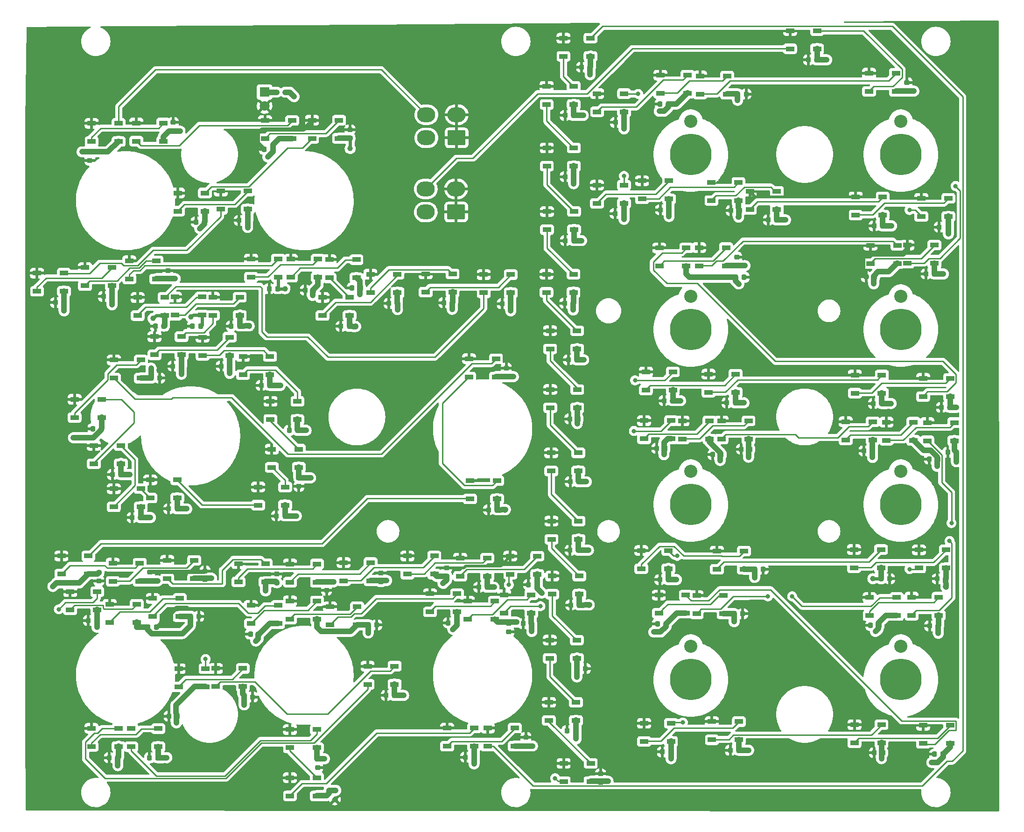
<source format=gbr>
%TF.GenerationSoftware,KiCad,Pcbnew,(6.0.9)*%
%TF.CreationDate,2022-12-17T22:16:12-09:00*%
%TF.ProjectId,PCB_ COMM PANEL,5043422c-2043-44f4-9d4d-2050414e454c,rev?*%
%TF.SameCoordinates,Original*%
%TF.FileFunction,Copper,L1,Top*%
%TF.FilePolarity,Positive*%
%FSLAX46Y46*%
G04 Gerber Fmt 4.6, Leading zero omitted, Abs format (unit mm)*
G04 Created by KiCad (PCBNEW (6.0.9)) date 2022-12-17 22:16:12*
%MOMM*%
%LPD*%
G01*
G04 APERTURE LIST*
G04 Aperture macros list*
%AMRoundRect*
0 Rectangle with rounded corners*
0 $1 Rounding radius*
0 $2 $3 $4 $5 $6 $7 $8 $9 X,Y pos of 4 corners*
0 Add a 4 corners polygon primitive as box body*
4,1,4,$2,$3,$4,$5,$6,$7,$8,$9,$2,$3,0*
0 Add four circle primitives for the rounded corners*
1,1,$1+$1,$2,$3*
1,1,$1+$1,$4,$5*
1,1,$1+$1,$6,$7*
1,1,$1+$1,$8,$9*
0 Add four rect primitives between the rounded corners*
20,1,$1+$1,$2,$3,$4,$5,0*
20,1,$1+$1,$4,$5,$6,$7,0*
20,1,$1+$1,$6,$7,$8,$9,0*
20,1,$1+$1,$8,$9,$2,$3,0*%
G04 Aperture macros list end*
%TA.AperFunction,SMDPad,CuDef*%
%ADD10R,1.500000X0.900000*%
%TD*%
%TA.AperFunction,SMDPad,CuDef*%
%ADD11RoundRect,0.225000X-0.225000X-0.250000X0.225000X-0.250000X0.225000X0.250000X-0.225000X0.250000X0*%
%TD*%
%TA.AperFunction,SMDPad,CuDef*%
%ADD12RoundRect,0.225000X-0.250000X0.225000X-0.250000X-0.225000X0.250000X-0.225000X0.250000X0.225000X0*%
%TD*%
%TA.AperFunction,SMDPad,CuDef*%
%ADD13RoundRect,0.225000X0.250000X-0.225000X0.250000X0.225000X-0.250000X0.225000X-0.250000X-0.225000X0*%
%TD*%
%TA.AperFunction,SMDPad,CuDef*%
%ADD14RoundRect,0.225000X0.225000X0.250000X-0.225000X0.250000X-0.225000X-0.250000X0.225000X-0.250000X0*%
%TD*%
%TA.AperFunction,SMDPad,CuDef*%
%ADD15RoundRect,0.225000X0.335876X0.017678X0.017678X0.335876X-0.335876X-0.017678X-0.017678X-0.335876X0*%
%TD*%
%TA.AperFunction,SMDPad,CuDef*%
%ADD16RoundRect,0.200000X-0.200000X-0.275000X0.200000X-0.275000X0.200000X0.275000X-0.200000X0.275000X0*%
%TD*%
%TA.AperFunction,WasherPad*%
%ADD17C,7.540752*%
%TD*%
%TA.AperFunction,WasherPad*%
%ADD18C,2.381250*%
%TD*%
%TA.AperFunction,ComponentPad*%
%ADD19RoundRect,0.250001X1.399999X-1.099999X1.399999X1.099999X-1.399999X1.099999X-1.399999X-1.099999X0*%
%TD*%
%TA.AperFunction,ComponentPad*%
%ADD20O,3.300000X2.700000*%
%TD*%
%TA.AperFunction,ComponentPad*%
%ADD21R,1.800000X1.800000*%
%TD*%
%TA.AperFunction,ComponentPad*%
%ADD22C,1.800000*%
%TD*%
%TA.AperFunction,ViaPad*%
%ADD23C,0.800000*%
%TD*%
%TA.AperFunction,ViaPad*%
%ADD24C,1.000000*%
%TD*%
%TA.AperFunction,Conductor*%
%ADD25C,0.250000*%
%TD*%
%TA.AperFunction,Conductor*%
%ADD26C,1.000000*%
%TD*%
%TA.AperFunction,Conductor*%
%ADD27C,0.600000*%
%TD*%
%TA.AperFunction,Conductor*%
%ADD28C,0.500000*%
%TD*%
%TA.AperFunction,Conductor*%
%ADD29C,0.750000*%
%TD*%
G04 APERTURE END LIST*
D10*
%TO.P,D1,1*%
%TO.N,/LED+5V*%
X76227600Y-35967600D03*
%TO.P,D1,2*%
%TO.N,Net-(D1-Pad2)*%
X76227600Y-39267600D03*
%TO.P,D1,3*%
%TO.N,/LEDGND*%
X81127600Y-39267600D03*
%TO.P,D1,4*%
%TO.N,/DATAIN*%
X81127600Y-35967600D03*
%TD*%
%TO.P,D2,1*%
%TO.N,/LED+5V*%
X84328000Y-35916800D03*
%TO.P,D2,2*%
%TO.N,Net-(D2-Pad2)*%
X84328000Y-39216800D03*
%TO.P,D2,3*%
%TO.N,/LEDGND*%
X89228000Y-39216800D03*
%TO.P,D2,4*%
%TO.N,Net-(D1-Pad2)*%
X89228000Y-35916800D03*
%TD*%
%TO.P,D3,1*%
%TO.N,/LED+5V*%
X107696000Y-35459200D03*
%TO.P,D3,2*%
%TO.N,Net-(D3-Pad2)*%
X107696000Y-38759200D03*
%TO.P,D3,3*%
%TO.N,/LEDGND*%
X112596000Y-38759200D03*
%TO.P,D3,4*%
%TO.N,Net-(D2-Pad2)*%
X112596000Y-35459200D03*
%TD*%
%TO.P,D4,1*%
%TO.N,/LED+5V*%
X116207000Y-35408800D03*
%TO.P,D4,2*%
%TO.N,Net-(D4-Pad2)*%
X116207000Y-38708800D03*
%TO.P,D4,3*%
%TO.N,/LEDGND*%
X121107000Y-38708800D03*
%TO.P,D4,4*%
%TO.N,Net-(D3-Pad2)*%
X121107000Y-35408800D03*
%TD*%
%TO.P,D5,1*%
%TO.N,/LED+5V*%
X91874000Y-48616400D03*
%TO.P,D5,2*%
%TO.N,Net-(D5-Pad2)*%
X91874000Y-51916400D03*
%TO.P,D5,3*%
%TO.N,/LEDGND*%
X96774000Y-51916400D03*
%TO.P,D5,4*%
%TO.N,Net-(D4-Pad2)*%
X96774000Y-48616400D03*
%TD*%
%TO.P,D6,1*%
%TO.N,/LED+5V*%
X99646000Y-48260800D03*
%TO.P,D6,2*%
%TO.N,Net-(D6-Pad2)*%
X99646000Y-51560800D03*
%TO.P,D6,3*%
%TO.N,/LEDGND*%
X104546000Y-51560800D03*
%TO.P,D6,4*%
%TO.N,Net-(D5-Pad2)*%
X104546000Y-48260800D03*
%TD*%
%TO.P,D7,1*%
%TO.N,/LED+5V*%
X66321600Y-63145200D03*
%TO.P,D7,2*%
%TO.N,Net-(D7-Pad2)*%
X66321600Y-66445200D03*
%TO.P,D7,3*%
%TO.N,/LEDGND*%
X71221600Y-66445200D03*
%TO.P,D7,4*%
%TO.N,Net-(D6-Pad2)*%
X71221600Y-63145200D03*
%TD*%
%TO.P,D8,1*%
%TO.N,/LED+5V*%
X75031600Y-62129600D03*
%TO.P,D8,2*%
%TO.N,Net-(D8-Pad2)*%
X75031600Y-65429600D03*
%TO.P,D8,3*%
%TO.N,/LEDGND*%
X79931600Y-65429600D03*
%TO.P,D8,4*%
%TO.N,Net-(D7-Pad2)*%
X79931600Y-62129600D03*
%TD*%
%TO.P,D9,1*%
%TO.N,/LED+5V*%
X83058000Y-60910000D03*
%TO.P,D9,2*%
%TO.N,Net-(D10-Pad4)*%
X83058000Y-64210000D03*
%TO.P,D9,3*%
%TO.N,/LEDGND*%
X87958000Y-64210000D03*
%TO.P,D9,4*%
%TO.N,Net-(D8-Pad2)*%
X87958000Y-60910000D03*
%TD*%
%TO.P,D10,1*%
%TO.N,/LED+5V*%
X105144000Y-60580000D03*
%TO.P,D10,2*%
%TO.N,Net-(D10-Pad2)*%
X105144000Y-63880000D03*
%TO.P,D10,3*%
%TO.N,/LEDGND*%
X110044000Y-63880000D03*
%TO.P,D10,4*%
%TO.N,Net-(D10-Pad4)*%
X110044000Y-60580000D03*
%TD*%
%TO.P,D11,1*%
%TO.N,/LED+5V*%
X112370000Y-60605200D03*
%TO.P,D11,2*%
%TO.N,Net-(D11-Pad2)*%
X112370000Y-63905200D03*
%TO.P,D11,3*%
%TO.N,/LEDGND*%
X117270000Y-63905200D03*
%TO.P,D11,4*%
%TO.N,Net-(D10-Pad2)*%
X117270000Y-60605200D03*
%TD*%
%TO.P,D12,1*%
%TO.N,/LED+5V*%
X119357000Y-60706800D03*
%TO.P,D12,2*%
%TO.N,Net-(D108-Pad4)*%
X119357000Y-64006800D03*
%TO.P,D12,3*%
%TO.N,/LEDGND*%
X124257000Y-64006800D03*
%TO.P,D12,4*%
%TO.N,Net-(D11-Pad2)*%
X124257000Y-60706800D03*
%TD*%
%TO.P,D13,1*%
%TO.N,/LED+5V*%
X126797000Y-63348400D03*
%TO.P,D13,2*%
%TO.N,Net-(D13-Pad2)*%
X126797000Y-66648400D03*
%TO.P,D13,3*%
%TO.N,/LEDGND*%
X131697000Y-66648400D03*
%TO.P,D13,4*%
%TO.N,Net-(D108-Pad2)*%
X131697000Y-63348400D03*
%TD*%
%TO.P,D14,1*%
%TO.N,/LED+5V*%
X136804000Y-63297600D03*
%TO.P,D14,2*%
%TO.N,Net-(D14-Pad2)*%
X136804000Y-66597600D03*
%TO.P,D14,3*%
%TO.N,/LEDGND*%
X141704000Y-66597600D03*
%TO.P,D14,4*%
%TO.N,Net-(D13-Pad2)*%
X141704000Y-63297600D03*
%TD*%
%TO.P,D15,1*%
%TO.N,/LED+5V*%
X147359000Y-63424800D03*
%TO.P,D15,2*%
%TO.N,Net-(D15-Pad2)*%
X147359000Y-66724800D03*
%TO.P,D15,3*%
%TO.N,/LEDGND*%
X152259000Y-66724800D03*
%TO.P,D15,4*%
%TO.N,Net-(D14-Pad2)*%
X152259000Y-63424800D03*
%TD*%
%TO.P,D16,1*%
%TO.N,/LED+5V*%
X84558800Y-67564800D03*
%TO.P,D16,2*%
%TO.N,Net-(D16-Pad2)*%
X84558800Y-70864800D03*
%TO.P,D16,3*%
%TO.N,/LEDGND*%
X89458800Y-70864800D03*
%TO.P,D16,4*%
%TO.N,Net-(D15-Pad2)*%
X89458800Y-67564800D03*
%TD*%
%TO.P,D18,1*%
%TO.N,/LED+5V*%
X98196000Y-67514000D03*
%TO.P,D18,2*%
%TO.N,Net-(D18-Pad2)*%
X98196000Y-70814000D03*
%TO.P,D18,3*%
%TO.N,/LEDGND*%
X103096000Y-70814000D03*
%TO.P,D18,4*%
%TO.N,Net-(D17-Pad2)*%
X103096000Y-67514000D03*
%TD*%
%TO.P,D19,1*%
%TO.N,/LED+5V*%
X87630000Y-74676800D03*
%TO.P,D19,2*%
%TO.N,Net-(D19-Pad2)*%
X87630000Y-77976800D03*
%TO.P,D19,3*%
%TO.N,/LEDGND*%
X92530000Y-77976800D03*
%TO.P,D19,4*%
%TO.N,Net-(D18-Pad2)*%
X92530000Y-74676800D03*
%TD*%
%TO.P,D20,1*%
%TO.N,/LED+5V*%
X96367600Y-74778800D03*
%TO.P,D20,2*%
%TO.N,Net-(D20-Pad2)*%
X96367600Y-78078800D03*
%TO.P,D20,3*%
%TO.N,/LEDGND*%
X101267600Y-78078800D03*
%TO.P,D20,4*%
%TO.N,Net-(D19-Pad2)*%
X101267600Y-74778800D03*
%TD*%
%TO.P,D21,1*%
%TO.N,/LED+5V*%
X103683000Y-78283600D03*
%TO.P,D21,2*%
%TO.N,Net-(D21-Pad2)*%
X103683000Y-81583600D03*
%TO.P,D21,3*%
%TO.N,/LEDGND*%
X108583000Y-81583600D03*
%TO.P,D21,4*%
%TO.N,Net-(D20-Pad2)*%
X108583000Y-78283600D03*
%TD*%
%TO.P,D22,1*%
%TO.N,/LED+5V*%
X108661000Y-86411600D03*
%TO.P,D22,2*%
%TO.N,Net-(D22-Pad2)*%
X108661000Y-89711600D03*
%TO.P,D22,3*%
%TO.N,/LEDGND*%
X113561000Y-89711600D03*
%TO.P,D22,4*%
%TO.N,Net-(D21-Pad2)*%
X113561000Y-86411600D03*
%TD*%
%TO.P,D23,1*%
%TO.N,/LED+5V*%
X108915000Y-95098400D03*
%TO.P,D23,2*%
%TO.N,Net-(D23-Pad2)*%
X108915000Y-98398400D03*
%TO.P,D23,3*%
%TO.N,/LEDGND*%
X113815000Y-98398400D03*
%TO.P,D23,4*%
%TO.N,Net-(D22-Pad2)*%
X113815000Y-95098400D03*
%TD*%
%TO.P,D24,1*%
%TO.N,/LED+5V*%
X106426000Y-101956000D03*
%TO.P,D24,2*%
%TO.N,Net-(D24-Pad2)*%
X106426000Y-105256000D03*
%TO.P,D24,3*%
%TO.N,/LEDGND*%
X111326000Y-105256000D03*
%TO.P,D24,4*%
%TO.N,Net-(D23-Pad2)*%
X111326000Y-101956000D03*
%TD*%
%TO.P,D25,1*%
%TO.N,/LED+5V*%
X86856400Y-100661000D03*
%TO.P,D25,2*%
%TO.N,Net-(D25-Pad2)*%
X86856400Y-103961000D03*
%TO.P,D25,3*%
%TO.N,/LEDGND*%
X91756400Y-103961000D03*
%TO.P,D25,4*%
%TO.N,Net-(D24-Pad2)*%
X91756400Y-100661000D03*
%TD*%
%TO.P,D26,1*%
%TO.N,/LED+5V*%
X80240800Y-102261000D03*
%TO.P,D26,2*%
%TO.N,Net-(D26-Pad2)*%
X80240800Y-105561000D03*
%TO.P,D26,3*%
%TO.N,/LEDGND*%
X85140800Y-105561000D03*
%TO.P,D26,4*%
%TO.N,Net-(D25-Pad2)*%
X85140800Y-102261000D03*
%TD*%
%TO.P,D27,1*%
%TO.N,/LED+5V*%
X76634000Y-94438400D03*
%TO.P,D27,2*%
%TO.N,Net-(D27-Pad2)*%
X76634000Y-97738400D03*
%TO.P,D27,3*%
%TO.N,/LEDGND*%
X81534000Y-97738400D03*
%TO.P,D27,4*%
%TO.N,Net-(D26-Pad2)*%
X81534000Y-94438400D03*
%TD*%
%TO.P,D28,1*%
%TO.N,/LED+5V*%
X73128800Y-86056000D03*
%TO.P,D28,2*%
%TO.N,Net-(D28-Pad2)*%
X73128800Y-89356000D03*
%TO.P,D28,3*%
%TO.N,/LEDGND*%
X78028800Y-89356000D03*
%TO.P,D28,4*%
%TO.N,Net-(D27-Pad2)*%
X78028800Y-86056000D03*
%TD*%
%TO.P,D29,1*%
%TO.N,/LED+5V*%
X80252400Y-78918800D03*
%TO.P,D29,2*%
%TO.N,Net-(D29-Pad2)*%
X80252400Y-82218800D03*
%TO.P,D29,3*%
%TO.N,/LEDGND*%
X85152400Y-82218800D03*
%TO.P,D29,4*%
%TO.N,Net-(D28-Pad2)*%
X85152400Y-78918800D03*
%TD*%
%TO.P,D30,1*%
%TO.N,/LED+5V*%
X144678000Y-78690000D03*
%TO.P,D30,2*%
%TO.N,Net-(D30-Pad2)*%
X144678000Y-81990000D03*
%TO.P,D30,3*%
%TO.N,/LEDGND*%
X149578000Y-81990000D03*
%TO.P,D30,4*%
%TO.N,Net-(D29-Pad2)*%
X149578000Y-78690000D03*
%TD*%
%TO.P,D31,1*%
%TO.N,/LED+5V*%
X144870000Y-100814000D03*
%TO.P,D31,2*%
%TO.N,Net-(D31-Pad2)*%
X144870000Y-104114000D03*
%TO.P,D31,3*%
%TO.N,/LEDGND*%
X149770000Y-104114000D03*
%TO.P,D31,4*%
%TO.N,Net-(D30-Pad2)*%
X149770000Y-100814000D03*
%TD*%
%TO.P,D32,1*%
%TO.N,/LED+5V*%
X70741200Y-114453000D03*
%TO.P,D32,2*%
%TO.N,Net-(D32-Pad2)*%
X70741200Y-117753000D03*
%TO.P,D32,3*%
%TO.N,/LEDGND*%
X75641200Y-117753000D03*
%TO.P,D32,4*%
%TO.N,Net-(D31-Pad2)*%
X75641200Y-114453000D03*
%TD*%
%TO.P,D33,1*%
%TO.N,/LED+5V*%
X80060800Y-115774000D03*
%TO.P,D33,2*%
%TO.N,Net-(D33-Pad2)*%
X80060800Y-119074000D03*
%TO.P,D33,3*%
%TO.N,/LEDGND*%
X84960800Y-119074000D03*
%TO.P,D33,4*%
%TO.N,Net-(D32-Pad2)*%
X84960800Y-115774000D03*
%TD*%
%TO.P,D34,1*%
%TO.N,/LED+5V*%
X89943600Y-115266000D03*
%TO.P,D34,2*%
%TO.N,Net-(D34-Pad2)*%
X89943600Y-118566000D03*
%TO.P,D34,3*%
%TO.N,/LEDGND*%
X94843600Y-118566000D03*
%TO.P,D34,4*%
%TO.N,Net-(D33-Pad2)*%
X94843600Y-115266000D03*
%TD*%
%TO.P,D36,1*%
%TO.N,/LED+5V*%
X112217000Y-115926000D03*
%TO.P,D36,2*%
%TO.N,Net-(D36-Pad2)*%
X112217000Y-119226000D03*
%TO.P,D36,3*%
%TO.N,/LEDGND*%
X117117000Y-119226000D03*
%TO.P,D36,4*%
%TO.N,Net-(D35-Pad2)*%
X117117000Y-115926000D03*
%TD*%
%TO.P,D37,1*%
%TO.N,/LED+5V*%
X121948000Y-115672000D03*
%TO.P,D37,2*%
%TO.N,Net-(D37-Pad2)*%
X121948000Y-118972000D03*
%TO.P,D37,3*%
%TO.N,/LEDGND*%
X126848000Y-118972000D03*
%TO.P,D37,4*%
%TO.N,Net-(D36-Pad2)*%
X126848000Y-115672000D03*
%TD*%
%TO.P,D38,1*%
%TO.N,/LED+5V*%
X133491000Y-114479000D03*
%TO.P,D38,2*%
%TO.N,Net-(D38-Pad2)*%
X133491000Y-117779000D03*
%TO.P,D38,3*%
%TO.N,/LEDGND*%
X138391000Y-117779000D03*
%TO.P,D38,4*%
%TO.N,Net-(D37-Pad2)*%
X138391000Y-114479000D03*
%TD*%
%TO.P,D39,1*%
%TO.N,/LED+5V*%
X143080000Y-114860000D03*
%TO.P,D39,2*%
%TO.N,Net-(D39-Pad2)*%
X143080000Y-118160000D03*
%TO.P,D39,3*%
%TO.N,/LEDGND*%
X147980000Y-118160000D03*
%TO.P,D39,4*%
%TO.N,Net-(D38-Pad2)*%
X147980000Y-114860000D03*
%TD*%
%TO.P,D40,1*%
%TO.N,/LED+5V*%
X152174000Y-114504000D03*
%TO.P,D40,2*%
%TO.N,Net-(D40-Pad2)*%
X152174000Y-117804000D03*
%TO.P,D40,3*%
%TO.N,/LEDGND*%
X157074000Y-117804000D03*
%TO.P,D40,4*%
%TO.N,Net-(D39-Pad2)*%
X157074000Y-114504000D03*
%TD*%
%TO.P,D41,1*%
%TO.N,/LED+5V*%
X72339200Y-120956000D03*
%TO.P,D41,2*%
%TO.N,Net-(D41-Pad2)*%
X72339200Y-124256000D03*
%TO.P,D41,3*%
%TO.N,/LEDGND*%
X77239200Y-124256000D03*
%TO.P,D41,4*%
%TO.N,Net-(D40-Pad2)*%
X77239200Y-120956000D03*
%TD*%
%TO.P,D42,1*%
%TO.N,/LED+5V*%
X79502000Y-123242000D03*
%TO.P,D42,2*%
%TO.N,Net-(D42-Pad2)*%
X79502000Y-126542000D03*
%TO.P,D42,3*%
%TO.N,/LEDGND*%
X84402000Y-126542000D03*
%TO.P,D42,4*%
%TO.N,Net-(D41-Pad2)*%
X84402000Y-123242000D03*
%TD*%
%TO.P,D45,1*%
%TO.N,/LED+5V*%
X112217000Y-122632000D03*
%TO.P,D45,2*%
%TO.N,Net-(D45-Pad2)*%
X112217000Y-125932000D03*
%TO.P,D45,3*%
%TO.N,/LEDGND*%
X117117000Y-125932000D03*
%TO.P,D45,4*%
%TO.N,Net-(D44-Pad2)*%
X117117000Y-122632000D03*
%TD*%
%TO.P,D46,1*%
%TO.N,/LED+5V*%
X119482000Y-123699000D03*
%TO.P,D46,2*%
%TO.N,Net-(D46-Pad2)*%
X119482000Y-126999000D03*
%TO.P,D46,3*%
%TO.N,/LEDGND*%
X124382000Y-126999000D03*
%TO.P,D46,4*%
%TO.N,Net-(D45-Pad2)*%
X124382000Y-123699000D03*
%TD*%
%TO.P,D47,1*%
%TO.N,/LED+5V*%
X137617000Y-121311000D03*
%TO.P,D47,2*%
%TO.N,Net-(D47-Pad2)*%
X137617000Y-124611000D03*
%TO.P,D47,3*%
%TO.N,/LEDGND*%
X142517000Y-124611000D03*
%TO.P,D47,4*%
%TO.N,Net-(D46-Pad2)*%
X142517000Y-121311000D03*
%TD*%
%TO.P,D48,1*%
%TO.N,/LED+5V*%
X144475000Y-122683000D03*
%TO.P,D48,2*%
%TO.N,Net-(D48-Pad2)*%
X144475000Y-125983000D03*
%TO.P,D48,3*%
%TO.N,/LEDGND*%
X149375000Y-125983000D03*
%TO.P,D48,4*%
%TO.N,Net-(D47-Pad2)*%
X149375000Y-122683000D03*
%TD*%
%TO.P,D49,1*%
%TO.N,/LED+5V*%
X151079000Y-121514000D03*
%TO.P,D49,2*%
%TO.N,Net-(D49-Pad2)*%
X151079000Y-124814000D03*
%TO.P,D49,3*%
%TO.N,/LEDGND*%
X155979000Y-124814000D03*
%TO.P,D49,4*%
%TO.N,Net-(D48-Pad2)*%
X155979000Y-121514000D03*
%TD*%
%TO.P,D50,1*%
%TO.N,/LED+5V*%
X91998800Y-134926000D03*
%TO.P,D50,2*%
%TO.N,Net-(D50-Pad2)*%
X91998800Y-138226000D03*
%TO.P,D50,3*%
%TO.N,/LEDGND*%
X96898800Y-138226000D03*
%TO.P,D50,4*%
%TO.N,Net-(D49-Pad2)*%
X96898800Y-134926000D03*
%TD*%
%TO.P,D52,1*%
%TO.N,/LED+5V*%
X126289000Y-134468000D03*
%TO.P,D52,2*%
%TO.N,Net-(D52-Pad2)*%
X126289000Y-137768000D03*
%TO.P,D52,3*%
%TO.N,/LEDGND*%
X131189000Y-137768000D03*
%TO.P,D52,4*%
%TO.N,Net-(D51-Pad2)*%
X131189000Y-134468000D03*
%TD*%
%TO.P,D53,1*%
%TO.N,/LED+5V*%
X76200000Y-145746000D03*
%TO.P,D53,2*%
%TO.N,Net-(D53-Pad2)*%
X76200000Y-149046000D03*
%TO.P,D53,3*%
%TO.N,/LEDGND*%
X81100000Y-149046000D03*
%TO.P,D53,4*%
%TO.N,Net-(D52-Pad2)*%
X81100000Y-145746000D03*
%TD*%
%TO.P,D54,1*%
%TO.N,/LED+5V*%
X83413600Y-145797000D03*
%TO.P,D54,2*%
%TO.N,Net-(D54-Pad2)*%
X83413600Y-149097000D03*
%TO.P,D54,3*%
%TO.N,/LEDGND*%
X88313600Y-149097000D03*
%TO.P,D54,4*%
%TO.N,Net-(D53-Pad2)*%
X88313600Y-145797000D03*
%TD*%
%TO.P,D55,1*%
%TO.N,/LED+5V*%
X112206000Y-145975000D03*
%TO.P,D55,2*%
%TO.N,Net-(D55-Pad2)*%
X112206000Y-149275000D03*
%TO.P,D55,3*%
%TO.N,/LEDGND*%
X117106000Y-149275000D03*
%TO.P,D55,4*%
%TO.N,Net-(D54-Pad2)*%
X117106000Y-145975000D03*
%TD*%
%TO.P,D56,1*%
%TO.N,/LED+5V*%
X112206000Y-154712000D03*
%TO.P,D56,2*%
%TO.N,Net-(D56-Pad2)*%
X112206000Y-158012000D03*
%TO.P,D56,3*%
%TO.N,/LEDGND*%
X117106000Y-158012000D03*
%TO.P,D56,4*%
%TO.N,Net-(D55-Pad2)*%
X117106000Y-154712000D03*
%TD*%
%TO.P,D57,1*%
%TO.N,/LED+5V*%
X140716000Y-145695000D03*
%TO.P,D57,2*%
%TO.N,Net-(D57-Pad2)*%
X140716000Y-148995000D03*
%TO.P,D57,3*%
%TO.N,/LEDGND*%
X145616000Y-148995000D03*
%TO.P,D57,4*%
%TO.N,Net-(D56-Pad2)*%
X145616000Y-145695000D03*
%TD*%
%TO.P,D58,1*%
%TO.N,/LED+5V*%
X148082000Y-145695000D03*
%TO.P,D58,2*%
%TO.N,Net-(D58-Pad2)*%
X148082000Y-148995000D03*
%TO.P,D58,3*%
%TO.N,/LEDGND*%
X152982000Y-148995000D03*
%TO.P,D58,4*%
%TO.N,Net-(D57-Pad2)*%
X152982000Y-145695000D03*
%TD*%
%TO.P,D59,1*%
%TO.N,/LED+5V*%
X161826000Y-20524000D03*
%TO.P,D59,2*%
%TO.N,Net-(D59-Pad2)*%
X161826000Y-23824000D03*
%TO.P,D59,3*%
%TO.N,/LEDGND*%
X166726000Y-23824000D03*
%TO.P,D59,4*%
%TO.N,Net-(D58-Pad2)*%
X166726000Y-20524000D03*
%TD*%
%TO.P,D60,1*%
%TO.N,/LED+5V*%
X158778000Y-29261600D03*
%TO.P,D60,2*%
%TO.N,Net-(D60-Pad2)*%
X158778000Y-32561600D03*
%TO.P,D60,3*%
%TO.N,/LEDGND*%
X163678000Y-32561600D03*
%TO.P,D60,4*%
%TO.N,Net-(D59-Pad2)*%
X163678000Y-29261600D03*
%TD*%
%TO.P,D61,1*%
%TO.N,/LED+5V*%
X158801000Y-40437600D03*
%TO.P,D61,2*%
%TO.N,Net-(D61-Pad2)*%
X158801000Y-43737600D03*
%TO.P,D61,3*%
%TO.N,/LEDGND*%
X163701000Y-43737600D03*
%TO.P,D61,4*%
%TO.N,Net-(D60-Pad2)*%
X163701000Y-40437600D03*
%TD*%
%TO.P,D62,1*%
%TO.N,/LED+5V*%
X158828000Y-51969200D03*
%TO.P,D62,2*%
%TO.N,Net-(D62-Pad2)*%
X158828000Y-55269200D03*
%TO.P,D62,3*%
%TO.N,/LEDGND*%
X163728000Y-55269200D03*
%TO.P,D62,4*%
%TO.N,Net-(D61-Pad2)*%
X163728000Y-51969200D03*
%TD*%
%TO.P,D63,1*%
%TO.N,/LED+5V*%
X158727000Y-63348400D03*
%TO.P,D63,2*%
%TO.N,Net-(D63-Pad2)*%
X158727000Y-66648400D03*
%TO.P,D63,3*%
%TO.N,/LEDGND*%
X163627000Y-66648400D03*
%TO.P,D63,4*%
%TO.N,Net-(D62-Pad2)*%
X163627000Y-63348400D03*
%TD*%
%TO.P,D64,1*%
%TO.N,/LED+5V*%
X159387000Y-73610000D03*
%TO.P,D64,2*%
%TO.N,Net-(D64-Pad2)*%
X159387000Y-76910000D03*
%TO.P,D64,3*%
%TO.N,/LEDGND*%
X164287000Y-76910000D03*
%TO.P,D64,4*%
%TO.N,Net-(D63-Pad2)*%
X164287000Y-73610000D03*
%TD*%
%TO.P,D65,1*%
%TO.N,/LED+5V*%
X159410000Y-84278400D03*
%TO.P,D65,2*%
%TO.N,Net-(D65-Pad2)*%
X159410000Y-87578400D03*
%TO.P,D65,3*%
%TO.N,/LEDGND*%
X164310000Y-87578400D03*
%TO.P,D65,4*%
%TO.N,Net-(D64-Pad2)*%
X164310000Y-84278400D03*
%TD*%
%TO.P,D67,1*%
%TO.N,/LED+5V*%
X159641000Y-108154000D03*
%TO.P,D67,2*%
%TO.N,Net-(D67-Pad2)*%
X159641000Y-111454000D03*
%TO.P,D67,3*%
%TO.N,/LEDGND*%
X164541000Y-111454000D03*
%TO.P,D67,4*%
%TO.N,Net-(D66-Pad2)*%
X164541000Y-108154000D03*
%TD*%
%TO.P,D68,1*%
%TO.N,/LED+5V*%
X159794000Y-118111000D03*
%TO.P,D68,2*%
%TO.N,Net-(D68-Pad2)*%
X159794000Y-121411000D03*
%TO.P,D68,3*%
%TO.N,/LEDGND*%
X164694000Y-121411000D03*
%TO.P,D68,4*%
%TO.N,Net-(D67-Pad2)*%
X164694000Y-118111000D03*
%TD*%
%TO.P,D69,1*%
%TO.N,/LED+5V*%
X159336000Y-129744000D03*
%TO.P,D69,2*%
%TO.N,Net-(D69-Pad2)*%
X159336000Y-133044000D03*
%TO.P,D69,3*%
%TO.N,/LEDGND*%
X164236000Y-133044000D03*
%TO.P,D69,4*%
%TO.N,Net-(D68-Pad2)*%
X164236000Y-129744000D03*
%TD*%
%TO.P,D70,1*%
%TO.N,/LED+5V*%
X159184000Y-141022000D03*
%TO.P,D70,2*%
%TO.N,Net-(D109-Pad4)*%
X159184000Y-144322000D03*
%TO.P,D70,3*%
%TO.N,/LEDGND*%
X164084000Y-144322000D03*
%TO.P,D70,4*%
%TO.N,Net-(D69-Pad2)*%
X164084000Y-141022000D03*
%TD*%
%TO.P,D71,1*%
%TO.N,/LED+5V*%
X176428000Y-144832000D03*
%TO.P,D71,2*%
%TO.N,Net-(D71-Pad2)*%
X176428000Y-148132000D03*
%TO.P,D71,3*%
%TO.N,/LEDGND*%
X181328000Y-148132000D03*
%TO.P,D71,4*%
%TO.N,Net-(D109-Pad2)*%
X181328000Y-144832000D03*
%TD*%
%TO.P,D72,1*%
%TO.N,/LED+5V*%
X188750000Y-144527000D03*
%TO.P,D72,2*%
%TO.N,Net-(D72-Pad2)*%
X188750000Y-147827000D03*
%TO.P,D72,3*%
%TO.N,/LEDGND*%
X193650000Y-147827000D03*
%TO.P,D72,4*%
%TO.N,Net-(D71-Pad2)*%
X193650000Y-144527000D03*
%TD*%
%TO.P,D73,1*%
%TO.N,/LED+5V*%
X214607000Y-145086000D03*
%TO.P,D73,2*%
%TO.N,Net-(D73-Pad2)*%
X214607000Y-148386000D03*
%TO.P,D73,3*%
%TO.N,/LEDGND*%
X219507000Y-148386000D03*
%TO.P,D73,4*%
%TO.N,Net-(D72-Pad2)*%
X219507000Y-145086000D03*
%TD*%
%TO.P,D74,1*%
%TO.N,/LED+5V*%
X227053000Y-145187000D03*
%TO.P,D74,2*%
%TO.N,Net-(D74-Pad2)*%
X227053000Y-148487000D03*
%TO.P,D74,3*%
%TO.N,/LEDGND*%
X231953000Y-148487000D03*
%TO.P,D74,4*%
%TO.N,Net-(D73-Pad2)*%
X231953000Y-145187000D03*
%TD*%
%TO.P,D75,1*%
%TO.N,/LED+5V*%
X179121000Y-121566000D03*
%TO.P,D75,2*%
%TO.N,Net-(D75-Pad2)*%
X179121000Y-124866000D03*
%TO.P,D75,3*%
%TO.N,/LEDGND*%
X184021000Y-124866000D03*
%TO.P,D75,4*%
%TO.N,Net-(D74-Pad2)*%
X184021000Y-121566000D03*
%TD*%
%TO.P,D76,1*%
%TO.N,/LED+5V*%
X185979000Y-121667000D03*
%TO.P,D76,2*%
%TO.N,Net-(D76-Pad2)*%
X185979000Y-124967000D03*
%TO.P,D76,3*%
%TO.N,/LEDGND*%
X190879000Y-124967000D03*
%TO.P,D76,4*%
%TO.N,Net-(D75-Pad2)*%
X190879000Y-121667000D03*
%TD*%
%TO.P,D77,1*%
%TO.N,/LED+5V*%
X217362000Y-121997000D03*
%TO.P,D77,2*%
%TO.N,Net-(D77-Pad2)*%
X217362000Y-125297000D03*
%TO.P,D77,3*%
%TO.N,/LEDGND*%
X222262000Y-125297000D03*
%TO.P,D77,4*%
%TO.N,Net-(D76-Pad2)*%
X222262000Y-121997000D03*
%TD*%
%TO.P,D78,1*%
%TO.N,/LED+5V*%
X224982000Y-121946000D03*
%TO.P,D78,2*%
%TO.N,Net-(D78-Pad2)*%
X224982000Y-125246000D03*
%TO.P,D78,3*%
%TO.N,/LEDGND*%
X229882000Y-125246000D03*
%TO.P,D78,4*%
%TO.N,Net-(D77-Pad2)*%
X229882000Y-121946000D03*
%TD*%
%TO.P,D79,1*%
%TO.N,/LED+5V*%
X175948000Y-113488000D03*
%TO.P,D79,2*%
%TO.N,Net-(D79-Pad2)*%
X175948000Y-116788000D03*
%TO.P,D79,3*%
%TO.N,/LEDGND*%
X180848000Y-116788000D03*
%TO.P,D79,4*%
%TO.N,Net-(D78-Pad2)*%
X180848000Y-113488000D03*
%TD*%
%TO.P,D80,1*%
%TO.N,/LED+5V*%
X189664000Y-113590000D03*
%TO.P,D80,2*%
%TO.N,Net-(D80-Pad2)*%
X189664000Y-116890000D03*
%TO.P,D80,3*%
%TO.N,/LEDGND*%
X194564000Y-116890000D03*
%TO.P,D80,4*%
%TO.N,Net-(D79-Pad2)*%
X194564000Y-113590000D03*
%TD*%
%TO.P,D81,1*%
%TO.N,/LED+5V*%
X214517000Y-113310000D03*
%TO.P,D81,2*%
%TO.N,Net-(D81-Pad2)*%
X214517000Y-116610000D03*
%TO.P,D81,3*%
%TO.N,/LEDGND*%
X219417000Y-116610000D03*
%TO.P,D81,4*%
%TO.N,Net-(D80-Pad2)*%
X219417000Y-113310000D03*
%TD*%
%TO.P,D82,1*%
%TO.N,/LED+5V*%
X226302000Y-113361000D03*
%TO.P,D82,2*%
%TO.N,Net-(D82-Pad2)*%
X226302000Y-116661000D03*
%TO.P,D82,3*%
%TO.N,/LEDGND*%
X231202000Y-116661000D03*
%TO.P,D82,4*%
%TO.N,Net-(D81-Pad2)*%
X231202000Y-113361000D03*
%TD*%
%TO.P,D83,1*%
%TO.N,/LED+5V*%
X176456000Y-89916800D03*
%TO.P,D83,2*%
%TO.N,Net-(D83-Pad2)*%
X176456000Y-93216800D03*
%TO.P,D83,3*%
%TO.N,/LEDGND*%
X181356000Y-93216800D03*
%TO.P,D83,4*%
%TO.N,Net-(D82-Pad2)*%
X181356000Y-89916800D03*
%TD*%
%TO.P,D84,1*%
%TO.N,/LED+5V*%
X183416000Y-89968000D03*
%TO.P,D84,2*%
%TO.N,Net-(D84-Pad2)*%
X183416000Y-93268000D03*
%TO.P,D84,3*%
%TO.N,/LEDGND*%
X188316000Y-93268000D03*
%TO.P,D84,4*%
%TO.N,Net-(D83-Pad2)*%
X188316000Y-89968000D03*
%TD*%
%TO.P,D85,1*%
%TO.N,/LED+5V*%
X190477000Y-89967600D03*
%TO.P,D85,2*%
%TO.N,Net-(D85-Pad2)*%
X190477000Y-93267600D03*
%TO.P,D85,3*%
%TO.N,/LEDGND*%
X195377000Y-93267600D03*
%TO.P,D85,4*%
%TO.N,Net-(D84-Pad2)*%
X195377000Y-89967600D03*
%TD*%
%TO.P,D86,1*%
%TO.N,/LED+5V*%
X213032000Y-90120400D03*
%TO.P,D86,2*%
%TO.N,Net-(D86-Pad2)*%
X213032000Y-93420400D03*
%TO.P,D86,3*%
%TO.N,/LEDGND*%
X217932000Y-93420400D03*
%TO.P,D86,4*%
%TO.N,Net-(D85-Pad2)*%
X217932000Y-90120400D03*
%TD*%
%TO.P,D88,1*%
%TO.N,/LED+5V*%
X227815000Y-90272400D03*
%TO.P,D88,2*%
%TO.N,Net-(D88-Pad2)*%
X227815000Y-93572400D03*
%TO.P,D88,3*%
%TO.N,/LEDGND*%
X232715000Y-93572400D03*
%TO.P,D88,4*%
%TO.N,Net-(D87-Pad2)*%
X232715000Y-90272400D03*
%TD*%
%TO.P,D89,1*%
%TO.N,/LED+5V*%
X176761000Y-81078000D03*
%TO.P,D89,2*%
%TO.N,Net-(D89-Pad2)*%
X176761000Y-84378000D03*
%TO.P,D89,3*%
%TO.N,/LEDGND*%
X181661000Y-84378000D03*
%TO.P,D89,4*%
%TO.N,Net-(D88-Pad2)*%
X181661000Y-81078000D03*
%TD*%
%TO.P,D90,1*%
%TO.N,/LED+5V*%
X188140000Y-81484400D03*
%TO.P,D90,2*%
%TO.N,Net-(D90-Pad2)*%
X188140000Y-84784400D03*
%TO.P,D90,3*%
%TO.N,/LEDGND*%
X193040000Y-84784400D03*
%TO.P,D90,4*%
%TO.N,Net-(D89-Pad2)*%
X193040000Y-81484400D03*
%TD*%
%TO.P,D91,1*%
%TO.N,/LED+5V*%
X214681000Y-81636800D03*
%TO.P,D91,2*%
%TO.N,Net-(D91-Pad2)*%
X214681000Y-84936800D03*
%TO.P,D91,3*%
%TO.N,/LEDGND*%
X219581000Y-84936800D03*
%TO.P,D91,4*%
%TO.N,Net-(D90-Pad2)*%
X219581000Y-81636800D03*
%TD*%
%TO.P,D92,1*%
%TO.N,/LED+5V*%
X227053000Y-82246400D03*
%TO.P,D92,2*%
%TO.N,Net-(D92-Pad2)*%
X227053000Y-85546400D03*
%TO.P,D92,3*%
%TO.N,/LEDGND*%
X231953000Y-85546400D03*
%TO.P,D92,4*%
%TO.N,Net-(D91-Pad2)*%
X231953000Y-82246400D03*
%TD*%
%TO.P,D93,1*%
%TO.N,/LED+5V*%
X179199000Y-58573600D03*
%TO.P,D93,2*%
%TO.N,Net-(D93-Pad2)*%
X179199000Y-61873600D03*
%TO.P,D93,3*%
%TO.N,/LEDGND*%
X184099000Y-61873600D03*
%TO.P,D93,4*%
%TO.N,Net-(D92-Pad2)*%
X184099000Y-58573600D03*
%TD*%
%TO.P,D94,1*%
%TO.N,/LED+5V*%
X186413000Y-58522800D03*
%TO.P,D94,2*%
%TO.N,Net-(D94-Pad2)*%
X186413000Y-61822800D03*
%TO.P,D94,3*%
%TO.N,/LEDGND*%
X191313000Y-61822800D03*
%TO.P,D94,4*%
%TO.N,Net-(D93-Pad2)*%
X191313000Y-58522800D03*
%TD*%
%TO.P,D96,1*%
%TO.N,/LED+5V*%
X224208000Y-58065200D03*
%TO.P,D96,2*%
%TO.N,Net-(D96-Pad2)*%
X224208000Y-61365200D03*
%TO.P,D96,3*%
%TO.N,/LEDGND*%
X229108000Y-61365200D03*
%TO.P,D96,4*%
%TO.N,Net-(D95-Pad2)*%
X229108000Y-58065200D03*
%TD*%
%TO.P,D97,1*%
%TO.N,/LED+5V*%
X167894000Y-47194000D03*
%TO.P,D97,2*%
%TO.N,Net-(D97-Pad2)*%
X167894000Y-50494000D03*
%TO.P,D97,3*%
%TO.N,/LEDGND*%
X172794000Y-50494000D03*
%TO.P,D97,4*%
%TO.N,Net-(D96-Pad2)*%
X172794000Y-47194000D03*
%TD*%
%TO.P,D98,1*%
%TO.N,/LED+5V*%
X176073000Y-46381200D03*
%TO.P,D98,2*%
%TO.N,Net-(D98-Pad2)*%
X176073000Y-49681200D03*
%TO.P,D98,3*%
%TO.N,/LEDGND*%
X180973000Y-49681200D03*
%TO.P,D98,4*%
%TO.N,Net-(D97-Pad2)*%
X180973000Y-46381200D03*
%TD*%
%TO.P,D99,1*%
%TO.N,/LED+5V*%
X188671000Y-46686000D03*
%TO.P,D99,2*%
%TO.N,Net-(D100-Pad4)*%
X188671000Y-49986000D03*
%TO.P,D99,3*%
%TO.N,/LEDGND*%
X193571000Y-49986000D03*
%TO.P,D99,4*%
%TO.N,Net-(D98-Pad2)*%
X193571000Y-46686000D03*
%TD*%
%TO.P,D100,1*%
%TO.N,/LED+5V*%
X195631000Y-48311600D03*
%TO.P,D100,2*%
%TO.N,Net-(D100-Pad2)*%
X195631000Y-51611600D03*
%TO.P,D100,3*%
%TO.N,/LEDGND*%
X200531000Y-51611600D03*
%TO.P,D100,4*%
%TO.N,Net-(D100-Pad4)*%
X200531000Y-48311600D03*
%TD*%
%TO.P,D101,1*%
%TO.N,/LED+5V*%
X214833000Y-49327600D03*
%TO.P,D101,2*%
%TO.N,Net-(D101-Pad2)*%
X214833000Y-52627600D03*
%TO.P,D101,3*%
%TO.N,/LEDGND*%
X219733000Y-52627600D03*
%TO.P,D101,4*%
%TO.N,Net-(D100-Pad2)*%
X219733000Y-49327600D03*
%TD*%
%TO.P,D102,1*%
%TO.N,/LED+5V*%
X226748000Y-49582000D03*
%TO.P,D102,2*%
%TO.N,Net-(D102-Pad2)*%
X226748000Y-52882000D03*
%TO.P,D102,3*%
%TO.N,/LEDGND*%
X231648000Y-52882000D03*
%TO.P,D102,4*%
%TO.N,Net-(D101-Pad2)*%
X231648000Y-49582000D03*
%TD*%
%TO.P,D103,1*%
%TO.N,/LED+5V*%
X167922000Y-30582400D03*
%TO.P,D103,2*%
%TO.N,Net-(D103-Pad2)*%
X167922000Y-33882400D03*
%TO.P,D103,3*%
%TO.N,/LEDGND*%
X172822000Y-33882400D03*
%TO.P,D103,4*%
%TO.N,Net-(D102-Pad2)*%
X172822000Y-30582400D03*
%TD*%
%TO.P,D104,1*%
%TO.N,/LED+5V*%
X179402000Y-27230000D03*
%TO.P,D104,2*%
%TO.N,Net-(D104-Pad2)*%
X179402000Y-30530000D03*
%TO.P,D104,3*%
%TO.N,/LEDGND*%
X184302000Y-30530000D03*
%TO.P,D104,4*%
%TO.N,Net-(D103-Pad2)*%
X184302000Y-27230000D03*
%TD*%
%TO.P,D105,1*%
%TO.N,/LED+5V*%
X186616000Y-27382400D03*
%TO.P,D105,2*%
%TO.N,Net-(D105-Pad2)*%
X186616000Y-30682400D03*
%TO.P,D105,3*%
%TO.N,/LEDGND*%
X191516000Y-30682400D03*
%TO.P,D105,4*%
%TO.N,Net-(D104-Pad2)*%
X191516000Y-27382400D03*
%TD*%
%TO.P,D106,1*%
%TO.N,/LED+5V*%
X217248000Y-26874400D03*
%TO.P,D106,2*%
%TO.N,Net-(D106-Pad2)*%
X217248000Y-30174400D03*
%TO.P,D106,3*%
%TO.N,/LEDGND*%
X222148000Y-30174400D03*
%TO.P,D106,4*%
%TO.N,Net-(D105-Pad2)*%
X222148000Y-26874400D03*
%TD*%
%TO.P,D107,1*%
%TO.N,/LED+5V*%
X202923000Y-19152400D03*
%TO.P,D107,2*%
%TO.N,/DATAOUT*%
X202923000Y-22452400D03*
%TO.P,D107,3*%
%TO.N,/LEDGND*%
X207823000Y-22452400D03*
%TO.P,D107,4*%
%TO.N,Net-(D106-Pad2)*%
X207823000Y-19152400D03*
%TD*%
D11*
%TO.P,C3,1*%
%TO.N,/LED+5V*%
X107562500Y-40700000D03*
%TO.P,C3,2*%
%TO.N,/LEDGND*%
X109112500Y-40700000D03*
%TD*%
D12*
%TO.P,C4,1*%
%TO.N,/LED+5V*%
X123100000Y-37112500D03*
%TO.P,C4,2*%
%TO.N,/LEDGND*%
X123100000Y-38662500D03*
%TD*%
D11*
%TO.P,C5,1*%
%TO.N,/LED+5V*%
X95162500Y-53875000D03*
%TO.P,C5,2*%
%TO.N,/LEDGND*%
X96712500Y-53875000D03*
%TD*%
%TO.P,C6,1*%
%TO.N,/LED+5V*%
X102962500Y-53600000D03*
%TO.P,C6,2*%
%TO.N,/LEDGND*%
X104512500Y-53600000D03*
%TD*%
%TO.P,C7,1*%
%TO.N,/LED+5V*%
X69662500Y-68500000D03*
%TO.P,C7,2*%
%TO.N,/LEDGND*%
X71212500Y-68500000D03*
%TD*%
%TO.P,C8,1*%
%TO.N,/LED+5V*%
X78362500Y-67375000D03*
%TO.P,C8,2*%
%TO.N,/LEDGND*%
X79912500Y-67375000D03*
%TD*%
D12*
%TO.P,C9,1*%
%TO.N,/LED+5V*%
X90050000Y-62687500D03*
%TO.P,C9,2*%
%TO.N,/LEDGND*%
X90050000Y-64237500D03*
%TD*%
D11*
%TO.P,C10,1*%
%TO.N,/LED+5V*%
X108442500Y-65990000D03*
%TO.P,C10,2*%
%TO.N,/LEDGND*%
X109992500Y-65990000D03*
%TD*%
%TO.P,C11,1*%
%TO.N,/LED+5V*%
X114975000Y-66250000D03*
%TO.P,C11,2*%
%TO.N,/LEDGND*%
X116525000Y-66250000D03*
%TD*%
%TO.P,C13,1*%
%TO.N,/LED+5V*%
X130147500Y-68640000D03*
%TO.P,C13,2*%
%TO.N,/LEDGND*%
X131697500Y-68640000D03*
%TD*%
%TO.P,C14,1*%
%TO.N,/LED+5V*%
X140097500Y-68520000D03*
%TO.P,C14,2*%
%TO.N,/LEDGND*%
X141647500Y-68520000D03*
%TD*%
%TO.P,C15,1*%
%TO.N,/LED+5V*%
X150687500Y-68710000D03*
%TO.P,C15,2*%
%TO.N,/LEDGND*%
X152237500Y-68710000D03*
%TD*%
%TO.P,C16,1*%
%TO.N,/LED+5V*%
X87787500Y-72775000D03*
%TO.P,C16,2*%
%TO.N,/LEDGND*%
X89337500Y-72775000D03*
%TD*%
%TO.P,C17,1*%
%TO.N,/LED+5V*%
X94487500Y-72775000D03*
%TO.P,C17,2*%
%TO.N,/LEDGND*%
X96037500Y-72775000D03*
%TD*%
%TO.P,C18,1*%
%TO.N,/LED+5V*%
X101537500Y-72750000D03*
%TO.P,C18,2*%
%TO.N,/LEDGND*%
X103087500Y-72750000D03*
%TD*%
%TO.P,C19,1*%
%TO.N,/LED+5V*%
X90937500Y-80025000D03*
%TO.P,C19,2*%
%TO.N,/LEDGND*%
X92487500Y-80025000D03*
%TD*%
%TO.P,C20,1*%
%TO.N,/LED+5V*%
X99712500Y-80025000D03*
%TO.P,C20,2*%
%TO.N,/LEDGND*%
X101262500Y-80025000D03*
%TD*%
%TO.P,C21,1*%
%TO.N,/LED+5V*%
X106975000Y-83525000D03*
%TO.P,C21,2*%
%TO.N,/LEDGND*%
X108525000Y-83525000D03*
%TD*%
%TO.P,C22,1*%
%TO.N,/LED+5V*%
X112087500Y-91670000D03*
%TO.P,C22,2*%
%TO.N,/LEDGND*%
X113637500Y-91670000D03*
%TD*%
D13*
%TO.P,C23,1*%
%TO.N,/LED+5V*%
X113825000Y-101862500D03*
%TO.P,C23,2*%
%TO.N,/LEDGND*%
X113825000Y-100312500D03*
%TD*%
D11*
%TO.P,C24,1*%
%TO.N,/LED+5V*%
X109762500Y-107200000D03*
%TO.P,C24,2*%
%TO.N,/LEDGND*%
X111312500Y-107200000D03*
%TD*%
%TO.P,C25,1*%
%TO.N,/LED+5V*%
X90187500Y-105925000D03*
%TO.P,C25,2*%
%TO.N,/LEDGND*%
X91737500Y-105925000D03*
%TD*%
%TO.P,C26,1*%
%TO.N,/LED+5V*%
X83562500Y-107500000D03*
%TO.P,C26,2*%
%TO.N,/LEDGND*%
X85112500Y-107500000D03*
%TD*%
%TO.P,C27,1*%
%TO.N,/LED+5V*%
X79987500Y-99700000D03*
%TO.P,C27,2*%
%TO.N,/LEDGND*%
X81537500Y-99700000D03*
%TD*%
D14*
%TO.P,C29,1*%
%TO.N,/LED+5V*%
X88587500Y-82200000D03*
%TO.P,C29,2*%
%TO.N,/LEDGND*%
X87037500Y-82200000D03*
%TD*%
D12*
%TO.P,C30,1*%
%TO.N,/LED+5V*%
X151440000Y-80362500D03*
%TO.P,C30,2*%
%TO.N,/LEDGND*%
X151440000Y-81912500D03*
%TD*%
D11*
%TO.P,C31,1*%
%TO.N,/LED+5V*%
X148217500Y-106100000D03*
%TO.P,C31,2*%
%TO.N,/LEDGND*%
X149767500Y-106100000D03*
%TD*%
D13*
%TO.P,C32,1*%
%TO.N,/LED+5V*%
X77550000Y-119012500D03*
%TO.P,C32,2*%
%TO.N,/LEDGND*%
X77550000Y-117462500D03*
%TD*%
D12*
%TO.P,C33,1*%
%TO.N,/LED+5V*%
X86750000Y-117437500D03*
%TO.P,C33,2*%
%TO.N,/LEDGND*%
X86750000Y-118987500D03*
%TD*%
%TO.P,C34,1*%
%TO.N,/LED+5V*%
X96799400Y-117192800D03*
%TO.P,C34,2*%
%TO.N,/LEDGND*%
X96799400Y-118742800D03*
%TD*%
%TO.P,C35,1*%
%TO.N,/LED+5V*%
X109800000Y-117762500D03*
%TO.P,C35,2*%
%TO.N,/LEDGND*%
X109800000Y-119312500D03*
%TD*%
D13*
%TO.P,C36,1*%
%TO.N,/LED+5V*%
X118833900Y-120726600D03*
%TO.P,C36,2*%
%TO.N,/LEDGND*%
X118833900Y-119176600D03*
%TD*%
D12*
%TO.P,C37,1*%
%TO.N,/LED+5V*%
X128701800Y-117599200D03*
%TO.P,C37,2*%
%TO.N,/LEDGND*%
X128701800Y-119149200D03*
%TD*%
%TO.P,C38,1*%
%TO.N,/LED+5V*%
X140625000Y-116637500D03*
%TO.P,C38,2*%
%TO.N,/LEDGND*%
X140625000Y-118187500D03*
%TD*%
D11*
%TO.P,C39,1*%
%TO.N,/LED+5V*%
X146437500Y-120150000D03*
%TO.P,C39,2*%
%TO.N,/LEDGND*%
X147987500Y-120150000D03*
%TD*%
%TO.P,C40,1*%
%TO.N,/LED+5V*%
X155487500Y-119675000D03*
%TO.P,C40,2*%
%TO.N,/LEDGND*%
X157037500Y-119675000D03*
%TD*%
%TO.P,C41,1*%
%TO.N,/LED+5V*%
X75612500Y-126200000D03*
%TO.P,C41,2*%
%TO.N,/LEDGND*%
X77162500Y-126200000D03*
%TD*%
D14*
%TO.P,C43,1*%
%TO.N,/LED+5V*%
X95687500Y-125425000D03*
%TO.P,C43,2*%
%TO.N,/LEDGND*%
X94137500Y-125425000D03*
%TD*%
D11*
%TO.P,C44,1*%
%TO.N,/LED+5V*%
X105036360Y-128640840D03*
%TO.P,C44,2*%
%TO.N,/LEDGND*%
X106586360Y-128640840D03*
%TD*%
D14*
%TO.P,C46,1*%
%TO.N,/LED+5V*%
X127962500Y-126975000D03*
%TO.P,C46,2*%
%TO.N,/LEDGND*%
X126412500Y-126975000D03*
%TD*%
D11*
%TO.P,C47,1*%
%TO.N,/LED+5V*%
X140897500Y-126600000D03*
%TO.P,C47,2*%
%TO.N,/LEDGND*%
X142447500Y-126600000D03*
%TD*%
D13*
%TO.P,C48,1*%
%TO.N,/LED+5V*%
X151930000Y-128247500D03*
%TO.P,C48,2*%
%TO.N,/LEDGND*%
X151930000Y-126697500D03*
%TD*%
D11*
%TO.P,C50,1*%
%TO.N,/LED+5V*%
X90255000Y-143550000D03*
%TO.P,C50,2*%
%TO.N,/LEDGND*%
X91805000Y-143550000D03*
%TD*%
D14*
%TO.P,C51,1*%
%TO.N,/LED+5V*%
X105423000Y-140081000D03*
%TO.P,C51,2*%
%TO.N,/LEDGND*%
X103873000Y-140081000D03*
%TD*%
D11*
%TO.P,C52,1*%
%TO.N,/LED+5V*%
X129637500Y-139775000D03*
%TO.P,C52,2*%
%TO.N,/LEDGND*%
X131187500Y-139775000D03*
%TD*%
%TO.P,C53,1*%
%TO.N,/LED+5V*%
X79417500Y-151090000D03*
%TO.P,C53,2*%
%TO.N,/LEDGND*%
X80967500Y-151090000D03*
%TD*%
%TO.P,C54,1*%
%TO.N,/LED+5V*%
X86705000Y-151090000D03*
%TO.P,C54,2*%
%TO.N,/LEDGND*%
X88255000Y-151090000D03*
%TD*%
D13*
%TO.P,C55,1*%
%TO.N,/LED+5V*%
X117221000Y-152895500D03*
%TO.P,C55,2*%
%TO.N,/LEDGND*%
X117221000Y-151345500D03*
%TD*%
D15*
%TO.P,C56,1*%
%TO.N,/LED+5V*%
X120352188Y-158657928D03*
%TO.P,C56,2*%
%TO.N,/LEDGND*%
X119256172Y-157561912D03*
%TD*%
D11*
%TO.P,C57,1*%
%TO.N,/LED+5V*%
X144037500Y-150975000D03*
%TO.P,C57,2*%
%TO.N,/LEDGND*%
X145587500Y-150975000D03*
%TD*%
D12*
%TO.P,C58,1*%
%TO.N,/LED+5V*%
X155000000Y-147362500D03*
%TO.P,C58,2*%
%TO.N,/LEDGND*%
X155000000Y-148912500D03*
%TD*%
D11*
%TO.P,C59,1*%
%TO.N,/LED+5V*%
X165097500Y-25790000D03*
%TO.P,C59,2*%
%TO.N,/LEDGND*%
X166647500Y-25790000D03*
%TD*%
%TO.P,C60,1*%
%TO.N,/LED+5V*%
X162117500Y-34540000D03*
%TO.P,C60,2*%
%TO.N,/LEDGND*%
X163667500Y-34540000D03*
%TD*%
%TO.P,C61,1*%
%TO.N,/LED+5V*%
X162117500Y-45650000D03*
%TO.P,C61,2*%
%TO.N,/LEDGND*%
X163667500Y-45650000D03*
%TD*%
%TO.P,C62,1*%
%TO.N,/LED+5V*%
X162167500Y-57250000D03*
%TO.P,C62,2*%
%TO.N,/LEDGND*%
X163717500Y-57250000D03*
%TD*%
%TO.P,C63,1*%
%TO.N,/LED+5V*%
X162027500Y-68610000D03*
%TO.P,C63,2*%
%TO.N,/LEDGND*%
X163577500Y-68610000D03*
%TD*%
%TO.P,C64,1*%
%TO.N,/LED+5V*%
X162707500Y-78880000D03*
%TO.P,C64,2*%
%TO.N,/LEDGND*%
X164257500Y-78880000D03*
%TD*%
%TO.P,C65,1*%
%TO.N,/LED+5V*%
X162955000Y-89600000D03*
%TO.P,C65,2*%
%TO.N,/LEDGND*%
X164505000Y-89600000D03*
%TD*%
%TO.P,C66,1*%
%TO.N,/LED+5V*%
X163027500Y-101000000D03*
%TO.P,C66,2*%
%TO.N,/LEDGND*%
X164577500Y-101000000D03*
%TD*%
%TO.P,C67,1*%
%TO.N,/LED+5V*%
X163012500Y-113425000D03*
%TO.P,C67,2*%
%TO.N,/LEDGND*%
X164562500Y-113425000D03*
%TD*%
%TO.P,C68,1*%
%TO.N,/LED+5V*%
X163125000Y-123375000D03*
%TO.P,C68,2*%
%TO.N,/LEDGND*%
X164675000Y-123375000D03*
%TD*%
D14*
%TO.P,C69,1*%
%TO.N,/LED+5V*%
X165812500Y-134900000D03*
%TO.P,C69,2*%
%TO.N,/LEDGND*%
X164262500Y-134900000D03*
%TD*%
D11*
%TO.P,C71,1*%
%TO.N,/LED+5V*%
X179737500Y-150025000D03*
%TO.P,C71,2*%
%TO.N,/LEDGND*%
X181287500Y-150025000D03*
%TD*%
%TO.P,C72,1*%
%TO.N,/LED+5V*%
X192087500Y-149725000D03*
%TO.P,C72,2*%
%TO.N,/LEDGND*%
X193637500Y-149725000D03*
%TD*%
%TO.P,C74,1*%
%TO.N,/LED+5V*%
X229112500Y-150460000D03*
%TO.P,C74,2*%
%TO.N,/LEDGND*%
X230662500Y-150460000D03*
%TD*%
%TO.P,C75,1*%
%TO.N,/LED+5V*%
X178862500Y-126800000D03*
%TO.P,C75,2*%
%TO.N,/LEDGND*%
X180412500Y-126800000D03*
%TD*%
D14*
%TO.P,C76,1*%
%TO.N,/LED+5V*%
X194337500Y-124975000D03*
%TO.P,C76,2*%
%TO.N,/LEDGND*%
X192787500Y-124975000D03*
%TD*%
D11*
%TO.P,C77,1*%
%TO.N,/LED+5V*%
X217532960Y-127093980D03*
%TO.P,C77,2*%
%TO.N,/LEDGND*%
X219082960Y-127093980D03*
%TD*%
%TO.P,C78,1*%
%TO.N,/LED+5V*%
X228232500Y-127160000D03*
%TO.P,C78,2*%
%TO.N,/LEDGND*%
X229782500Y-127160000D03*
%TD*%
%TO.P,C79,1*%
%TO.N,/LED+5V*%
X179287500Y-118760000D03*
%TO.P,C79,2*%
%TO.N,/LEDGND*%
X180837500Y-118760000D03*
%TD*%
D14*
%TO.P,C80,1*%
%TO.N,/LED+5V*%
X198062500Y-116875000D03*
%TO.P,C80,2*%
%TO.N,/LEDGND*%
X196512500Y-116875000D03*
%TD*%
%TO.P,C81,1*%
%TO.N,/LED+5V*%
X220997500Y-118600000D03*
%TO.P,C81,2*%
%TO.N,/LEDGND*%
X219447500Y-118600000D03*
%TD*%
D11*
%TO.P,C49,1*%
%TO.N,/LED+5V*%
X154487500Y-126750000D03*
%TO.P,C49,2*%
%TO.N,/LEDGND*%
X156037500Y-126750000D03*
%TD*%
%TO.P,C70,1*%
%TO.N,/LED+5V*%
X162462500Y-146175000D03*
%TO.P,C70,2*%
%TO.N,/LEDGND*%
X164012500Y-146175000D03*
%TD*%
%TO.P,C73,1*%
%TO.N,/LED+5V*%
X218225000Y-150164800D03*
%TO.P,C73,2*%
%TO.N,/LEDGND*%
X219775000Y-150164800D03*
%TD*%
D12*
%TO.P,C2,1*%
%TO.N,/LED+5V*%
X91050000Y-35787500D03*
%TO.P,C2,2*%
%TO.N,/LEDGND*%
X91050000Y-37337500D03*
%TD*%
D10*
%TO.P,D17,1*%
%TO.N,/LED+5V*%
X91326800Y-67488800D03*
%TO.P,D17,2*%
%TO.N,Net-(D17-Pad2)*%
X91326800Y-70788800D03*
%TO.P,D17,3*%
%TO.N,/LEDGND*%
X96226800Y-70788800D03*
%TO.P,D17,4*%
%TO.N,Net-(D16-Pad2)*%
X96226800Y-67488800D03*
%TD*%
%TO.P,D35,1*%
%TO.N,/LED+5V*%
X102870000Y-115876000D03*
%TO.P,D35,2*%
%TO.N,Net-(D35-Pad2)*%
X102870000Y-119176000D03*
%TO.P,D35,3*%
%TO.N,/LEDGND*%
X107770000Y-119176000D03*
%TO.P,D35,4*%
%TO.N,Net-(D34-Pad2)*%
X107770000Y-115876000D03*
%TD*%
D14*
%TO.P,C42,1*%
%TO.N,/LED+5V*%
X87962500Y-127375000D03*
%TO.P,C42,2*%
%TO.N,/LEDGND*%
X86412500Y-127375000D03*
%TD*%
D10*
%TO.P,D43,1*%
%TO.N,/LED+5V*%
X87325200Y-122175000D03*
%TO.P,D43,2*%
%TO.N,Net-(D43-Pad2)*%
X87325200Y-125475000D03*
%TO.P,D43,3*%
%TO.N,/LEDGND*%
X92225200Y-125475000D03*
%TO.P,D43,4*%
%TO.N,Net-(D42-Pad2)*%
X92225200Y-122175000D03*
%TD*%
%TO.P,D44,1*%
%TO.N,/LED+5V*%
X105125000Y-123450000D03*
%TO.P,D44,2*%
%TO.N,Net-(D44-Pad2)*%
X105125000Y-126750000D03*
%TO.P,D44,3*%
%TO.N,/LEDGND*%
X110025000Y-126750000D03*
%TO.P,D44,4*%
%TO.N,Net-(D43-Pad2)*%
X110025000Y-123450000D03*
%TD*%
%TO.P,D51,1*%
%TO.N,/LED+5V*%
X98755000Y-134875000D03*
%TO.P,D51,2*%
%TO.N,Net-(D51-Pad2)*%
X98755000Y-138175000D03*
%TO.P,D51,3*%
%TO.N,/LEDGND*%
X103655000Y-138175000D03*
%TO.P,D51,4*%
%TO.N,Net-(D50-Pad2)*%
X103655000Y-134875000D03*
%TD*%
%TO.P,D66,1*%
%TO.N,/LED+5V*%
X159614000Y-95758800D03*
%TO.P,D66,2*%
%TO.N,Net-(D66-Pad2)*%
X159614000Y-99058800D03*
%TO.P,D66,3*%
%TO.N,/LEDGND*%
X164514000Y-99058800D03*
%TO.P,D66,4*%
%TO.N,Net-(D65-Pad2)*%
X164514000Y-95758800D03*
%TD*%
%TO.P,D109,1*%
%TO.N,/LED+5V*%
X161850000Y-152100000D03*
%TO.P,D109,2*%
%TO.N,Net-(D109-Pad2)*%
X161850000Y-155400000D03*
%TO.P,D109,3*%
%TO.N,/LEDGND*%
X166750000Y-155400000D03*
%TO.P,D109,4*%
%TO.N,Net-(D109-Pad4)*%
X166750000Y-152100000D03*
%TD*%
D14*
%TO.P,C105,1*%
%TO.N,/LED+5V*%
X194962500Y-30660000D03*
%TO.P,C105,2*%
%TO.N,/LEDGND*%
X193412500Y-30660000D03*
%TD*%
D11*
%TO.P,C104,1*%
%TO.N,/LED+5V*%
X179317500Y-32480000D03*
%TO.P,C104,2*%
%TO.N,/LEDGND*%
X180867500Y-32480000D03*
%TD*%
%TO.P,C99,1*%
%TO.N,/LED+5V*%
X192225000Y-51800000D03*
%TO.P,C99,2*%
%TO.N,/LEDGND*%
X193775000Y-51800000D03*
%TD*%
D14*
%TO.P,C93,1*%
%TO.N,/LED+5V*%
X194602500Y-63910000D03*
%TO.P,C93,2*%
%TO.N,/LEDGND*%
X193052500Y-63910000D03*
%TD*%
D11*
%TO.P,C84,1*%
%TO.N,/LED+5V*%
X188905000Y-96100000D03*
%TO.P,C84,2*%
%TO.N,/LEDGND*%
X190455000Y-96100000D03*
%TD*%
%TO.P,C91,1*%
%TO.N,/LED+5V*%
X218032500Y-86820000D03*
%TO.P,C91,2*%
%TO.N,/LEDGND*%
X219582500Y-86820000D03*
%TD*%
%TO.P,C87,1*%
%TO.N,/LED+5V*%
X228205000Y-96900000D03*
%TO.P,C87,2*%
%TO.N,/LEDGND*%
X229755000Y-96900000D03*
%TD*%
%TO.P,C100,1*%
%TO.N,/LED+5V*%
X198967500Y-53490000D03*
%TO.P,C100,2*%
%TO.N,/LEDGND*%
X200517500Y-53490000D03*
%TD*%
%TO.P,C96,1*%
%TO.N,/LED+5V*%
X227587500Y-63300000D03*
%TO.P,C96,2*%
%TO.N,/LEDGND*%
X229137500Y-63300000D03*
%TD*%
%TO.P,C86,1*%
%TO.N,/LED+5V*%
X216317500Y-95390000D03*
%TO.P,C86,2*%
%TO.N,/LEDGND*%
X217867500Y-95390000D03*
%TD*%
%TO.P,C89,1*%
%TO.N,/LED+5V*%
X180057500Y-86290000D03*
%TO.P,C89,2*%
%TO.N,/LEDGND*%
X181607500Y-86290000D03*
%TD*%
D12*
%TO.P,C109,1*%
%TO.N,/LED+5V*%
X168550000Y-154005000D03*
%TO.P,C109,2*%
%TO.N,/LEDGND*%
X168550000Y-155555000D03*
%TD*%
D11*
%TO.P,C95,1*%
%TO.N,/LED+5V*%
X216725000Y-63800000D03*
%TO.P,C95,2*%
%TO.N,/LEDGND*%
X218275000Y-63800000D03*
%TD*%
%TO.P,C97,1*%
%TO.N,/LED+5V*%
X171152500Y-52340000D03*
%TO.P,C97,2*%
%TO.N,/LEDGND*%
X172702500Y-52340000D03*
%TD*%
%TO.P,C92,1*%
%TO.N,/LED+5V*%
X230367500Y-87510000D03*
%TO.P,C92,2*%
%TO.N,/LEDGND*%
X231917500Y-87510000D03*
%TD*%
%TO.P,C82,1*%
%TO.N,/LED+5V*%
X229607500Y-118620000D03*
%TO.P,C82,2*%
%TO.N,/LEDGND*%
X231157500Y-118620000D03*
%TD*%
%TO.P,C83,1*%
%TO.N,/LED+5V*%
X178725000Y-94950000D03*
%TO.P,C83,2*%
%TO.N,/LEDGND*%
X180275000Y-94950000D03*
%TD*%
%TO.P,C108,1*%
%TO.N,/LED+5V*%
X121445000Y-72820000D03*
%TO.P,C108,2*%
%TO.N,/LEDGND*%
X122995000Y-72820000D03*
%TD*%
D12*
%TO.P,C94,1*%
%TO.N,/LED+5V*%
X193260000Y-60242500D03*
%TO.P,C94,2*%
%TO.N,/LEDGND*%
X193260000Y-61792500D03*
%TD*%
D11*
%TO.P,C107,1*%
%TO.N,/LED+5V*%
X206247500Y-24450000D03*
%TO.P,C107,2*%
%TO.N,/LEDGND*%
X207797500Y-24450000D03*
%TD*%
%TO.P,C98,1*%
%TO.N,/LED+5V*%
X179402500Y-51670000D03*
%TO.P,C98,2*%
%TO.N,/LEDGND*%
X180952500Y-51670000D03*
%TD*%
%TO.P,C90,1*%
%TO.N,/LED+5V*%
X191467500Y-86680000D03*
%TO.P,C90,2*%
%TO.N,/LEDGND*%
X193017500Y-86680000D03*
%TD*%
%TO.P,C101,1*%
%TO.N,/LED+5V*%
X218157500Y-54580000D03*
%TO.P,C101,2*%
%TO.N,/LEDGND*%
X219707500Y-54580000D03*
%TD*%
%TO.P,C102,1*%
%TO.N,/LED+5V*%
X229992500Y-54800000D03*
%TO.P,C102,2*%
%TO.N,/LEDGND*%
X231542500Y-54800000D03*
%TD*%
%TO.P,C103,1*%
%TO.N,/LED+5V*%
X171237500Y-35810000D03*
%TO.P,C103,2*%
%TO.N,/LEDGND*%
X172787500Y-35810000D03*
%TD*%
D12*
%TO.P,C106,1*%
%TO.N,/LED+5V*%
X224140000Y-28562500D03*
%TO.P,C106,2*%
%TO.N,/LEDGND*%
X224140000Y-30112500D03*
%TD*%
D11*
%TO.P,C85,1*%
%TO.N,/LED+5V*%
X194075000Y-95100000D03*
%TO.P,C85,2*%
%TO.N,/LEDGND*%
X195625000Y-95100000D03*
%TD*%
%TO.P,C12,1*%
%TO.N,/LED+5V*%
X123475000Y-65850000D03*
%TO.P,C12,2*%
%TO.N,/LEDGND*%
X125025000Y-65850000D03*
%TD*%
D10*
%TO.P,D108,1*%
%TO.N,/LED+5V*%
X118100000Y-67550000D03*
%TO.P,D108,2*%
%TO.N,Net-(D108-Pad2)*%
X118100000Y-70850000D03*
%TO.P,D108,3*%
%TO.N,/LEDGND*%
X123000000Y-70850000D03*
%TO.P,D108,4*%
%TO.N,Net-(D108-Pad4)*%
X123000000Y-67550000D03*
%TD*%
%TO.P,D87,1*%
%TO.N,/LED+5V*%
X220410000Y-90196400D03*
%TO.P,D87,2*%
%TO.N,Net-(D87-Pad2)*%
X220410000Y-93496400D03*
%TO.P,D87,3*%
%TO.N,/LEDGND*%
X225310000Y-93496400D03*
%TO.P,D87,4*%
%TO.N,Net-(D86-Pad2)*%
X225310000Y-90196400D03*
%TD*%
D11*
%TO.P,C88,1*%
%TO.N,/LED+5V*%
X231537500Y-95660000D03*
%TO.P,C88,2*%
%TO.N,/LEDGND*%
X233087500Y-95660000D03*
%TD*%
D10*
%TO.P,D95,1*%
%TO.N,/LED+5V*%
X217502000Y-58116400D03*
%TO.P,D95,2*%
%TO.N,Net-(D95-Pad2)*%
X217502000Y-61416400D03*
%TO.P,D95,3*%
%TO.N,/LEDGND*%
X222402000Y-61416400D03*
%TO.P,D95,4*%
%TO.N,Net-(D94-Pad2)*%
X222402000Y-58116400D03*
%TD*%
D11*
%TO.P,C28,1*%
%TO.N,/LED+5V*%
X76437500Y-91375000D03*
%TO.P,C28,2*%
%TO.N,/LEDGND*%
X77987500Y-91375000D03*
%TD*%
D16*
%TO.P,R1,1*%
%TO.N,Net-(D110-Pad1)*%
X109737500Y-30325000D03*
%TO.P,R1,2*%
%TO.N,/LEDGND*%
X111387500Y-30325000D03*
%TD*%
D13*
%TO.P,C110,1*%
%TO.N,/LED+5V*%
X75900000Y-42712500D03*
%TO.P,C110,2*%
%TO.N,/LEDGND*%
X75900000Y-41162500D03*
%TD*%
D17*
%TO.P,14,*%
%TO.N,*%
X184919370Y-136879622D03*
D18*
X184919370Y-130879622D03*
%TD*%
D17*
%TO.P,16,*%
%TO.N,*%
X223019370Y-136879622D03*
D18*
X223019370Y-130879622D03*
%TD*%
D17*
%TO.P,12,*%
%TO.N,*%
X184919370Y-105129622D03*
D18*
X184919370Y-99129622D03*
%TD*%
D17*
%TO.P,13,*%
%TO.N,*%
X223019370Y-105129622D03*
D18*
X223019370Y-99129622D03*
%TD*%
%TO.P,10,*%
%TO.N,*%
X184919370Y-67379622D03*
D17*
X184919370Y-73379622D03*
%TD*%
%TO.P,11,*%
%TO.N,*%
X223019370Y-73379622D03*
D18*
X223019370Y-67379622D03*
%TD*%
%TO.P,8,*%
%TO.N,*%
X184919370Y-35629622D03*
D17*
X184919370Y-41629622D03*
%TD*%
D18*
%TO.P,9,*%
%TO.N,*%
X223019370Y-35629622D03*
D17*
X223019370Y-41629622D03*
%TD*%
D19*
%TO.P,J1,1*%
%TO.N,/LED+5V*%
X142443000Y-38608000D03*
D20*
%TO.P,J1,2*%
X142443000Y-34408000D03*
%TO.P,J1,3*%
%TO.N,/LEDGND*%
X136943000Y-38608000D03*
%TO.P,J1,4*%
%TO.N,/DATAIN*%
X136943000Y-34408000D03*
%TD*%
D19*
%TO.P,J2,1*%
%TO.N,/LED+5V*%
X142342000Y-52070000D03*
D20*
%TO.P,J2,2*%
X142342000Y-47870000D03*
%TO.P,J2,3*%
%TO.N,/LEDGND*%
X136842000Y-52070000D03*
%TO.P,J2,4*%
%TO.N,/DATAOUT*%
X136842000Y-47870000D03*
%TD*%
D21*
%TO.P,D110,1*%
%TO.N,Net-(D110-Pad1)*%
X107600000Y-30285000D03*
D22*
%TO.P,D110,2*%
%TO.N,/LED+5V*%
X107600000Y-32825000D03*
%TD*%
D23*
%TO.N,Net-(D40-Pad2)*%
X151909780Y-119674640D03*
X70274180Y-124150120D03*
%TO.N,Net-(D49-Pad2)*%
X157642560Y-123573540D03*
X96898800Y-133184560D03*
%TO.N,Net-(D76-Pad2)*%
X198900000Y-121800000D03*
X203300000Y-121800000D03*
%TO.N,Net-(D78-Pad2)*%
X182450000Y-114450000D03*
X231850000Y-111750000D03*
%TO.N,Net-(D82-Pad2)*%
X174600000Y-91800000D03*
X224600000Y-116850000D03*
%TO.N,Net-(D88-Pad2)*%
X232200000Y-108500000D03*
X174800000Y-82600000D03*
%TO.N,Net-(D96-Pad2)*%
X172794000Y-45506000D03*
X232950000Y-47350000D03*
%TO.N,Net-(D102-Pad2)*%
X224600000Y-51700000D03*
X175367600Y-30632400D03*
D24*
%TO.N,/LEDGND*%
X225375600Y-30124400D03*
X182310000Y-118760000D03*
X209580000Y-24450000D03*
X152730600Y-81940000D03*
X231648000Y-56048000D03*
X86900000Y-107500000D03*
X163670000Y-46930000D03*
X164300000Y-90450000D03*
X111302000Y-65990000D03*
X156075000Y-128175000D03*
X202110000Y-53490000D03*
X172800000Y-36980000D03*
X71225000Y-70000000D03*
X107770000Y-120820000D03*
X156195000Y-148945000D03*
X190250000Y-97150000D03*
X166500000Y-123350000D03*
X192775000Y-126400000D03*
X218409520Y-128163320D03*
X131710000Y-69780000D03*
X94125000Y-127100000D03*
X104525000Y-54875000D03*
X172794000Y-53394000D03*
X153258520Y-126456440D03*
X118450000Y-151290000D03*
X166350000Y-113425000D03*
X163590000Y-69850000D03*
X116300000Y-67200000D03*
X228640000Y-151940000D03*
X92252800Y-37388800D03*
X195400000Y-149725000D03*
X92500000Y-81500000D03*
X165410000Y-34540000D03*
X231210000Y-120070000D03*
X196500000Y-118375000D03*
X83100000Y-99700000D03*
X180973000Y-52873000D03*
X108200000Y-42075000D03*
X95850000Y-55075000D03*
X145600000Y-152200000D03*
X229600000Y-98200000D03*
X74500000Y-41150000D03*
X115130000Y-91690000D03*
X124120000Y-72840000D03*
X233090000Y-87510000D03*
X152250000Y-69990000D03*
X115950000Y-100300000D03*
X88200000Y-119000000D03*
X233100000Y-97390000D03*
X120116600Y-119176800D03*
X101275000Y-81350000D03*
X93475000Y-105925000D03*
X113350000Y-107200000D03*
X77175000Y-127375000D03*
X166660000Y-27150000D03*
X91600000Y-144750000D03*
X89870000Y-151060000D03*
X195400000Y-96550000D03*
X218100000Y-65100000D03*
X229820000Y-128500000D03*
X165100000Y-57250000D03*
X124850000Y-67050000D03*
X219507000Y-151243000D03*
X106019600Y-129905760D03*
X164100000Y-147650000D03*
X69200000Y-120000000D03*
X164250000Y-136425000D03*
X157875000Y-121200000D03*
X87000000Y-80375000D03*
X221260000Y-86800000D03*
X139987500Y-119437500D03*
X180050000Y-96100000D03*
X151280000Y-106050000D03*
X91388800Y-64160000D03*
X141759990Y-127775010D03*
X72925000Y-93025000D03*
X183070000Y-86290000D03*
X149225000Y-120150000D03*
X79925000Y-68900000D03*
X94234000Y-71120000D03*
X97993200Y-118516400D03*
X120509990Y-156990010D03*
X193620000Y-65120000D03*
X194740000Y-61800000D03*
X217950000Y-118600000D03*
X169900000Y-155350000D03*
X103900000Y-141500000D03*
X126400000Y-128450000D03*
X194550000Y-86700000D03*
X179200000Y-33770000D03*
X181328000Y-151272000D03*
X123129040Y-40558720D03*
X217880000Y-96600000D03*
X221340000Y-54580000D03*
X165970000Y-101010000D03*
X141630000Y-69720000D03*
X87376000Y-71374000D03*
X178200000Y-128275000D03*
X193600000Y-53000000D03*
X165490000Y-78880000D03*
X110450000Y-83525000D03*
X112950000Y-31125000D03*
X193410000Y-31790000D03*
X104800000Y-72725000D03*
X129743200Y-118922800D03*
X230750000Y-63300000D03*
X132825000Y-139775000D03*
X80980000Y-152510000D03*
D23*
%TO.N,Net-(D109-Pad2)*%
X160300300Y-154800300D03*
X183474360Y-144686020D03*
%TD*%
D25*
%TO.N,Net-(D1-Pad2)*%
X88352199Y-36842601D02*
X89228000Y-35966800D01*
X76227600Y-38467600D02*
X77852599Y-36842601D01*
X76227600Y-39217600D02*
X76227600Y-38467600D01*
X77852599Y-36842601D02*
X88352199Y-36842601D01*
%TO.N,Net-(D2-Pad2)*%
X85153001Y-39991801D02*
X92108199Y-39991801D01*
X92108199Y-39991801D02*
X95765799Y-36334201D01*
X111770999Y-36334201D02*
X112596000Y-35509200D01*
X95765799Y-36334201D02*
X111770999Y-36334201D01*
X84328000Y-39166800D02*
X85153001Y-39991801D01*
%TO.N,Net-(D3-Pad2)*%
X118732001Y-37833799D02*
X121107000Y-35458800D01*
X107696000Y-38709200D02*
X108571401Y-37833799D01*
X108571401Y-37833799D02*
X118732001Y-37833799D01*
%TO.N,Net-(D4-Pad2)*%
X116207000Y-38658800D02*
X114465800Y-40400000D01*
X111800000Y-40400000D02*
X104714201Y-47485799D01*
X114465800Y-40400000D02*
X111800000Y-40400000D01*
X104714201Y-47485799D02*
X97954601Y-47485799D01*
X97954601Y-47485799D02*
X96774000Y-48666400D01*
%TO.N,Net-(D5-Pad2)*%
X91874000Y-51866400D02*
X93054601Y-50685799D01*
X102171001Y-50685799D02*
X104546000Y-48310800D01*
X93054601Y-50685799D02*
X102171001Y-50685799D01*
%TO.N,Net-(D6-Pad2)*%
X81617597Y-61354599D02*
X82047999Y-61785001D01*
X93499940Y-59000000D02*
X99646000Y-52853940D01*
X77691603Y-61354599D02*
X81617597Y-61354599D01*
X87400000Y-59000000D02*
X93499940Y-59000000D01*
X82047999Y-61785001D02*
X84614999Y-61785001D01*
X71221600Y-63195200D02*
X75851002Y-63195200D01*
X84614999Y-61785001D02*
X87400000Y-59000000D01*
X99646000Y-52853940D02*
X99646000Y-51510800D01*
X75851002Y-63195200D02*
X77691603Y-61354599D01*
%TO.N,Net-(D7-Pad2)*%
X67946599Y-64020201D02*
X78090999Y-64020201D01*
X66321600Y-66395200D02*
X66321600Y-65645200D01*
X78090999Y-64020201D02*
X79931600Y-62179600D01*
X66321600Y-65645200D02*
X67946599Y-64020201D01*
%TO.N,Net-(D8-Pad2)*%
X80828399Y-64554599D02*
X83147987Y-62235011D01*
X86076410Y-60960000D02*
X87958000Y-60960000D01*
X84801399Y-62235011D02*
X86076410Y-60960000D01*
X83147987Y-62235011D02*
X84801399Y-62235011D01*
X75031600Y-65379600D02*
X75856601Y-64554599D01*
X75856601Y-64554599D02*
X80828399Y-64554599D01*
%TO.N,Net-(D10-Pad4)*%
X110044000Y-60630000D02*
X108888999Y-61785001D01*
X83058000Y-63995300D02*
X83058000Y-64160000D01*
X83782979Y-62685021D02*
X84987799Y-62685021D01*
X84987799Y-62685021D02*
X85887819Y-61785001D01*
X108888999Y-61785001D02*
X85887819Y-61785001D01*
X83058000Y-63410000D02*
X83782979Y-62685021D01*
X83058000Y-64160000D02*
X83058000Y-63410000D01*
%TO.N,Net-(D10-Pad2)*%
X116343399Y-61581801D02*
X117270000Y-60655200D01*
X110457197Y-61581801D02*
X116343399Y-61581801D01*
X105144000Y-63830000D02*
X108208998Y-63830000D01*
X108208998Y-63830000D02*
X110457197Y-61581801D01*
%TO.N,Net-(D11-Pad2)*%
X120777000Y-62230000D02*
X122250200Y-60756800D01*
X114046000Y-62230000D02*
X120777000Y-62230000D01*
X112420800Y-63855200D02*
X114046000Y-62230000D01*
X112370000Y-63855200D02*
X112420800Y-63855200D01*
X122250200Y-60756800D02*
X124257000Y-60756800D01*
%TO.N,Net-(D13-Pad2)*%
X130122801Y-62522599D02*
X140878999Y-62522599D01*
X126797000Y-65848400D02*
X130122801Y-62522599D01*
X126797000Y-66598400D02*
X126797000Y-65848400D01*
X140878999Y-62522599D02*
X141704000Y-63347600D01*
%TO.N,Net-(D14-Pad2)*%
X136804000Y-66547600D02*
X137629001Y-65722599D01*
X137629001Y-65722599D02*
X150011201Y-65722599D01*
X150011201Y-65722599D02*
X152259000Y-63474800D01*
%TO.N,Net-(D15-Pad2)*%
X107100000Y-65850000D02*
X106794500Y-65544500D01*
X119100000Y-78400000D02*
X115425001Y-74725001D01*
X107100000Y-73826000D02*
X107100000Y-65850000D01*
X147359000Y-66674800D02*
X147359000Y-69541000D01*
X115425001Y-74725001D02*
X107999001Y-74725001D01*
X107999001Y-74725001D02*
X107100000Y-73826000D01*
X147359000Y-69541000D02*
X138500000Y-78400000D01*
X89458800Y-67614800D02*
X89458800Y-67571798D01*
X89458800Y-67571798D02*
X91486098Y-65544500D01*
X91486098Y-65544500D02*
X106794500Y-65544500D01*
X138500000Y-78400000D02*
X119100000Y-78400000D01*
%TO.N,Net-(D16-Pad2)*%
X93423600Y-69342000D02*
X95226800Y-67538800D01*
X84558800Y-70762200D02*
X85979000Y-69342000D01*
X95226800Y-67538800D02*
X96226800Y-67538800D01*
X84558800Y-70814800D02*
X84558800Y-70762200D01*
X85979000Y-69342000D02*
X93423600Y-69342000D01*
%TO.N,Net-(D17-Pad2)*%
X95126205Y-68710205D02*
X101949795Y-68710205D01*
X101949795Y-68710205D02*
X103096000Y-67564000D01*
X91326800Y-70738800D02*
X93097610Y-70738800D01*
X93097610Y-70738800D02*
X95126205Y-68710205D01*
%TO.N,Net-(D18-Pad2)*%
X96582331Y-73926209D02*
X93330591Y-73926209D01*
X98196000Y-72312540D02*
X96582331Y-73926209D01*
X98196000Y-70764000D02*
X98196000Y-72312540D01*
X93330591Y-73926209D02*
X92530000Y-74726800D01*
%TO.N,Net-(D19-Pad2)*%
X98994601Y-77101799D02*
X101267600Y-74828800D01*
X88455001Y-77101799D02*
X98994601Y-77101799D01*
X87630000Y-77926800D02*
X88455001Y-77101799D01*
%TO.N,Net-(D20-Pad2)*%
X96367600Y-78028800D02*
X99432598Y-78028800D01*
X99432598Y-78028800D02*
X100257599Y-77203799D01*
X107453199Y-77203799D02*
X108583000Y-78333600D01*
X100257599Y-77203799D02*
X107453199Y-77203799D01*
%TO.N,Net-(D21-Pad2)*%
X109593001Y-80708599D02*
X113561000Y-84676598D01*
X103683000Y-81533600D02*
X104508001Y-80708599D01*
X113561000Y-84676598D02*
X113561000Y-86461600D01*
X104508001Y-80708599D02*
X109593001Y-80708599D01*
%TO.N,Net-(D22-Pad2)*%
X108661000Y-89994400D02*
X113815000Y-95148400D01*
X108661000Y-89661600D02*
X108661000Y-89994400D01*
%TO.N,Net-(D23-Pad2)*%
X111326000Y-102006000D02*
X111326000Y-100759400D01*
X111326000Y-100759400D02*
X108915000Y-98348400D01*
%TO.N,Net-(D24-Pad2)*%
X106426000Y-105206000D02*
X96251400Y-105206000D01*
X96251400Y-105206000D02*
X91756400Y-100711000D01*
%TO.N,Net-(D25-Pad2)*%
X86856400Y-103911000D02*
X86740800Y-103911000D01*
X86740800Y-103911000D02*
X85140800Y-102311000D01*
%TO.N,Net-(D26-Pad2)*%
X81534000Y-94488400D02*
X84065799Y-97020199D01*
X84065799Y-101686001D02*
X80240800Y-105511000D01*
X84065799Y-97020199D02*
X84065799Y-101686001D01*
%TO.N,Net-(D27-Pad2)*%
X76634000Y-97561636D02*
X76634000Y-97688400D01*
X81638036Y-86106000D02*
X83891010Y-88358974D01*
X78028800Y-86106000D02*
X81638036Y-86106000D01*
X83891010Y-88358974D02*
X83891010Y-90304626D01*
X83891010Y-90304626D02*
X76634000Y-97561636D01*
%TO.N,Net-(D28-Pad2)*%
X73128800Y-89306000D02*
X73128800Y-88556000D01*
X80792397Y-79793801D02*
X84327399Y-79793801D01*
X73128800Y-88556000D02*
X79177399Y-82507401D01*
X84327399Y-79793801D02*
X85152400Y-78968800D01*
X79177399Y-81408799D02*
X80792397Y-79793801D01*
X79177399Y-82507401D02*
X79177399Y-81408799D01*
%TO.N,Net-(D29-Pad2)*%
X90898974Y-85730190D02*
X101630190Y-85730190D01*
X128809597Y-95973401D02*
X145217997Y-79565001D01*
X80252400Y-82168800D02*
X84037801Y-85954201D01*
X145217997Y-79565001D02*
X148752999Y-79565001D01*
X90674963Y-85954201D02*
X90898974Y-85730190D01*
X148752999Y-79565001D02*
X149578000Y-78740000D01*
X111873401Y-95973401D02*
X128809597Y-95973401D01*
X84037801Y-85954201D02*
X90674963Y-85954201D01*
X101630190Y-85730190D02*
X111873401Y-95973401D01*
%TO.N,Net-(D30-Pad2)*%
X144678000Y-81940000D02*
X139832190Y-86785810D01*
X148944999Y-101689001D02*
X149770000Y-100864000D01*
X139832190Y-86785810D02*
X139832190Y-97661192D01*
X139832190Y-97661192D02*
X143859999Y-101689001D01*
X143859999Y-101689001D02*
X148944999Y-101689001D01*
%TO.N,Net-(D31-Pad2)*%
X77927000Y-112217200D02*
X75641200Y-114503000D01*
X144870000Y-104064000D02*
X126212400Y-104064000D01*
X126212400Y-104064000D02*
X118059200Y-112217200D01*
X118059200Y-112217200D02*
X77927000Y-112217200D01*
%TO.N,Net-(D32-Pad2)*%
X78580188Y-116178390D02*
X79050799Y-116649001D01*
X70741200Y-117703000D02*
X72265810Y-116178390D01*
X84135799Y-116649001D02*
X84960800Y-115824000D01*
X72265810Y-116178390D02*
X78580188Y-116178390D01*
X79050799Y-116649001D02*
X84135799Y-116649001D01*
%TO.N,Net-(D33-Pad2)*%
X93510599Y-116649001D02*
X94843600Y-115316000D01*
X80060800Y-119024000D02*
X83125798Y-119024000D01*
X83125798Y-119024000D02*
X85500797Y-116649001D01*
X85500797Y-116649001D02*
X93510599Y-116649001D01*
%TO.N,Net-(D34-Pad2)*%
X99935650Y-119517810D02*
X99935650Y-117025348D01*
X99935650Y-117025348D02*
X101859999Y-115100999D01*
X90945410Y-119517810D02*
X99935650Y-119517810D01*
X106944999Y-115100999D02*
X107770000Y-115926000D01*
X89943600Y-118516000D02*
X90945410Y-119517810D01*
X101859999Y-115100999D02*
X106944999Y-115100999D01*
%TO.N,Net-(D35-Pad2)*%
X104444999Y-116801001D02*
X116291999Y-116801001D01*
X102870000Y-118376000D02*
X104444999Y-116801001D01*
X116291999Y-116801001D02*
X117117000Y-115976000D01*
X102870000Y-119126000D02*
X102870000Y-118376000D01*
%TO.N,Net-(D36-Pad2)*%
X112217000Y-119176000D02*
X113690610Y-117702390D01*
X124867610Y-117702390D02*
X126848000Y-115722000D01*
X113690610Y-117702390D02*
X124867610Y-117702390D01*
%TO.N,Net-(D37-Pad2)*%
X125012998Y-118922000D02*
X127387997Y-116547001D01*
X136372999Y-116547001D02*
X138391000Y-114529000D01*
X127387997Y-116547001D02*
X136372999Y-116547001D01*
X121948000Y-118922000D02*
X125012998Y-118922000D01*
%TO.N,Net-(D38-Pad2)*%
X136555998Y-117729000D02*
X138549997Y-115735001D01*
X133491000Y-117729000D02*
X136555998Y-117729000D01*
X138549997Y-115735001D02*
X147154999Y-115735001D01*
X147154999Y-115735001D02*
X147980000Y-114910000D01*
%TO.N,Net-(D39-Pad2)*%
X143080000Y-118110000D02*
X144261001Y-116928999D01*
X144261001Y-116928999D02*
X154699001Y-116928999D01*
X154699001Y-116928999D02*
X157074000Y-114554000D01*
%TO.N,Net-(D40-Pad2)*%
X70274180Y-124150120D02*
X70274180Y-124150120D01*
X151909780Y-119674640D02*
X151909780Y-118018220D01*
X77239200Y-121006000D02*
X77239200Y-122133089D01*
X71493311Y-122930989D02*
X70274180Y-124150120D01*
X77239200Y-122133089D02*
X76441300Y-122930989D01*
X151909780Y-118018220D02*
X152174000Y-117754000D01*
X76441300Y-122930989D02*
X71493311Y-122930989D01*
%TO.N,Net-(D41-Pad2)*%
X83576999Y-124117001D02*
X84402000Y-123292000D01*
X72339200Y-124206000D02*
X73164201Y-123380999D01*
X78314201Y-123445999D02*
X78314201Y-123939203D01*
X73164201Y-123380999D02*
X78249201Y-123380999D01*
X78491999Y-124117001D02*
X83576999Y-124117001D01*
X78249201Y-123380999D02*
X78314201Y-123445999D01*
X78314201Y-123939203D02*
X78491999Y-124117001D01*
%TO.N,Net-(D42-Pad2)*%
X81394001Y-124599999D02*
X79502000Y-126492000D01*
X89160202Y-122225000D02*
X86785203Y-124599999D01*
X86785203Y-124599999D02*
X81394001Y-124599999D01*
X92225200Y-122225000D02*
X89160202Y-122225000D01*
%TO.N,Net-(D43-Pad2)*%
X89653150Y-123097050D02*
X102887048Y-123097050D01*
X106347590Y-124841000D02*
X107688590Y-123500000D01*
X104630998Y-124841000D02*
X106347590Y-124841000D01*
X87325200Y-125425000D02*
X89653150Y-123097050D01*
X102887048Y-123097050D02*
X104630998Y-124841000D01*
X107688590Y-123500000D02*
X110025000Y-123500000D01*
%TO.N,Net-(D44-Pad2)*%
X115473999Y-124325001D02*
X107499999Y-124325001D01*
X107499999Y-124325001D02*
X105125000Y-126700000D01*
X117117000Y-122682000D02*
X115473999Y-124325001D01*
%TO.N,Net-(D45-Pad2)*%
X112217000Y-125882000D02*
X113042001Y-125056999D01*
X123074001Y-125056999D02*
X124382000Y-123749000D01*
X113042001Y-125056999D02*
X123074001Y-125056999D01*
%TO.N,Net-(D46-Pad2)*%
X125150000Y-124900000D02*
X123867410Y-124900000D01*
X120923991Y-125507009D02*
X119482000Y-126949000D01*
X142517000Y-121361000D02*
X141691999Y-122186001D01*
X123867410Y-124900000D02*
X123260401Y-125507009D01*
X127863999Y-122186001D02*
X125150000Y-124900000D01*
X141691999Y-122186001D02*
X127863999Y-122186001D01*
X123260401Y-125507009D02*
X120923991Y-125507009D01*
%TO.N,Net-(D47-Pad2)*%
X138619999Y-123558001D02*
X148549999Y-123558001D01*
X137617000Y-124561000D02*
X138619999Y-123558001D01*
X148549999Y-123558001D02*
X149375000Y-122733000D01*
%TO.N,Net-(D48-Pad2)*%
X155153999Y-122389001D02*
X155979000Y-121564000D01*
X144475000Y-125933000D02*
X145300001Y-125107999D01*
X151618997Y-122389001D02*
X155153999Y-122389001D01*
X145300001Y-125107999D02*
X148899999Y-125107999D01*
X148899999Y-125107999D02*
X151618997Y-122389001D01*
%TO.N,Net-(D49-Pad2)*%
X96898800Y-133184560D02*
X96898800Y-133184560D01*
X152269460Y-123573540D02*
X151079000Y-124764000D01*
X157642560Y-123573540D02*
X152269460Y-123573540D01*
X96898800Y-134976000D02*
X96898800Y-133184560D01*
%TO.N,Net-(D50-Pad2)*%
X91998800Y-138176000D02*
X93324811Y-136849989D01*
X101730011Y-136849989D02*
X103655000Y-134925000D01*
X93324811Y-136849989D02*
X101730011Y-136849989D01*
%TO.N,Net-(D51-Pad2)*%
X105801565Y-137299999D02*
X111676176Y-143174610D01*
X111676176Y-143174610D02*
X118997388Y-143174610D01*
X126828997Y-135343001D02*
X130363999Y-135343001D01*
X98755000Y-138125000D02*
X99580001Y-137299999D01*
X99580001Y-137299999D02*
X105801565Y-137299999D01*
X130363999Y-135343001D02*
X131189000Y-134518000D01*
X118997388Y-143174610D02*
X126828997Y-135343001D01*
%TO.N,Net-(D52-Pad2)*%
X126289000Y-138677002D02*
X116566003Y-148399999D01*
X100581497Y-154812963D02*
X78640903Y-154812963D01*
X126289000Y-137718000D02*
X126289000Y-138677002D01*
X78640903Y-154812963D02*
X75124999Y-151297059D01*
X106994461Y-148399999D02*
X100581497Y-154812963D01*
X75124999Y-151297059D02*
X75124999Y-148235999D01*
X77279999Y-146621001D02*
X78105000Y-145796000D01*
X116566003Y-148399999D02*
X106994461Y-148399999D01*
X75124999Y-148235999D02*
X76739997Y-146621001D01*
X76739997Y-146621001D02*
X77279999Y-146621001D01*
X78105000Y-145796000D02*
X81100000Y-145796000D01*
%TO.N,Net-(D53-Pad2)*%
X76200000Y-148418602D02*
X77765301Y-146853301D01*
X84242301Y-146853301D02*
X77765301Y-146853301D01*
X85248602Y-145847000D02*
X88313600Y-145847000D01*
X84242301Y-146853301D02*
X85248602Y-145847000D01*
X76200000Y-148996000D02*
X76200000Y-148418602D01*
%TO.N,Net-(D54-Pad2)*%
X106808060Y-147949990D02*
X100395097Y-154362953D01*
X87979553Y-154362953D02*
X83413600Y-149797000D01*
X117106000Y-146775000D02*
X115931010Y-147949990D01*
X117106000Y-146025000D02*
X117106000Y-146775000D01*
X115931010Y-147949990D02*
X106808060Y-147949990D01*
X100395097Y-154362953D02*
X87979553Y-154362953D01*
X83413600Y-149797000D02*
X83413600Y-149047000D01*
%TO.N,Net-(D55-Pad2)*%
X112206000Y-149225000D02*
X112206000Y-149862000D01*
X112206000Y-149862000D02*
X117106000Y-154762000D01*
%TO.N,Net-(D56-Pad2)*%
X112206000Y-157962000D02*
X114414048Y-155753952D01*
X144790999Y-146570001D02*
X145616000Y-145745000D01*
X127958941Y-146570001D02*
X144790999Y-146570001D01*
X114414048Y-155753952D02*
X118774990Y-155753952D01*
X118774990Y-155753952D02*
X127958941Y-146570001D01*
%TO.N,Net-(D57-Pad2)*%
X141541001Y-148119999D02*
X150607001Y-148119999D01*
X150607001Y-148119999D02*
X152982000Y-145745000D01*
X140716000Y-148945000D02*
X141541001Y-148119999D01*
%TO.N,Net-(D58-Pad2)*%
X166726000Y-20574000D02*
X168922601Y-18377399D01*
X156312010Y-156175010D02*
X149082000Y-148945000D01*
X234240011Y-31149231D02*
X234240011Y-149819951D01*
X221468179Y-18377399D02*
X234240011Y-31149231D01*
X226944276Y-156175010D02*
X156312010Y-156175010D01*
X232349001Y-151710961D02*
X231408325Y-151710961D01*
X168922601Y-18377399D02*
X221468179Y-18377399D01*
X149082000Y-148945000D02*
X148082000Y-148945000D01*
X231408325Y-151710961D02*
X226944276Y-156175010D01*
X234240011Y-149819951D02*
X232349001Y-151710961D01*
%TO.N,Net-(D59-Pad2)*%
X161826000Y-23774000D02*
X161826000Y-27459600D01*
X161826000Y-27459600D02*
X163678000Y-29311600D01*
%TO.N,Net-(D60-Pad2)*%
X158778000Y-35564600D02*
X163701000Y-40487600D01*
X158778000Y-32511600D02*
X158778000Y-35564600D01*
%TO.N,Net-(D61-Pad2)*%
X158801000Y-43687600D02*
X158801000Y-47092200D01*
X158801000Y-47092200D02*
X163728000Y-52019200D01*
%TO.N,Net-(D62-Pad2)*%
X158828000Y-58599400D02*
X163627000Y-63398400D01*
X158828000Y-55219200D02*
X158828000Y-58599400D01*
%TO.N,Net-(D63-Pad2)*%
X158727000Y-66598400D02*
X158727000Y-68100000D01*
X158727000Y-68100000D02*
X164287000Y-73660000D01*
%TO.N,Net-(D64-Pad2)*%
X164310000Y-84010000D02*
X164310000Y-84328400D01*
X159387000Y-76860000D02*
X159387000Y-79087000D01*
X159387000Y-79087000D02*
X164310000Y-84010000D01*
%TO.N,Net-(D65-Pad2)*%
X159410000Y-87528400D02*
X159410000Y-90704800D01*
X159410000Y-90704800D02*
X164514000Y-95808800D01*
%TO.N,Net-(D66-Pad2)*%
X159614000Y-99008800D02*
X159614000Y-103277000D01*
X159614000Y-103277000D02*
X164541000Y-108204000D01*
%TO.N,Net-(D67-Pad2)*%
X159641000Y-111404000D02*
X159641000Y-113108000D01*
X159641000Y-113108000D02*
X164694000Y-118161000D01*
%TO.N,Net-(D68-Pad2)*%
X159794000Y-121361000D02*
X159794000Y-125352000D01*
X159794000Y-125352000D02*
X164236000Y-129794000D01*
%TO.N,Net-(D69-Pad2)*%
X159336000Y-136324000D02*
X164084000Y-141072000D01*
X159336000Y-132994000D02*
X159336000Y-136324000D01*
%TO.N,Net-(D71-Pad2)*%
X181867997Y-145707001D02*
X192519999Y-145707001D01*
X192519999Y-145707001D02*
X193650000Y-144577000D01*
X176428000Y-148082000D02*
X179492998Y-148082000D01*
X179492998Y-148082000D02*
X181867997Y-145707001D01*
%TO.N,Net-(D72-Pad2)*%
X192639999Y-146951999D02*
X217691001Y-146951999D01*
X188750000Y-147777000D02*
X191814998Y-147777000D01*
X217691001Y-146951999D02*
X219507000Y-145136000D01*
X191814998Y-147777000D02*
X192639999Y-146951999D01*
%TO.N,Net-(D73-Pad2)*%
X215432001Y-147510999D02*
X229679001Y-147510999D01*
X229679001Y-147510999D02*
X231953000Y-145237000D01*
X214607000Y-148336000D02*
X215432001Y-147510999D01*
%TO.N,Net-(D74-Pad2)*%
X229226410Y-148600000D02*
X231764409Y-146062001D01*
X223200363Y-144411999D02*
X199388364Y-120600000D01*
X227216000Y-148600000D02*
X229226410Y-148600000D01*
X188160998Y-122600000D02*
X185005000Y-122600000D01*
X227053000Y-148437000D02*
X227216000Y-148600000D01*
X233028001Y-145997001D02*
X233028001Y-144476999D01*
X199388364Y-120600000D02*
X190160998Y-120600000D01*
X231764409Y-146062001D02*
X232963001Y-146062001D01*
X185005000Y-122600000D02*
X184021000Y-121616000D01*
X232963001Y-144411999D02*
X223200363Y-144411999D01*
X232963001Y-146062001D02*
X233028001Y-145997001D01*
X233028001Y-144476999D02*
X232963001Y-144411999D01*
X190160998Y-120600000D02*
X188160998Y-122600000D01*
%TO.N,Net-(D75-Pad2)*%
X188500000Y-123200000D02*
X180737000Y-123200000D01*
X189983000Y-121717000D02*
X188500000Y-123200000D01*
X190879000Y-121717000D02*
X189983000Y-121717000D01*
X180737000Y-123200000D02*
X179946010Y-123990990D01*
X179946010Y-123990990D02*
X179121000Y-124816000D01*
%TO.N,Net-(D76-Pad2)*%
X198900000Y-121800000D02*
X198868998Y-121831002D01*
X190339003Y-124091999D02*
X192600000Y-121831002D01*
X217622590Y-123600000D02*
X219175590Y-122047000D01*
X186804001Y-124091999D02*
X190339003Y-124091999D01*
X205100000Y-123600000D02*
X217622590Y-123600000D01*
X203300000Y-121800000D02*
X205100000Y-123600000D01*
X185979000Y-124917000D02*
X186804001Y-124091999D01*
X219175590Y-122047000D02*
X222262000Y-122047000D01*
X192600000Y-121831002D02*
X198900000Y-121800000D01*
%TO.N,Net-(D77-Pad2)*%
X217362000Y-125247000D02*
X217362000Y-124497000D01*
X218986999Y-122872001D02*
X229005999Y-122872001D01*
X217362000Y-124497000D02*
X218986999Y-122872001D01*
X229005999Y-122872001D02*
X229882000Y-121996000D01*
%TO.N,Net-(D78-Pad2)*%
X231850000Y-111750000D02*
X231850000Y-111750000D01*
X225807001Y-124370999D02*
X224982000Y-125196000D01*
X182450000Y-114450000D02*
X181760000Y-114450000D01*
X232277001Y-112177001D02*
X231850000Y-111750000D01*
X181760000Y-114450000D02*
X180848000Y-113538000D01*
X229929001Y-124370999D02*
X225807001Y-124370999D01*
X232277001Y-122022999D02*
X232277001Y-112177001D01*
X232277001Y-122022999D02*
X229929001Y-124370999D01*
%TO.N,Net-(D79-Pad2)*%
X193704000Y-114500000D02*
X190550000Y-114500000D01*
X175948000Y-116738000D02*
X175948000Y-115988000D01*
X190550000Y-114500000D02*
X190515001Y-114465001D01*
X190515001Y-114465001D02*
X183610003Y-114465001D01*
X183610003Y-114465001D02*
X181858001Y-112712999D01*
X181858001Y-112712999D02*
X179223001Y-112712999D01*
X194564000Y-113640000D02*
X193704000Y-114500000D01*
X175948000Y-115988000D02*
X179223001Y-112712999D01*
%TO.N,Net-(D80-Pad2)*%
X190939011Y-115564989D02*
X217212011Y-115564989D01*
X217212011Y-115564989D02*
X219417000Y-113360000D01*
X189664000Y-116840000D02*
X190939011Y-115564989D01*
%TO.N,Net-(D81-Pad2)*%
X228963000Y-115650000D02*
X231202000Y-113411000D01*
X217581998Y-116560000D02*
X218491998Y-115650000D01*
X214517000Y-116560000D02*
X217581998Y-116560000D01*
X218491998Y-115650000D02*
X228963000Y-115650000D01*
%TO.N,Net-(D82-Pad2)*%
X224600000Y-116850000D02*
X226063000Y-116850000D01*
X179522800Y-91800000D02*
X181356000Y-89966800D01*
X226063000Y-116850000D02*
X226302000Y-116611000D01*
X174600000Y-91800000D02*
X179522800Y-91800000D01*
%TO.N,Net-(D83-Pad2)*%
X185992210Y-92341790D02*
X188316000Y-90018000D01*
X176456000Y-93166800D02*
X177281010Y-92341790D01*
X177281010Y-92341790D02*
X185992210Y-92341790D01*
%TO.N,Net-(D84-Pad2)*%
X194551599Y-90843001D02*
X195377000Y-90017600D01*
X188855997Y-90843001D02*
X194551599Y-90843001D01*
X183416000Y-93218000D02*
X186480998Y-93218000D01*
X186480998Y-93218000D02*
X188855997Y-90843001D01*
%TO.N,Net-(D85-Pad2)*%
X203896163Y-92392599D02*
X204503564Y-93000000D01*
X204503564Y-93000000D02*
X211567398Y-93000000D01*
X190477000Y-93217600D02*
X191302001Y-92392599D01*
X217106999Y-90995401D02*
X217932000Y-90170400D01*
X211567398Y-93000000D02*
X213571997Y-90995401D01*
X213571997Y-90995401D02*
X217106999Y-90995401D01*
X191302001Y-92392599D02*
X203896163Y-92392599D01*
%TO.N,Net-(D86-Pad2)*%
X223011001Y-92545399D02*
X225310000Y-90246400D01*
X213857001Y-92545399D02*
X223011001Y-92545399D01*
X213032000Y-93370400D02*
X213857001Y-92545399D01*
%TO.N,Net-(D87-Pad2)*%
X225773997Y-91147401D02*
X231889999Y-91147401D01*
X231889999Y-91147401D02*
X232715000Y-90322400D01*
X223474998Y-93446400D02*
X225773997Y-91147401D01*
X220410000Y-93446400D02*
X223474998Y-93446400D01*
%TO.N,Net-(D88-Pad2)*%
X232200000Y-108500000D02*
X232200000Y-108500000D01*
X232200000Y-102900000D02*
X232200000Y-108500000D01*
X230425010Y-101125010D02*
X232200000Y-102900000D01*
X180189000Y-82600000D02*
X174800000Y-82600000D01*
X227815000Y-93522400D02*
X230425010Y-96132410D01*
X181661000Y-81128000D02*
X180189000Y-82600000D01*
X230425010Y-96132410D02*
X230425010Y-101125010D01*
%TO.N,Net-(D89-Pad2)*%
X191071401Y-83502999D02*
X193040000Y-81534400D01*
X177586001Y-83502999D02*
X191071401Y-83502999D01*
X176761000Y-84328000D02*
X177586001Y-83502999D01*
%TO.N,Net-(D90-Pad2)*%
X193427597Y-82511801D02*
X218755999Y-82511801D01*
X218755999Y-82511801D02*
X219581000Y-81686800D01*
X191204998Y-84734400D02*
X193427597Y-82511801D01*
X188140000Y-84734400D02*
X191204998Y-84734400D01*
%TO.N,Net-(D91-Pad2)*%
X231127999Y-83121401D02*
X231953000Y-82296400D01*
X214681000Y-84886800D02*
X217745998Y-84886800D01*
X219511397Y-83121401D02*
X231127999Y-83121401D01*
X217745998Y-84886800D02*
X219511397Y-83121401D01*
%TO.N,Net-(D92-Pad2)*%
X233028001Y-83056401D02*
X233028001Y-81536399D01*
X231413003Y-84671399D02*
X233028001Y-83056401D01*
X178123999Y-61063599D02*
X179738997Y-59448601D01*
X180564408Y-65024010D02*
X178123999Y-62583601D01*
X179738997Y-59448601D02*
X183273999Y-59448601D01*
X227878001Y-84671399D02*
X231413003Y-84671399D01*
X227053000Y-85496400D02*
X227878001Y-84671399D01*
X183273999Y-59448601D02*
X184099000Y-58623600D01*
X178123999Y-62583601D02*
X178123999Y-61063599D01*
X200266610Y-79166610D02*
X186124010Y-65024010D01*
X230658212Y-79166610D02*
X200266610Y-79166610D01*
X233028001Y-81536399D02*
X230658212Y-79166610D01*
X186124010Y-65024010D02*
X180564408Y-65024010D01*
%TO.N,Net-(D93-Pad2)*%
X179199000Y-61823600D02*
X180074801Y-60947799D01*
X180074801Y-60947799D02*
X188938001Y-60947799D01*
X188938001Y-60947799D02*
X191313000Y-58572800D01*
%TO.N,Net-(D94-Pad2)*%
X222402000Y-58166400D02*
X221576999Y-57341399D01*
X190793822Y-60926980D02*
X189595230Y-60926980D01*
X194379403Y-57341399D02*
X190793822Y-60926980D01*
X221576999Y-57341399D02*
X194379403Y-57341399D01*
X189595230Y-60926980D02*
X188749410Y-61772800D01*
X188749410Y-61772800D02*
X186413000Y-61772800D01*
%TO.N,Net-(D95-Pad2)*%
X217502000Y-61366400D02*
X218378201Y-60490199D01*
X218378201Y-60490199D02*
X226733001Y-60490199D01*
X226733001Y-60490199D02*
X229108000Y-58115200D01*
%TO.N,Net-(D96-Pad2)*%
X172794000Y-45506000D02*
X172794000Y-45506000D01*
X232950000Y-47350000D02*
X232900000Y-47300000D01*
X230118001Y-60490199D02*
X233790001Y-56818199D01*
X228097999Y-60490199D02*
X230118001Y-60490199D01*
X233790001Y-56818199D02*
X233790001Y-48190001D01*
X233790001Y-48190001D02*
X232950000Y-47350000D01*
X227272998Y-61315200D02*
X228097999Y-60490199D01*
X224208000Y-61315200D02*
X227272998Y-61315200D01*
X224208000Y-61315200D02*
X224515200Y-61315200D01*
X172794000Y-47244000D02*
X172794000Y-45506000D01*
%TO.N,Net-(D97-Pad2)*%
X167894000Y-50444000D02*
X169531801Y-48806199D01*
X169531801Y-48806199D02*
X178598001Y-48806199D01*
X178598001Y-48806199D02*
X180973000Y-46431200D01*
%TO.N,Net-(D98-Pad2)*%
X176073000Y-49631200D02*
X179137998Y-49631200D01*
X181208197Y-47561001D02*
X192745999Y-47561001D01*
X192745999Y-47561001D02*
X193571000Y-46736000D01*
X179137998Y-49631200D02*
X181208197Y-47561001D01*
%TO.N,Net-(D100-Pad4)*%
X200261600Y-48361600D02*
X200531000Y-48361600D01*
X189496001Y-49110999D02*
X193046599Y-49110999D01*
X194620999Y-47536599D02*
X199436599Y-47536599D01*
X199436599Y-47536599D02*
X200261600Y-48361600D01*
X193046599Y-49110999D02*
X194620999Y-47536599D01*
X188671000Y-49936000D02*
X189496001Y-49110999D01*
%TO.N,Net-(D100-Pad2)*%
X195631000Y-51561600D02*
X196989999Y-50202601D01*
X218907999Y-50202601D02*
X219733000Y-49377600D01*
X196989999Y-50202601D02*
X218907999Y-50202601D01*
%TO.N,Net-(D101-Pad2)*%
X214833000Y-52577600D02*
X217897998Y-52577600D01*
X220018597Y-50457001D02*
X230822999Y-50457001D01*
X230822999Y-50457001D02*
X231648000Y-49632000D01*
X217897998Y-52577600D02*
X220018597Y-50457001D01*
%TO.N,Net-(D102-Pad2)*%
X175367600Y-30632400D02*
X175367600Y-30632400D01*
X172822000Y-30632400D02*
X175367600Y-30632400D01*
X224600000Y-51700000D02*
X225616000Y-51700000D01*
X225616000Y-51700000D02*
X226748000Y-52832000D01*
%TO.N,Net-(D103-Pad2)*%
X183476999Y-28105001D02*
X184302000Y-27280000D01*
X179941997Y-28105001D02*
X183476999Y-28105001D01*
X168747001Y-33007399D02*
X175039599Y-33007399D01*
X167922000Y-33832400D02*
X168747001Y-33007399D01*
X175039599Y-33007399D02*
X179941997Y-28105001D01*
%TO.N,Net-(D104-Pad2)*%
X182466998Y-30480000D02*
X184689597Y-28257401D01*
X184689597Y-28257401D02*
X190690999Y-28257401D01*
X190690999Y-28257401D02*
X191516000Y-27432400D01*
X179402000Y-30480000D02*
X182466998Y-30480000D01*
%TO.N,Net-(D105-Pad2)*%
X192055997Y-28257401D02*
X220814999Y-28257401D01*
X189680998Y-30632400D02*
X192055997Y-28257401D01*
X220814999Y-28257401D02*
X222148000Y-26924400D01*
X186616000Y-30632400D02*
X189680998Y-30632400D01*
%TO.N,Net-(D106-Pad2)*%
X216261002Y-19202400D02*
X207823000Y-19202400D01*
X223223001Y-27684401D02*
X223223001Y-26164399D01*
X217248000Y-30124400D02*
X218073001Y-29299399D01*
X221608003Y-29299399D02*
X223223001Y-27684401D01*
X218073001Y-29299399D02*
X221608003Y-29299399D01*
X223223001Y-26164399D02*
X216261002Y-19202400D01*
D26*
%TO.N,/LEDGND*%
X92252800Y-37388800D02*
X92252800Y-37388800D01*
X109118400Y-40894000D02*
X109118400Y-40894000D01*
X91388800Y-64160000D02*
X91388800Y-64160000D01*
X152730600Y-81940000D02*
X152730600Y-81940000D01*
X97993200Y-118516400D02*
X97992800Y-118516000D01*
X120116600Y-119176800D02*
X120115800Y-119176000D01*
X129743200Y-118922800D02*
X129742400Y-118922000D01*
X106019600Y-129905760D02*
X106019600Y-129905760D01*
X153258520Y-126456440D02*
X153289000Y-126456440D01*
X218409520Y-128163320D02*
X218409520Y-128163320D01*
X219507000Y-151243000D02*
X219507000Y-151243000D01*
X181328000Y-151272000D02*
X181328000Y-151272000D01*
X164100000Y-147650000D02*
X164084000Y-147634000D01*
X156195000Y-148945000D02*
X156195000Y-148945000D01*
X91600000Y-144750000D02*
X91640010Y-144709990D01*
X103900000Y-141500000D02*
X103910010Y-141489990D01*
X120509990Y-156990010D02*
X120509990Y-156990010D01*
X164300000Y-90450000D02*
X164310000Y-90440000D01*
X116300000Y-67200000D02*
X116300000Y-67200000D01*
X124850000Y-67050000D02*
X124850000Y-67050000D01*
X169900000Y-155350000D02*
X169900000Y-155350000D01*
X180050000Y-96100000D02*
X180050000Y-96100000D01*
X190250000Y-97150000D02*
X190250000Y-97150000D01*
X195400000Y-96550000D02*
X195377000Y-96527000D01*
X231648000Y-56048000D02*
X231648000Y-56048000D01*
X193600000Y-53000000D02*
X193571000Y-52971000D01*
X180973000Y-52873000D02*
X180973000Y-52873000D01*
X172794000Y-53394000D02*
X172794000Y-53394000D01*
X225375600Y-30124400D02*
X225375600Y-30124400D01*
X218100000Y-65100000D02*
X218100000Y-65100000D01*
X229600000Y-98200000D02*
X229600000Y-98200000D01*
X108200000Y-42075000D02*
X108200000Y-42075000D01*
D25*
X112950000Y-31125000D02*
X112875000Y-31200000D01*
D26*
X74500000Y-41150000D02*
X74500000Y-41150000D01*
X95850000Y-55075000D02*
X95850000Y-55075000D01*
X104525000Y-54875000D02*
X104525000Y-54875000D01*
X71225000Y-70000000D02*
X71225000Y-70000000D01*
X79925000Y-68900000D02*
X79925000Y-68900000D01*
X104800000Y-72725000D02*
X104775000Y-72750000D01*
X92500000Y-81500000D02*
X92500000Y-81500000D01*
X101275000Y-81350000D02*
X101275000Y-81350000D01*
X110450000Y-83525000D02*
X110450000Y-83525000D01*
X115950000Y-100300000D02*
X115950000Y-100300000D01*
X113350000Y-107200000D02*
X113350000Y-107200000D01*
X93475000Y-105925000D02*
X93475000Y-105925000D01*
X86900000Y-107500000D02*
X86900000Y-107500000D01*
X83100000Y-99700000D02*
X83100000Y-99700000D01*
X72925000Y-93025000D02*
X72925000Y-93025000D01*
X87000000Y-80375000D02*
X87025000Y-80400000D01*
X69200000Y-120000000D02*
X69200000Y-120000000D01*
X88200000Y-119000000D02*
X88200000Y-119000000D01*
X107770000Y-120820000D02*
X107770000Y-120820000D01*
X139987500Y-119437500D02*
X139975000Y-119450000D01*
X149225000Y-120150000D02*
X149225000Y-120150000D01*
X157875000Y-121200000D02*
X157875000Y-121200000D01*
X166500000Y-123350000D02*
X166475000Y-123375000D01*
X166350000Y-113425000D02*
X166350000Y-113425000D01*
X77175000Y-127375000D02*
X77175000Y-127375000D01*
X94125000Y-127100000D02*
X94125000Y-127000000D01*
D27*
X123129040Y-40558720D02*
X123100000Y-40529680D01*
D26*
X126400000Y-128450000D02*
X126400000Y-128450000D01*
X132825000Y-139775000D02*
X132825000Y-139775000D01*
X156075000Y-128175000D02*
X156075000Y-128175000D01*
X164250000Y-136425000D02*
X164250000Y-136400000D01*
X145600000Y-152200000D02*
X145600000Y-152200000D01*
X195400000Y-149725000D02*
X195400000Y-149725000D01*
X178200000Y-128275000D02*
X178200000Y-128275000D01*
X192775000Y-126400000D02*
X192775000Y-126400000D01*
X196500000Y-118375000D02*
X196500000Y-118375000D01*
X182310000Y-118760000D02*
X182310000Y-118760000D01*
X166660000Y-27150000D02*
X166660000Y-27150000D01*
X165410000Y-34540000D02*
X165410000Y-34540000D01*
X172800000Y-36980000D02*
X172800000Y-36980000D01*
X179200000Y-33770000D02*
X179200000Y-33770000D01*
X193410000Y-31790000D02*
X193400000Y-31780000D01*
X209580000Y-24450000D02*
X209580000Y-24450000D01*
X163670000Y-46930000D02*
X163680000Y-46920000D01*
X221340000Y-54580000D02*
X221330000Y-54580000D01*
X230750000Y-63300000D02*
X230750000Y-63300000D01*
X194740000Y-61800000D02*
X194735000Y-61805000D01*
X193620000Y-65120000D02*
X193600000Y-65120000D01*
X202110000Y-53490000D02*
X202110000Y-53490000D01*
X165100000Y-57250000D02*
X165100000Y-57250000D01*
X163590000Y-69850000D02*
X163590000Y-69850000D01*
X152250000Y-69990000D02*
X152250000Y-69990000D01*
X141630000Y-69720000D02*
X141660000Y-69690000D01*
X131710000Y-69780000D02*
X131710000Y-69780000D01*
X124120000Y-72840000D02*
X124100000Y-72820000D01*
X80980000Y-152510000D02*
X80980000Y-152510000D01*
X89870000Y-151060000D02*
X89860000Y-151090000D01*
X118450000Y-151290000D02*
X118420000Y-151260000D01*
X231210000Y-120070000D02*
X231170000Y-120030000D01*
X229820000Y-128500000D02*
X229795000Y-128475000D01*
X228640000Y-151940000D02*
X228640000Y-151940000D01*
X217880000Y-96600000D02*
X217880000Y-96600000D01*
X233100000Y-97390000D02*
X233100000Y-97390000D01*
X233090000Y-87510000D02*
X233090000Y-87510000D01*
X221260000Y-86800000D02*
X221240000Y-86820000D01*
X194550000Y-86700000D02*
X194530000Y-86680000D01*
X183070000Y-86290000D02*
X183070000Y-86290000D01*
X165970000Y-101010000D02*
X165960000Y-101000000D01*
X151280000Y-106050000D02*
X151230000Y-106100000D01*
X165490000Y-78880000D02*
X165490000Y-78880000D01*
X115130000Y-91690000D02*
X115110000Y-91670000D01*
X141759990Y-127775010D02*
X141759990Y-127775010D01*
D27*
X87376000Y-71374000D02*
X87376000Y-71374000D01*
D26*
X79925000Y-67375000D02*
X79925000Y-68900000D01*
X219595000Y-86820000D02*
X221260000Y-86800000D01*
X193227800Y-61772800D02*
X193260000Y-61805000D01*
X111326000Y-105206000D02*
X111326000Y-107199000D01*
X85140800Y-107484200D02*
X85125000Y-107500000D01*
X190250000Y-95700000D02*
X190250000Y-97150000D01*
X149578000Y-81940000D02*
X152730600Y-81940000D01*
X117270000Y-65330000D02*
X116300000Y-66300000D01*
D27*
X110044000Y-63830000D02*
X110044000Y-65951000D01*
D26*
X219733000Y-52577600D02*
X219733000Y-54567000D01*
X117270000Y-63855200D02*
X117270000Y-65330000D01*
X131710000Y-68640000D02*
X131710000Y-69780000D01*
X164310000Y-87528400D02*
X164300000Y-90450000D01*
X87958000Y-64160000D02*
X88290000Y-64160000D01*
X217880000Y-95390000D02*
X217880000Y-96600000D01*
X96774000Y-53826000D02*
X96725000Y-53875000D01*
X106421370Y-128640840D02*
X106421370Y-129503990D01*
X88313600Y-151043900D02*
X88267500Y-151090000D01*
X229670000Y-151940000D02*
X228640000Y-151940000D01*
X225310000Y-93446400D02*
X227163600Y-95300000D01*
X94874000Y-138176000D02*
X91500000Y-141550000D01*
X219581000Y-86806000D02*
X219595000Y-86820000D01*
X91756400Y-103911000D02*
X91756400Y-105918600D01*
X229882000Y-127073000D02*
X229795000Y-127160000D01*
X200531000Y-53489000D02*
X200530000Y-53490000D01*
X188316000Y-93218000D02*
X188316000Y-93766000D01*
X142517000Y-126543000D02*
X142460000Y-126600000D01*
X113815000Y-100290000D02*
X113825000Y-100300000D01*
X117884001Y-128149001D02*
X123181999Y-128149001D01*
X109125000Y-41150000D02*
X108200000Y-42075000D01*
D27*
X87935200Y-70814800D02*
X87376000Y-71374000D01*
D26*
X172800000Y-35810000D02*
X172800000Y-36980000D01*
X219733000Y-54567000D02*
X219720000Y-54580000D01*
X219456410Y-117709102D02*
X219456410Y-118571858D01*
X219507000Y-148336000D02*
X219507000Y-151243000D01*
X149375000Y-125933000D02*
X149898440Y-126456440D01*
X103655000Y-138125000D02*
X103655000Y-139513612D01*
X222148000Y-30124400D02*
X225375600Y-30124400D01*
X163730000Y-57250000D02*
X165100000Y-57250000D01*
X219417000Y-117669692D02*
X219456410Y-117709102D01*
D27*
X94615200Y-70738800D02*
X94234000Y-71120000D01*
D26*
X180733200Y-93166800D02*
X180050000Y-93850000D01*
X218900000Y-62900000D02*
X218100000Y-63700000D01*
D27*
X96226800Y-72598200D02*
X96050000Y-72775000D01*
D26*
X222262000Y-125247000D02*
X220325080Y-125247000D01*
X113561000Y-91581000D02*
X113650000Y-91670000D01*
X113815000Y-98348400D02*
X113815000Y-100290000D01*
X75641200Y-117703000D02*
X77297000Y-117703000D01*
X164694000Y-121361000D02*
X164694000Y-123368500D01*
X107770000Y-119126000D02*
X107770000Y-120820000D01*
X89228000Y-38381600D02*
X90220800Y-37388800D01*
X229108000Y-63258000D02*
X229150000Y-63300000D01*
X124850000Y-64600000D02*
X124850000Y-67050000D01*
X141704000Y-68476000D02*
X141660000Y-68520000D01*
D27*
X219435000Y-118600000D02*
X217950000Y-118600000D01*
D26*
X152250000Y-68710000D02*
X152250000Y-69990000D01*
X155979000Y-124764000D02*
X155979000Y-126679000D01*
X131697000Y-68627000D02*
X131710000Y-68640000D01*
X164514000Y-99008800D02*
X164514000Y-100924000D01*
X184099000Y-61823600D02*
X184099000Y-63323600D01*
X163701000Y-43687600D02*
X163701000Y-45629000D01*
X207823000Y-22402400D02*
X207823000Y-24437000D01*
X71221600Y-66395200D02*
X71221600Y-68496600D01*
X182302000Y-32480000D02*
X180880000Y-32480000D01*
X117117000Y-127382000D02*
X117884001Y-128149001D01*
X157050000Y-119675000D02*
X157050000Y-120375000D01*
X222402000Y-61366400D02*
X222366400Y-61366400D01*
X145600000Y-150975000D02*
X145600000Y-152200000D01*
X180050000Y-93850000D02*
X180050000Y-96100000D01*
X87958000Y-64160000D02*
X91388800Y-64160000D01*
X103655000Y-139513612D02*
X103910010Y-139768622D01*
X124257000Y-64007000D02*
X124850000Y-64600000D01*
X164270000Y-78880000D02*
X165490000Y-78880000D01*
X84425000Y-127375000D02*
X86400000Y-127375000D01*
X88313600Y-149047000D02*
X88313600Y-151043900D01*
X180880000Y-32955000D02*
X180065000Y-33770000D01*
X85125000Y-107500000D02*
X86900000Y-107500000D01*
X77175000Y-126200000D02*
X77175000Y-127375000D01*
X181620000Y-86290000D02*
X183070000Y-86290000D01*
X200530000Y-53490000D02*
X202110000Y-53490000D01*
X164236000Y-132994000D02*
X164236000Y-134886000D01*
X86400000Y-127375000D02*
X86400000Y-127850000D01*
X91640010Y-143118622D02*
X91640010Y-143550000D01*
X103096000Y-72746000D02*
X103100000Y-72750000D01*
D27*
X96226800Y-70738800D02*
X96226800Y-72598200D01*
D26*
X108583000Y-81533600D02*
X108583000Y-83479500D01*
X147980000Y-120130000D02*
X148000000Y-120150000D01*
X155979000Y-126679000D02*
X156050000Y-126750000D01*
X145616000Y-150959000D02*
X145600000Y-150975000D01*
X92530000Y-79995000D02*
X92500000Y-80025000D01*
X131200000Y-139775000D02*
X132825000Y-139775000D01*
X193372400Y-30632400D02*
X193400000Y-30660000D01*
D27*
X110005000Y-65990000D02*
X111302000Y-65990000D01*
D26*
X78028800Y-89306000D02*
X78028800Y-91346200D01*
X79931600Y-65379600D02*
X79931600Y-67368400D01*
X109125000Y-40700000D02*
X109125000Y-41150000D01*
X131189000Y-139764000D02*
X131200000Y-139775000D01*
X149770000Y-104064000D02*
X149770000Y-106090000D01*
X81100000Y-150970000D02*
X80980000Y-151090000D01*
X81550000Y-99700000D02*
X83100000Y-99700000D01*
X123000000Y-72812500D02*
X123007500Y-72820000D01*
X81534000Y-97688400D02*
X81534000Y-99684000D01*
X123000000Y-70800000D02*
X123000000Y-72812500D01*
X217929600Y-93370400D02*
X217880000Y-93420000D01*
X101267600Y-80017600D02*
X101275000Y-80025000D01*
X142460000Y-126600000D02*
X142460000Y-127075000D01*
X231953000Y-148437000D02*
X231953000Y-149182000D01*
X164250000Y-134900000D02*
X164250000Y-136425000D01*
X117106000Y-157962000D02*
X118856000Y-157962000D01*
X157074000Y-119651000D02*
X157050000Y-119675000D01*
X96725000Y-54200000D02*
X95850000Y-55075000D01*
X172794000Y-50444000D02*
X172794000Y-53394000D01*
X184302000Y-30480000D02*
X182302000Y-32480000D01*
X78000000Y-91375000D02*
X78000000Y-91574326D01*
X81534000Y-99684000D02*
X81550000Y-99700000D01*
X108537500Y-83525000D02*
X110450000Y-83525000D01*
X96725000Y-53875000D02*
X96725000Y-54200000D01*
X94843600Y-118516000D02*
X97993200Y-118516400D01*
X190879000Y-124917000D02*
X192717000Y-124917000D01*
X231930000Y-87510000D02*
X233090000Y-87510000D01*
X108539700Y-126700000D02*
X106598860Y-128640840D01*
D27*
X123100000Y-38675000D02*
X123129040Y-40558720D01*
D26*
X104546000Y-53579000D02*
X104525000Y-53600000D01*
X163701000Y-45629000D02*
X163680000Y-45650000D01*
X92500000Y-80025000D02*
X92500000Y-81500000D01*
X166750000Y-155350000D02*
X169900000Y-155350000D01*
X79195200Y-41150000D02*
X75900000Y-41150000D01*
X163590000Y-68610000D02*
X163590000Y-69850000D01*
X229795000Y-127160000D02*
X229820000Y-128500000D01*
X196500000Y-116875000D02*
X194599000Y-116875000D01*
X227163600Y-95300000D02*
X228421388Y-95300000D01*
X217880000Y-93420000D02*
X217880000Y-95390000D01*
X91750000Y-105925000D02*
X93475000Y-105925000D01*
X152982000Y-148945000D02*
X156195000Y-148945000D01*
X193040000Y-86670000D02*
X193030000Y-86680000D01*
X229882000Y-125196000D02*
X229882000Y-127073000D01*
X107770000Y-119126000D02*
X109601000Y-119126000D01*
X219417000Y-116560000D02*
X219417000Y-117669692D01*
X231953000Y-87487000D02*
X231930000Y-87510000D01*
X96774000Y-51866400D02*
X96774000Y-53826000D01*
X87025000Y-82200000D02*
X85183600Y-82200000D01*
X84402000Y-127398000D02*
X84425000Y-127375000D01*
X164287000Y-76860000D02*
X164287000Y-78863000D01*
X184685400Y-63910000D02*
X193040000Y-63910000D01*
X182409000Y-124816000D02*
X180425000Y-126800000D01*
X156075000Y-127250000D02*
X156075000Y-128175000D01*
X231648000Y-52832000D02*
X231648000Y-56048000D01*
X148000000Y-120150000D02*
X149225000Y-120150000D01*
X218100000Y-63700000D02*
X218100000Y-65100000D01*
X232715000Y-93522400D02*
X232715000Y-95275000D01*
X163627000Y-68573000D02*
X163590000Y-68610000D01*
X180850000Y-118760000D02*
X182310000Y-118760000D01*
X164514000Y-100924000D02*
X164590000Y-101000000D01*
X233100000Y-95660000D02*
X233100000Y-97390000D01*
X166726000Y-25724000D02*
X166660000Y-25790000D01*
X101267600Y-78028800D02*
X101267600Y-80017600D01*
X164590000Y-101000000D02*
X165970000Y-101010000D01*
X89228000Y-39166800D02*
X89228000Y-38381600D01*
X200531000Y-51561600D02*
X200531000Y-53489000D01*
X87100010Y-128550010D02*
X92674990Y-128550010D01*
X76549326Y-93025000D02*
X72925000Y-93025000D01*
X194599000Y-116875000D02*
X194564000Y-116840000D01*
X84960800Y-119024000D02*
X86726000Y-119024000D01*
X109118400Y-39827200D02*
X109118400Y-40894000D01*
X181661000Y-86249000D02*
X181620000Y-86290000D01*
X172822000Y-33832400D02*
X172822000Y-35788000D01*
X166726000Y-23774000D02*
X166726000Y-25724000D01*
X172822000Y-35788000D02*
X172800000Y-35810000D01*
X141704000Y-66547600D02*
X141704000Y-68476000D01*
X86750000Y-119000000D02*
X88200000Y-119000000D01*
X231202000Y-118588000D02*
X231170000Y-118620000D01*
X229150000Y-63300000D02*
X230750000Y-63300000D01*
X181661000Y-84328000D02*
X181661000Y-86249000D01*
X117106000Y-149225000D02*
X117106000Y-151234000D01*
X156050000Y-126750000D02*
X156050000Y-127225000D01*
X142460000Y-127075000D02*
X141759990Y-127775010D01*
X138862000Y-118200000D02*
X140625000Y-118200000D01*
X181328000Y-148082000D02*
X181328000Y-151272000D01*
X229108000Y-61315200D02*
X229108000Y-63258000D01*
X101275000Y-80025000D02*
X101275000Y-81350000D01*
X219581000Y-84886800D02*
X219581000Y-86806000D01*
X91756400Y-105918600D02*
X91750000Y-105925000D01*
X103096000Y-70764000D02*
X103096000Y-72746000D01*
X85140800Y-105511000D02*
X85140800Y-107484200D01*
X230675000Y-150935000D02*
X229670000Y-151940000D01*
X166660000Y-25790000D02*
X166660000Y-27150000D01*
X126848000Y-118922000D02*
X129743200Y-118922800D01*
X90220800Y-37388800D02*
X92252800Y-37388800D01*
X71221600Y-68496600D02*
X71225000Y-68500000D01*
X230675000Y-150460000D02*
X230675000Y-150935000D01*
X180848000Y-118758000D02*
X180850000Y-118760000D01*
X222366400Y-61366400D02*
X220832800Y-62900000D01*
X78000000Y-91574326D02*
X76549326Y-93025000D01*
X220832800Y-62900000D02*
X218900000Y-62900000D01*
X121107000Y-38658800D02*
X123083800Y-38658800D01*
X69850000Y-119375000D02*
X69825000Y-119375000D01*
X180065000Y-33770000D02*
X179200000Y-33770000D01*
X229600000Y-96478612D02*
X229600000Y-98200000D01*
X193650000Y-149725000D02*
X195400000Y-149725000D01*
X87025000Y-82200000D02*
X87000000Y-80375000D01*
X131189000Y-137718000D02*
X131189000Y-139764000D01*
X147980000Y-118110000D02*
X147980000Y-120130000D01*
X91500000Y-141550000D02*
X91500000Y-142978612D01*
X219720000Y-54580000D02*
X221340000Y-54580000D01*
X103100000Y-72750000D02*
X104800000Y-72725000D01*
X192717000Y-124917000D02*
X192775000Y-124975000D01*
X88267500Y-151090000D02*
X89870000Y-151060000D01*
X152259000Y-68701000D02*
X152250000Y-68710000D01*
D27*
X110044000Y-65951000D02*
X110005000Y-65990000D01*
D26*
X118856000Y-157962000D02*
X119300000Y-157518000D01*
X149770000Y-106090000D02*
X149780000Y-106100000D01*
X109601000Y-119126000D02*
X109800000Y-119325000D01*
X157050000Y-120375000D02*
X157875000Y-121200000D01*
X112150000Y-30325000D02*
X112950000Y-31125000D01*
X77239200Y-126135800D02*
X77175000Y-126200000D01*
X96898800Y-138176000D02*
X94874000Y-138176000D01*
X85183600Y-82200000D02*
X85152400Y-82168800D01*
X119300000Y-157518000D02*
X119300000Y-156990010D01*
X142517000Y-124561000D02*
X142517000Y-126543000D01*
X77239200Y-124206000D02*
X77239200Y-126135800D01*
X193040000Y-63910000D02*
X193040000Y-64560000D01*
X110236400Y-38709200D02*
X109118400Y-39827200D01*
X184021000Y-124816000D02*
X182409000Y-124816000D01*
X116300000Y-66300000D02*
X116300000Y-67200000D01*
X163680000Y-34540000D02*
X165410000Y-34540000D01*
X164287000Y-78863000D02*
X164270000Y-78880000D01*
X89458800Y-70814800D02*
X89458800Y-72666200D01*
X164236000Y-134886000D02*
X164250000Y-134900000D01*
X141660000Y-68520000D02*
X141630000Y-69720000D01*
X192775000Y-124975000D02*
X192775000Y-126400000D01*
X77297000Y-117703000D02*
X77550000Y-117450000D01*
X231170000Y-118620000D02*
X231210000Y-120070000D01*
X207823000Y-24437000D02*
X207810000Y-24450000D01*
X193260000Y-61805000D02*
X194740000Y-61800000D01*
X156050000Y-127225000D02*
X156075000Y-127250000D01*
X228421388Y-95300000D02*
X229600000Y-96478612D01*
X104546000Y-51510800D02*
X104546000Y-53579000D01*
X164541000Y-113391000D02*
X164575000Y-113425000D01*
X110025000Y-126700000D02*
X108539700Y-126700000D01*
X218917970Y-127614230D02*
X218917970Y-127654870D01*
X117117000Y-125882000D02*
X117117000Y-127382000D01*
X113561000Y-89661600D02*
X113561000Y-91581000D01*
X104525000Y-53600000D02*
X104525000Y-54875000D01*
X111325000Y-107200000D02*
X113350000Y-107200000D01*
X86400000Y-127850000D02*
X87100010Y-128550010D01*
X126400000Y-126975000D02*
X126400000Y-128450000D01*
X231953000Y-149182000D02*
X230675000Y-150460000D01*
X218913724Y-126658356D02*
X218917970Y-126662602D01*
X140625000Y-118800000D02*
X139987500Y-119437500D01*
X103910010Y-139768622D02*
X103900000Y-141500000D01*
X220325080Y-125247000D02*
X218913724Y-126658356D01*
X181356000Y-93166800D02*
X180733200Y-93166800D01*
X80980000Y-151090000D02*
X80980000Y-152510000D01*
X180425000Y-127275000D02*
X179425000Y-128275000D01*
X163728000Y-55219200D02*
X163728000Y-57248000D01*
X94125000Y-125425000D02*
X92225200Y-125425000D01*
X180848000Y-116738000D02*
X180848000Y-118758000D01*
X231953000Y-85496400D02*
X231953000Y-87487000D01*
X191313000Y-61772800D02*
X193227800Y-61772800D01*
X163680000Y-45650000D02*
X163670000Y-46930000D01*
X193030000Y-86680000D02*
X194550000Y-86700000D01*
X124382000Y-126949000D02*
X126374000Y-126949000D01*
X196500000Y-116875000D02*
X196500000Y-118375000D01*
X117106000Y-151234000D02*
X117080000Y-151260000D01*
X193040000Y-64560000D02*
X193620000Y-65120000D01*
X91500000Y-142978612D02*
X91640010Y-143118622D01*
X163728000Y-57248000D02*
X163730000Y-57250000D01*
X218917970Y-126662602D02*
X218917970Y-127614230D01*
X124257000Y-63956800D02*
X124257000Y-64007000D01*
X140625000Y-118200000D02*
X140625000Y-118800000D01*
X106421370Y-129503990D02*
X106019600Y-129905760D01*
X111100000Y-38709200D02*
X110236400Y-38709200D01*
X123007500Y-72820000D02*
X124120000Y-72840000D01*
X149780000Y-106100000D02*
X151280000Y-106050000D01*
X207810000Y-24450000D02*
X209580000Y-24450000D01*
X71225000Y-68500000D02*
X71225000Y-70000000D01*
X126374000Y-126949000D02*
X126400000Y-126975000D01*
X163678000Y-34538000D02*
X163680000Y-34540000D01*
X119300000Y-156990010D02*
X120509990Y-156990010D01*
X92530000Y-77926800D02*
X92530000Y-79995000D01*
X164694000Y-123368500D02*
X164687500Y-123375000D01*
X149898440Y-126456440D02*
X153258520Y-126456440D01*
X138391000Y-117729000D02*
X138862000Y-118200000D01*
X232715000Y-95275000D02*
X233100000Y-95660000D01*
X163678000Y-32511600D02*
X163678000Y-34538000D01*
X152259000Y-66674800D02*
X152259000Y-68701000D01*
X164575000Y-113425000D02*
X166350000Y-113425000D01*
X117080000Y-151260000D02*
X118450000Y-151290000D01*
X180425000Y-126800000D02*
X180425000Y-127275000D01*
X193571000Y-49936000D02*
X193600000Y-53000000D01*
X191516000Y-30632400D02*
X193372400Y-30632400D01*
X157074000Y-117754000D02*
X157074000Y-119651000D01*
X75900000Y-41150000D02*
X74500000Y-41150000D01*
X164084000Y-144272000D02*
X164100000Y-147650000D01*
X123083800Y-38658800D02*
X123100000Y-38675000D01*
X145616000Y-148945000D02*
X145616000Y-150959000D01*
X117117000Y-119176000D02*
X120116600Y-119176800D01*
X193040000Y-84734400D02*
X193040000Y-86670000D01*
X188316000Y-93766000D02*
X190250000Y-95700000D01*
X78028800Y-91346200D02*
X78000000Y-91375000D01*
X193650000Y-147777000D02*
X193650000Y-149725000D01*
X79931600Y-67368400D02*
X79925000Y-67375000D01*
X112596000Y-38709200D02*
X111100000Y-38709200D01*
X94125000Y-125425000D02*
X94125000Y-127100000D01*
X163627000Y-66598400D02*
X163627000Y-68573000D01*
X91640010Y-143118622D02*
X91600000Y-144750000D01*
X217932000Y-93370400D02*
X217929600Y-93370400D01*
X164687500Y-123375000D02*
X166500000Y-123350000D01*
X184099000Y-63323600D02*
X184685400Y-63910000D01*
X73969200Y-119375000D02*
X69850000Y-119375000D01*
X231202000Y-116611000D02*
X231202000Y-118588000D01*
X81100000Y-148996000D02*
X81100000Y-150970000D01*
X86726000Y-119024000D02*
X86750000Y-119000000D01*
X179425000Y-128275000D02*
X178200000Y-128275000D01*
X113825000Y-100300000D02*
X115950000Y-100300000D01*
X113650000Y-91670000D02*
X115130000Y-91690000D01*
X108583000Y-83479500D02*
X108537500Y-83525000D01*
D27*
X96226800Y-70738800D02*
X94615200Y-70738800D01*
D26*
X180880000Y-32480000D02*
X180880000Y-32955000D01*
X218917970Y-127654870D02*
X218409520Y-128163320D01*
X193400000Y-30660000D02*
X193410000Y-31790000D01*
X164541000Y-111404000D02*
X164541000Y-113391000D01*
X123181999Y-128149001D02*
X124382000Y-126949000D01*
X195377000Y-93217600D02*
X195400000Y-96550000D01*
X131697000Y-66598400D02*
X131697000Y-68627000D01*
X75641200Y-117703000D02*
X73969200Y-119375000D01*
X84402000Y-126492000D02*
X84402000Y-127398000D01*
X111326000Y-107199000D02*
X111325000Y-107200000D01*
X111350000Y-30325000D02*
X112150000Y-30325000D01*
X69825000Y-119375000D02*
X69200000Y-120000000D01*
X180973000Y-49631200D02*
X180973000Y-52873000D01*
X92674990Y-128550010D02*
X94125000Y-127100000D01*
X81127600Y-39217600D02*
X79195200Y-41150000D01*
D27*
X89458800Y-70814800D02*
X87935200Y-70814800D01*
D26*
X89458800Y-72666200D02*
X89350000Y-72775000D01*
%TO.N,/LED+5V*%
X223413212Y-59665190D02*
X216693208Y-59665190D01*
D28*
X150417989Y-116310011D02*
X152174000Y-114554000D01*
D29*
X106370999Y-37749199D02*
X107085987Y-37034211D01*
D26*
X216051999Y-63139499D02*
X216712500Y-63800000D01*
D29*
X114631589Y-37034211D02*
X116207000Y-35458800D01*
X106370999Y-39520999D02*
X106370999Y-37749199D01*
X96630689Y-117349011D02*
X96799400Y-117180300D01*
D26*
X224208000Y-58870402D02*
X223413212Y-59665190D01*
D29*
X87975000Y-127375000D02*
X88065162Y-127375000D01*
D28*
X144066803Y-116310011D02*
X150417989Y-116310011D01*
D29*
X86755229Y-117349011D02*
X96630689Y-117349011D01*
D26*
X216693208Y-59665190D02*
X216051999Y-60306399D01*
X224208000Y-58115200D02*
X224208000Y-58870402D01*
D28*
X143751814Y-116625000D02*
X144066803Y-116310011D01*
D26*
X216051999Y-60306399D02*
X216051999Y-63139499D01*
D29*
X91643102Y-123797060D02*
X93438980Y-123797060D01*
D28*
X140625000Y-116625000D02*
X143751814Y-116625000D01*
X195631000Y-48361600D02*
X196581001Y-49311601D01*
D29*
X86750000Y-117425000D02*
X86750000Y-117354240D01*
D28*
X196581001Y-49311601D02*
X202763079Y-49311601D01*
D29*
X88065162Y-127375000D02*
X91643102Y-123797060D01*
X107550000Y-40700000D02*
X106370999Y-39520999D01*
X107085987Y-37034211D02*
X114631589Y-37034211D01*
X86750000Y-117354240D02*
X86755229Y-117349011D01*
D25*
%TO.N,Net-(D108-Pad4)*%
X119357000Y-63957000D02*
X123000000Y-67600000D01*
X119357000Y-63956800D02*
X119357000Y-63957000D01*
%TO.N,Net-(D108-Pad2)*%
X118100000Y-70800000D02*
X120474999Y-68425001D01*
X120474999Y-68425001D02*
X126805401Y-68425001D01*
X126805401Y-68425001D02*
X131697000Y-63533402D01*
X131697000Y-63533402D02*
X131697000Y-63398400D01*
%TO.N,Net-(D109-Pad4)*%
X159184000Y-144272000D02*
X159184000Y-144584000D01*
X159184000Y-144584000D02*
X166750000Y-152150000D01*
%TO.N,Net-(D109-Pad2)*%
X160300300Y-154800300D02*
X160300300Y-154800300D01*
X183474360Y-144686020D02*
X181523980Y-144686020D01*
X181523980Y-144686020D02*
X181328000Y-144882000D01*
X160850000Y-155350000D02*
X160300300Y-154800300D01*
X161850000Y-155350000D02*
X160850000Y-155350000D01*
D26*
%TO.N,Net-(D110-Pad1)*%
X107640000Y-30325000D02*
X107600000Y-30285000D01*
X109775000Y-30325000D02*
X107640000Y-30325000D01*
D25*
%TO.N,/DATAIN*%
X81127600Y-36017600D02*
X81127600Y-32931190D01*
X128778280Y-26243280D02*
X136943000Y-34408000D01*
X81127600Y-32931190D02*
X87815510Y-26243280D01*
X87815510Y-26243280D02*
X128778280Y-26243280D01*
%TO.N,/DATAOUT*%
X145400000Y-42300000D02*
X142412000Y-42300000D01*
X142412000Y-42300000D02*
X136842000Y-47870000D01*
X157100000Y-30600000D02*
X145400000Y-42300000D01*
X174316998Y-22402400D02*
X166119398Y-30600000D01*
X166119398Y-30600000D02*
X157100000Y-30600000D01*
X202923000Y-22402400D02*
X174316998Y-22402400D01*
%TD*%
%TA.AperFunction,Conductor*%
%TO.N,/LED+5V*%
G36*
X240740932Y-17338937D02*
G01*
X240787772Y-17392290D01*
X240799500Y-17445374D01*
X240799500Y-18147450D01*
X240799498Y-18147512D01*
X240799486Y-18147587D01*
X240799500Y-18187039D01*
X240799500Y-18222340D01*
X240799511Y-18222413D01*
X240799513Y-18222472D01*
X240850077Y-160713538D01*
X240830099Y-160781666D01*
X240776460Y-160828178D01*
X240723935Y-160839583D01*
X136808721Y-160720686D01*
X64377163Y-160637812D01*
X64309065Y-160617732D01*
X64262634Y-160564023D01*
X64251309Y-160512456D01*
X64174386Y-145473885D01*
X74942000Y-145473885D01*
X74946475Y-145489124D01*
X74947865Y-145490329D01*
X74955548Y-145492000D01*
X75927885Y-145492000D01*
X75943124Y-145487525D01*
X75944329Y-145486135D01*
X75946000Y-145478452D01*
X75946000Y-144806116D01*
X75941525Y-144790877D01*
X75940135Y-144789672D01*
X75932452Y-144788001D01*
X75405331Y-144788001D01*
X75398510Y-144788371D01*
X75347648Y-144793895D01*
X75332396Y-144797521D01*
X75211946Y-144842676D01*
X75196351Y-144851214D01*
X75094276Y-144927715D01*
X75081715Y-144940276D01*
X75005214Y-145042351D01*
X74996676Y-145057946D01*
X74951522Y-145178394D01*
X74947895Y-145193649D01*
X74942369Y-145244514D01*
X74942000Y-145251328D01*
X74942000Y-145473885D01*
X64174386Y-145473885D01*
X64152902Y-141273836D01*
X64152900Y-141273192D01*
X64152900Y-126495438D01*
X74654500Y-126495438D01*
X74654837Y-126501953D01*
X74664394Y-126594057D01*
X74667288Y-126607456D01*
X74716881Y-126756107D01*
X74723055Y-126769286D01*
X74805288Y-126902173D01*
X74814324Y-126913574D01*
X74924929Y-127023986D01*
X74936340Y-127032998D01*
X75069380Y-127115004D01*
X75082561Y-127121151D01*
X75231314Y-127170491D01*
X75244690Y-127173358D01*
X75335597Y-127182672D01*
X75340626Y-127182929D01*
X75355624Y-127178525D01*
X75356829Y-127177135D01*
X75358500Y-127169452D01*
X75358500Y-126472115D01*
X75354025Y-126456876D01*
X75352635Y-126455671D01*
X75344952Y-126454000D01*
X74672615Y-126454000D01*
X74657376Y-126458475D01*
X74656171Y-126459865D01*
X74654500Y-126467548D01*
X74654500Y-126495438D01*
X64152900Y-126495438D01*
X64152900Y-125927885D01*
X74654500Y-125927885D01*
X74658975Y-125943124D01*
X74660365Y-125944329D01*
X74668048Y-125946000D01*
X75340385Y-125946000D01*
X75355624Y-125941525D01*
X75356829Y-125940135D01*
X75358500Y-125932452D01*
X75358500Y-125235115D01*
X75354025Y-125219876D01*
X75352635Y-125218671D01*
X75344952Y-125217000D01*
X75342062Y-125217000D01*
X75335547Y-125217337D01*
X75243443Y-125226894D01*
X75230044Y-125229788D01*
X75081393Y-125279381D01*
X75068214Y-125285555D01*
X74935327Y-125367788D01*
X74923926Y-125376824D01*
X74813514Y-125487429D01*
X74804502Y-125498840D01*
X74722496Y-125631880D01*
X74716349Y-125645061D01*
X74667009Y-125793814D01*
X74664142Y-125807190D01*
X74654828Y-125898097D01*
X74654500Y-125904514D01*
X74654500Y-125927885D01*
X64152900Y-125927885D01*
X64152900Y-124150120D01*
X69368720Y-124150120D01*
X69369410Y-124156685D01*
X69386692Y-124321113D01*
X69388506Y-124338376D01*
X69447001Y-124518404D01*
X69450304Y-124524126D01*
X69450305Y-124524127D01*
X69522057Y-124648405D01*
X69541647Y-124682336D01*
X69546065Y-124687243D01*
X69546066Y-124687244D01*
X69652871Y-124805862D01*
X69668309Y-124823008D01*
X69673648Y-124826887D01*
X69731465Y-124868893D01*
X69821450Y-124934271D01*
X69994377Y-125011264D01*
X70080741Y-125029621D01*
X70173077Y-125049248D01*
X70173081Y-125049248D01*
X70179534Y-125050620D01*
X70368826Y-125050620D01*
X70375279Y-125049248D01*
X70375283Y-125049248D01*
X70467619Y-125029621D01*
X70553983Y-125011264D01*
X70726910Y-124934271D01*
X70816896Y-124868893D01*
X70874712Y-124826887D01*
X70880051Y-124823008D01*
X70894709Y-124806729D01*
X70895490Y-124805862D01*
X70955937Y-124768623D01*
X71026921Y-124769976D01*
X71085905Y-124809491D01*
X71107107Y-124845945D01*
X71145674Y-124948824D01*
X71151054Y-124956003D01*
X71151056Y-124956006D01*
X71206228Y-125029621D01*
X71231654Y-125063546D01*
X71238835Y-125068928D01*
X71339194Y-125144144D01*
X71339197Y-125144146D01*
X71346376Y-125149526D01*
X71435761Y-125183034D01*
X71473225Y-125197079D01*
X71473227Y-125197079D01*
X71480620Y-125199851D01*
X71488470Y-125200704D01*
X71488471Y-125200704D01*
X71538417Y-125206130D01*
X71541823Y-125206500D01*
X72339083Y-125206500D01*
X73136576Y-125206499D01*
X73139970Y-125206130D01*
X73139976Y-125206130D01*
X73189922Y-125200705D01*
X73189926Y-125200704D01*
X73197780Y-125199851D01*
X73332024Y-125149526D01*
X73339203Y-125144146D01*
X73339206Y-125144144D01*
X73439565Y-125068928D01*
X73446746Y-125063546D01*
X73472172Y-125029621D01*
X73527344Y-124956006D01*
X73527346Y-124956003D01*
X73532726Y-124948824D01*
X73574497Y-124837398D01*
X73580279Y-124821975D01*
X73580279Y-124821973D01*
X73583051Y-124814580D01*
X73584305Y-124803042D01*
X73589331Y-124756774D01*
X73589331Y-124756773D01*
X73589700Y-124753377D01*
X73589699Y-124132498D01*
X73609701Y-124064378D01*
X73663357Y-124017885D01*
X73715699Y-124006499D01*
X75862700Y-124006499D01*
X75930821Y-124026501D01*
X75977314Y-124080157D01*
X75988700Y-124132499D01*
X75988701Y-124441789D01*
X75988701Y-124753376D01*
X75989070Y-124756770D01*
X75989070Y-124756776D01*
X75994096Y-124803042D01*
X75995349Y-124814580D01*
X76045674Y-124948824D01*
X76051054Y-124956003D01*
X76051056Y-124956006D01*
X76104417Y-125027205D01*
X76129265Y-125093712D01*
X76114212Y-125163094D01*
X76064038Y-125213324D01*
X75994672Y-125228454D01*
X75986060Y-125227231D01*
X75889403Y-125217328D01*
X75884374Y-125217071D01*
X75869376Y-125221475D01*
X75868171Y-125222865D01*
X75866500Y-125230548D01*
X75866500Y-127164885D01*
X75870975Y-127180124D01*
X75872365Y-127181329D01*
X75880048Y-127183000D01*
X75882938Y-127183000D01*
X75889453Y-127182663D01*
X75981557Y-127173106D01*
X75994961Y-127170211D01*
X76008623Y-127165653D01*
X76079573Y-127163068D01*
X76140657Y-127199251D01*
X76172482Y-127262715D01*
X76174500Y-127285176D01*
X76174500Y-127311631D01*
X76173715Y-127325676D01*
X76169757Y-127360963D01*
X76170273Y-127367108D01*
X76170273Y-127367109D01*
X76171559Y-127382427D01*
X76171828Y-127399562D01*
X76170875Y-127417743D01*
X76170875Y-127417748D01*
X76170541Y-127424126D01*
X76171497Y-127430447D01*
X76180077Y-127487185D01*
X76181052Y-127495481D01*
X76185408Y-127547345D01*
X76186175Y-127556483D01*
X76187873Y-127562405D01*
X76188084Y-127563554D01*
X76188876Y-127569117D01*
X76189235Y-127570866D01*
X76189880Y-127577216D01*
X76191788Y-127583303D01*
X76191788Y-127583305D01*
X76194353Y-127591490D01*
X76198701Y-127610323D01*
X76200935Y-127625097D01*
X76213377Y-127658914D01*
X76221616Y-127681306D01*
X76224485Y-127690084D01*
X76240258Y-127745091D01*
X76243073Y-127750569D01*
X76245342Y-127756300D01*
X76245057Y-127756413D01*
X76246213Y-127759231D01*
X76246241Y-127759219D01*
X76248752Y-127765078D01*
X76250662Y-127771172D01*
X76253757Y-127776755D01*
X76253758Y-127776758D01*
X76257909Y-127784246D01*
X76265961Y-127801834D01*
X76271119Y-127815852D01*
X76278676Y-127828040D01*
X76300623Y-127863437D01*
X76305604Y-127872240D01*
X76326537Y-127912971D01*
X76329944Y-127919601D01*
X76333770Y-127924428D01*
X76335173Y-127926605D01*
X76344928Y-127941232D01*
X76346109Y-127943364D01*
X76346114Y-127943371D01*
X76349203Y-127948944D01*
X76353353Y-127953786D01*
X76358932Y-127960295D01*
X76370351Y-127975897D01*
X76378226Y-127988599D01*
X76383229Y-127993889D01*
X76414011Y-128026441D01*
X76421207Y-128034748D01*
X76445960Y-128065978D01*
X76451818Y-128073369D01*
X76456512Y-128077364D01*
X76456514Y-128077366D01*
X76459159Y-128079617D01*
X76473167Y-128093576D01*
X76481477Y-128103271D01*
X76486518Y-128107181D01*
X76486522Y-128107185D01*
X76493292Y-128112436D01*
X76507613Y-128125422D01*
X76517881Y-128136280D01*
X76523109Y-128139941D01*
X76523113Y-128139944D01*
X76557339Y-128163909D01*
X76566732Y-128171168D01*
X76580588Y-128182960D01*
X76601238Y-128200535D01*
X76613121Y-128207176D01*
X76628871Y-128217602D01*
X76636910Y-128223837D01*
X76642081Y-128227848D01*
X76655504Y-128234453D01*
X76672134Y-128244289D01*
X76684379Y-128252863D01*
X76690242Y-128255400D01*
X76724995Y-128270439D01*
X76736416Y-128276083D01*
X76772513Y-128296257D01*
X76778371Y-128298160D01*
X76778375Y-128298162D01*
X76789224Y-128301687D01*
X76805919Y-128308466D01*
X76813717Y-128312303D01*
X76824455Y-128317587D01*
X76830630Y-128319196D01*
X76830634Y-128319197D01*
X76838915Y-128321354D01*
X76857196Y-128327648D01*
X76865062Y-128331052D01*
X76865066Y-128331053D01*
X76870919Y-128333586D01*
X76877164Y-128334891D01*
X76877165Y-128334891D01*
X76910399Y-128341834D01*
X76923567Y-128345338D01*
X76959118Y-128356889D01*
X76965234Y-128357618D01*
X76965246Y-128357621D01*
X76980510Y-128359441D01*
X76997336Y-128362620D01*
X77021148Y-128368822D01*
X77036072Y-128369604D01*
X77055246Y-128372094D01*
X77065145Y-128374162D01*
X77065147Y-128374162D01*
X77069880Y-128375151D01*
X77074762Y-128375407D01*
X77074871Y-128375413D01*
X77074887Y-128375413D01*
X77076539Y-128375500D01*
X77107704Y-128375500D01*
X77122623Y-128376386D01*
X77153946Y-128380121D01*
X77160080Y-128379649D01*
X77160083Y-128379649D01*
X77179377Y-128378164D01*
X77195640Y-128377966D01*
X77217745Y-128379125D01*
X77217750Y-128379125D01*
X77224126Y-128379459D01*
X77283331Y-128370505D01*
X77292503Y-128369459D01*
X77345239Y-128365402D01*
X77345241Y-128365402D01*
X77349576Y-128365068D01*
X77349639Y-128365892D01*
X77415177Y-128373202D01*
X77470280Y-128417970D01*
X77492433Y-128485422D01*
X77474601Y-128554142D01*
X77433824Y-128595921D01*
X77424469Y-128601835D01*
X77323570Y-128665621D01*
X77317712Y-128669324D01*
X77316046Y-128670539D01*
X77316034Y-128670547D01*
X76836880Y-129019952D01*
X76836872Y-129019958D01*
X76835213Y-129021168D01*
X76556988Y-129253800D01*
X76383572Y-129398799D01*
X76377093Y-129404216D01*
X76375598Y-129405644D01*
X76375592Y-129405650D01*
X76025747Y-129739969D01*
X75945366Y-129816783D01*
X75656565Y-130131954D01*
X75553183Y-130244776D01*
X75541930Y-130257056D01*
X75540632Y-130258676D01*
X75540627Y-130258682D01*
X75196798Y-130687851D01*
X75168560Y-130723098D01*
X74826898Y-131212859D01*
X74825832Y-131214626D01*
X74825823Y-131214640D01*
X74519523Y-131722400D01*
X74519516Y-131722413D01*
X74518445Y-131724188D01*
X74517489Y-131726040D01*
X74517488Y-131726042D01*
X74334510Y-132080555D01*
X74244558Y-132254834D01*
X74243724Y-132256751D01*
X74243724Y-132256752D01*
X74064358Y-132669267D01*
X74006441Y-132802466D01*
X74005736Y-132804435D01*
X74005734Y-132804440D01*
X73805853Y-133362685D01*
X73805141Y-133364674D01*
X73641544Y-133938987D01*
X73516368Y-134522880D01*
X73516067Y-134524944D01*
X73516066Y-134524949D01*
X73442886Y-135026580D01*
X73430164Y-135113785D01*
X73417577Y-135273724D01*
X73384979Y-135687928D01*
X73383312Y-135709104D01*
X73380142Y-135968563D01*
X73376066Y-136302165D01*
X73376016Y-136306220D01*
X73408310Y-136902506D01*
X73408559Y-136904566D01*
X73408560Y-136904574D01*
X73415887Y-136965121D01*
X73480051Y-137495340D01*
X73480439Y-137497393D01*
X73585138Y-138051499D01*
X73590923Y-138082117D01*
X73740440Y-138660256D01*
X73776630Y-138769683D01*
X73927287Y-139225230D01*
X73927292Y-139225244D01*
X73927944Y-139227215D01*
X73928731Y-139229153D01*
X74151820Y-139778557D01*
X74151827Y-139778573D01*
X74152610Y-139780501D01*
X74153528Y-139782392D01*
X74153530Y-139782396D01*
X74322937Y-140131275D01*
X74413450Y-140317680D01*
X74709318Y-140836392D01*
X74710452Y-140838106D01*
X74710458Y-140838115D01*
X74818971Y-141002060D01*
X75038913Y-141334355D01*
X75040157Y-141335988D01*
X75040162Y-141335995D01*
X75251215Y-141613041D01*
X75400785Y-141809380D01*
X75793343Y-142259378D01*
X75905403Y-142371830D01*
X76137785Y-142605024D01*
X76214861Y-142682370D01*
X76216424Y-142683743D01*
X76216426Y-142683745D01*
X76661914Y-143075116D01*
X76663486Y-143076497D01*
X77137245Y-143440024D01*
X77138979Y-143441181D01*
X77138984Y-143441184D01*
X77452225Y-143650090D01*
X77634054Y-143771355D01*
X77635875Y-143772402D01*
X78149917Y-144067990D01*
X78149929Y-144067996D01*
X78151730Y-144069032D01*
X78687996Y-144331746D01*
X78689925Y-144332537D01*
X78689938Y-144332543D01*
X79238555Y-144557547D01*
X79238561Y-144557549D01*
X79240494Y-144558342D01*
X79242467Y-144559002D01*
X79242472Y-144559004D01*
X79439540Y-144624942D01*
X79806795Y-144747824D01*
X79900144Y-144772313D01*
X79960958Y-144808946D01*
X79992314Y-144872644D01*
X79984255Y-144943181D01*
X79968999Y-144969749D01*
X79906474Y-145053176D01*
X79897606Y-145076831D01*
X79893146Y-145088729D01*
X79850505Y-145145494D01*
X79783944Y-145170194D01*
X79775164Y-145170500D01*
X78182703Y-145170500D01*
X78171743Y-145169983D01*
X78164333Y-145168327D01*
X78156407Y-145168576D01*
X78097145Y-145170438D01*
X78093188Y-145170500D01*
X78065650Y-145170500D01*
X78061719Y-145170997D01*
X78061588Y-145171005D01*
X78049939Y-145171922D01*
X78028359Y-145172599D01*
X78014294Y-145173041D01*
X78014293Y-145173041D01*
X78006373Y-145173290D01*
X77998759Y-145175502D01*
X77998760Y-145175502D01*
X77987287Y-145178835D01*
X77967928Y-145182844D01*
X77956079Y-145184341D01*
X77956073Y-145184343D01*
X77948208Y-145185336D01*
X77940837Y-145188254D01*
X77940835Y-145188255D01*
X77907692Y-145201378D01*
X77896459Y-145205224D01*
X77854610Y-145217382D01*
X77837501Y-145227500D01*
X77819755Y-145236195D01*
X77801268Y-145243514D01*
X77767040Y-145268382D01*
X77766012Y-145269129D01*
X77756090Y-145275646D01*
X77725410Y-145293790D01*
X77725406Y-145293793D01*
X77718580Y-145297830D01*
X77704530Y-145311880D01*
X77689496Y-145324721D01*
X77679826Y-145331746D01*
X77679823Y-145331749D01*
X77673413Y-145336406D01*
X77669526Y-145341105D01*
X77606900Y-145372788D01*
X77536278Y-145365501D01*
X77480808Y-145321189D01*
X77459814Y-145254640D01*
X77458183Y-145254728D01*
X77457629Y-145244510D01*
X77452105Y-145193648D01*
X77448479Y-145178396D01*
X77403324Y-145057946D01*
X77394786Y-145042351D01*
X77318285Y-144940276D01*
X77305724Y-144927715D01*
X77203649Y-144851214D01*
X77188054Y-144842676D01*
X77067606Y-144797522D01*
X77052351Y-144793895D01*
X77001486Y-144788369D01*
X76994672Y-144788000D01*
X76472115Y-144788000D01*
X76456876Y-144792475D01*
X76455671Y-144793865D01*
X76454000Y-144801548D01*
X76454000Y-145874000D01*
X76433998Y-145942121D01*
X76380342Y-145988614D01*
X76328000Y-146000000D01*
X74960116Y-146000000D01*
X74944877Y-146004475D01*
X74943672Y-146005865D01*
X74942001Y-146013548D01*
X74942001Y-146240669D01*
X74942371Y-146247490D01*
X74947895Y-146298352D01*
X74951521Y-146313604D01*
X74996676Y-146434054D01*
X75005214Y-146449649D01*
X75081715Y-146551724D01*
X75094276Y-146564285D01*
X75196351Y-146640786D01*
X75211946Y-146649324D01*
X75332394Y-146694478D01*
X75347649Y-146698105D01*
X75398514Y-146703631D01*
X75405328Y-146704000D01*
X75468218Y-146704000D01*
X75536339Y-146724002D01*
X75582832Y-146777658D01*
X75592936Y-146847932D01*
X75563442Y-146912512D01*
X75557333Y-146919075D01*
X74737639Y-147738768D01*
X74729530Y-147746146D01*
X74723122Y-147750213D01*
X74717696Y-147755991D01*
X74677114Y-147799206D01*
X74674359Y-147802048D01*
X74654879Y-147821528D01*
X74652451Y-147824658D01*
X74652379Y-147824740D01*
X74644770Y-147833648D01*
X74614937Y-147865417D01*
X74611118Y-147872364D01*
X74605364Y-147882831D01*
X74594507Y-147899360D01*
X74582326Y-147915063D01*
X74571672Y-147939683D01*
X74565019Y-147955057D01*
X74559797Y-147965717D01*
X74538802Y-148003907D01*
X74533858Y-148023163D01*
X74527459Y-148041852D01*
X74519561Y-148060103D01*
X74512955Y-148101817D01*
X74512743Y-148103153D01*
X74510339Y-148114762D01*
X74499499Y-148156980D01*
X74499499Y-148176855D01*
X74497948Y-148196565D01*
X74494839Y-148216195D01*
X74495585Y-148224087D01*
X74498940Y-148259578D01*
X74499499Y-148271436D01*
X74499499Y-151219356D01*
X74498982Y-151230316D01*
X74497326Y-151237726D01*
X74497575Y-151245652D01*
X74497575Y-151245653D01*
X74499437Y-151304900D01*
X74499499Y-151308858D01*
X74499499Y-151336409D01*
X74499995Y-151340332D01*
X74500002Y-151340447D01*
X74500922Y-151352127D01*
X74502290Y-151395686D01*
X74506719Y-151410930D01*
X74507835Y-151414771D01*
X74511843Y-151434121D01*
X74514335Y-151453851D01*
X74530383Y-151494382D01*
X74534218Y-151505583D01*
X74546381Y-151547449D01*
X74556497Y-151564553D01*
X74565194Y-151582304D01*
X74572513Y-151600791D01*
X74591714Y-151627219D01*
X74598128Y-151636047D01*
X74604645Y-151645969D01*
X74622789Y-151676649D01*
X74622792Y-151676653D01*
X74626829Y-151683479D01*
X74640879Y-151697529D01*
X74653720Y-151712563D01*
X74665405Y-151728646D01*
X74671513Y-151733699D01*
X74698988Y-151756428D01*
X74707768Y-151764418D01*
X77496457Y-154553108D01*
X77530483Y-154615420D01*
X77525418Y-154686236D01*
X77482871Y-154743071D01*
X77416351Y-154767882D01*
X77384076Y-154766033D01*
X77318929Y-154753782D01*
X77318927Y-154753782D01*
X77315206Y-154753082D01*
X76995987Y-154732159D01*
X76992207Y-154732367D01*
X76992206Y-154732367D01*
X76897989Y-154737552D01*
X76676567Y-154749738D01*
X76672840Y-154750399D01*
X76672836Y-154750399D01*
X76470848Y-154786197D01*
X76361572Y-154805564D01*
X76357947Y-154806669D01*
X76357942Y-154806670D01*
X76059190Y-154897722D01*
X76059183Y-154897725D01*
X76055566Y-154898827D01*
X75762980Y-155028178D01*
X75653915Y-155093065D01*
X75491308Y-155189806D01*
X75491302Y-155189810D01*
X75488053Y-155191743D01*
X75485061Y-155194051D01*
X75485057Y-155194054D01*
X75292297Y-155342767D01*
X75234767Y-155387151D01*
X75165753Y-155455090D01*
X75081405Y-155538124D01*
X75006792Y-155611574D01*
X75004428Y-155614541D01*
X75004425Y-155614544D01*
X74906070Y-155737972D01*
X74807429Y-155861759D01*
X74639566Y-156134083D01*
X74505636Y-156424601D01*
X74504477Y-156428201D01*
X74504474Y-156428208D01*
X74417409Y-156698574D01*
X74407577Y-156729105D01*
X74406858Y-156732821D01*
X74406856Y-156732829D01*
X74347530Y-157039465D01*
X74347530Y-157039466D01*
X74346811Y-157043184D01*
X74346544Y-157046960D01*
X74346543Y-157046965D01*
X74325756Y-157340555D01*
X74324217Y-157362288D01*
X74324406Y-157366078D01*
X74325603Y-157390120D01*
X74325603Y-157390122D01*
X74338455Y-157648281D01*
X74340123Y-157681796D01*
X74340764Y-157685527D01*
X74340765Y-157685535D01*
X74391377Y-157980078D01*
X74394298Y-157997078D01*
X74395386Y-158000717D01*
X74395387Y-158000720D01*
X74418518Y-158078063D01*
X74485958Y-158303569D01*
X74613776Y-158596828D01*
X74775898Y-158872608D01*
X74969978Y-159126913D01*
X74972626Y-159129632D01*
X74972631Y-159129637D01*
X75033276Y-159191891D01*
X75193203Y-159356061D01*
X75196147Y-159358432D01*
X75196150Y-159358435D01*
X75439388Y-159554353D01*
X75439393Y-159554357D01*
X75442341Y-159556731D01*
X75713782Y-159726017D01*
X76003595Y-159861467D01*
X76307582Y-159961119D01*
X76621338Y-160023529D01*
X76625110Y-160023816D01*
X76625118Y-160023817D01*
X76936543Y-160047506D01*
X76936548Y-160047506D01*
X76940320Y-160047793D01*
X77259907Y-160033560D01*
X77263645Y-160032938D01*
X77263653Y-160032937D01*
X77571727Y-159981659D01*
X77571730Y-159981658D01*
X77575469Y-159981036D01*
X77882435Y-159890982D01*
X77885902Y-159889492D01*
X77885906Y-159889491D01*
X78172875Y-159766199D01*
X78172877Y-159766198D01*
X78176359Y-159764702D01*
X78452984Y-159604026D01*
X78546073Y-159533751D01*
X119841905Y-159533751D01*
X119842036Y-159535584D01*
X119846287Y-159542199D01*
X119848321Y-159544233D01*
X119853183Y-159548617D01*
X119925062Y-159606981D01*
X119936581Y-159614409D01*
X120076760Y-159684452D01*
X120090442Y-159689406D01*
X120242565Y-159725226D01*
X120257007Y-159726897D01*
X120413296Y-159726760D01*
X120427731Y-159725065D01*
X120579796Y-159688977D01*
X120593461Y-159684004D01*
X120733534Y-159613707D01*
X120745020Y-159606277D01*
X120815888Y-159548582D01*
X120820659Y-159544274D01*
X120837179Y-159527754D01*
X120844793Y-159513810D01*
X120844662Y-159511975D01*
X120840414Y-159505365D01*
X120364999Y-159029949D01*
X120351056Y-159022336D01*
X120349222Y-159022467D01*
X120342608Y-159026718D01*
X119849519Y-159519807D01*
X119841905Y-159533751D01*
X78546073Y-159533751D01*
X78708302Y-159411280D01*
X78938615Y-159189258D01*
X78941009Y-159186318D01*
X78941014Y-159186312D01*
X79138193Y-158944115D01*
X79138196Y-158944111D01*
X79140587Y-158941174D01*
X79175186Y-158886338D01*
X79309269Y-158673830D01*
X79309272Y-158673824D01*
X79311292Y-158670623D01*
X79448258Y-158381523D01*
X79549500Y-158078063D01*
X79613552Y-157764637D01*
X79639486Y-157445787D01*
X79640069Y-157390122D01*
X79638620Y-157366078D01*
X79621046Y-157074576D01*
X79621046Y-157074572D01*
X79620818Y-157070798D01*
X79619188Y-157061870D01*
X79606705Y-156993525D01*
X79563344Y-156756100D01*
X79468479Y-156450586D01*
X79458749Y-156428884D01*
X79339148Y-156162139D01*
X79337598Y-156158682D01*
X79324663Y-156137196D01*
X79174546Y-155887852D01*
X79174545Y-155887850D01*
X79172597Y-155884615D01*
X79170277Y-155881640D01*
X79170272Y-155881633D01*
X79000648Y-155664135D01*
X78983346Y-155641949D01*
X78957226Y-155575933D01*
X78970944Y-155506274D01*
X79020145Y-155455090D01*
X79082703Y-155438463D01*
X100503794Y-155438463D01*
X100514754Y-155438980D01*
X100522164Y-155440636D01*
X100530090Y-155440387D01*
X100530091Y-155440387D01*
X100589338Y-155438525D01*
X100593296Y-155438463D01*
X100620847Y-155438463D01*
X100624770Y-155437967D01*
X100624885Y-155437960D01*
X100636565Y-155437040D01*
X100680124Y-155435672D01*
X100699213Y-155430126D01*
X100718559Y-155426119D01*
X100738289Y-155423627D01*
X100778820Y-155407579D01*
X100790021Y-155403744D01*
X100831887Y-155391581D01*
X100848996Y-155381463D01*
X100866742Y-155372768D01*
X100885229Y-155365449D01*
X100920488Y-155339832D01*
X100930407Y-155333317D01*
X100961087Y-155315173D01*
X100961091Y-155315170D01*
X100967917Y-155311133D01*
X100981967Y-155297083D01*
X100997001Y-155284242D01*
X101006670Y-155277217D01*
X101013084Y-155272557D01*
X101040867Y-155238973D01*
X101048856Y-155230194D01*
X101072381Y-155206669D01*
X110948001Y-155206669D01*
X110948371Y-155213490D01*
X110953895Y-155264352D01*
X110957521Y-155279604D01*
X111002676Y-155400054D01*
X111011214Y-155415649D01*
X111087715Y-155517724D01*
X111100276Y-155530285D01*
X111202351Y-155606786D01*
X111217946Y-155615324D01*
X111338394Y-155660478D01*
X111353649Y-155664105D01*
X111404514Y-155669631D01*
X111411328Y-155670000D01*
X111933885Y-155670000D01*
X111949124Y-155665525D01*
X111950329Y-155664135D01*
X111952000Y-155656452D01*
X111952000Y-155651884D01*
X112460000Y-155651884D01*
X112464475Y-155667123D01*
X112465865Y-155668328D01*
X112473548Y-155669999D01*
X113000669Y-155669999D01*
X113007490Y-155669629D01*
X113058352Y-155664105D01*
X113073604Y-155660479D01*
X113194054Y-155615324D01*
X113209649Y-155606786D01*
X113311724Y-155530285D01*
X113324285Y-155517724D01*
X113400786Y-155415649D01*
X113409324Y-155400054D01*
X113454478Y-155279606D01*
X113458105Y-155264351D01*
X113463631Y-155213486D01*
X113464000Y-155206672D01*
X113464000Y-154984115D01*
X113459525Y-154968876D01*
X113458135Y-154967671D01*
X113450452Y-154966000D01*
X112478115Y-154966000D01*
X112462876Y-154970475D01*
X112461671Y-154971865D01*
X112460000Y-154979548D01*
X112460000Y-155651884D01*
X111952000Y-155651884D01*
X111952000Y-154984115D01*
X111947525Y-154968876D01*
X111946135Y-154967671D01*
X111938452Y-154966000D01*
X110966116Y-154966000D01*
X110950877Y-154970475D01*
X110949672Y-154971865D01*
X110948001Y-154979548D01*
X110948001Y-155206669D01*
X101072381Y-155206669D01*
X101839165Y-154439885D01*
X110948000Y-154439885D01*
X110952475Y-154455124D01*
X110953865Y-154456329D01*
X110961548Y-154458000D01*
X111933885Y-154458000D01*
X111949124Y-154453525D01*
X111950329Y-154452135D01*
X111952000Y-154444452D01*
X111952000Y-154439885D01*
X112460000Y-154439885D01*
X112464475Y-154455124D01*
X112465865Y-154456329D01*
X112473548Y-154458000D01*
X113445884Y-154458000D01*
X113461123Y-154453525D01*
X113462328Y-154452135D01*
X113463999Y-154444452D01*
X113463999Y-154217331D01*
X113463629Y-154210510D01*
X113458105Y-154159648D01*
X113454479Y-154144396D01*
X113409324Y-154023946D01*
X113400786Y-154008351D01*
X113324285Y-153906276D01*
X113311724Y-153893715D01*
X113209649Y-153817214D01*
X113194054Y-153808676D01*
X113073606Y-153763522D01*
X113058351Y-153759895D01*
X113007486Y-153754369D01*
X113000672Y-153754000D01*
X112478115Y-153754000D01*
X112462876Y-153758475D01*
X112461671Y-153759865D01*
X112460000Y-153767548D01*
X112460000Y-154439885D01*
X111952000Y-154439885D01*
X111952000Y-153772116D01*
X111947525Y-153756877D01*
X111946135Y-153755672D01*
X111938452Y-153754001D01*
X111411331Y-153754001D01*
X111404510Y-153754371D01*
X111353648Y-153759895D01*
X111338396Y-153763521D01*
X111217946Y-153808676D01*
X111202351Y-153817214D01*
X111100276Y-153893715D01*
X111087715Y-153906276D01*
X111011214Y-154008351D01*
X111002676Y-154023946D01*
X110957522Y-154144394D01*
X110953895Y-154159649D01*
X110948369Y-154210514D01*
X110948000Y-154217328D01*
X110948000Y-154439885D01*
X101839165Y-154439885D01*
X107216646Y-149062404D01*
X107278958Y-149028378D01*
X107305741Y-149025499D01*
X110829500Y-149025499D01*
X110897621Y-149045501D01*
X110944114Y-149099157D01*
X110955500Y-149151499D01*
X110955501Y-149461089D01*
X110955501Y-149772376D01*
X110955870Y-149775770D01*
X110955870Y-149775776D01*
X110960570Y-149819039D01*
X110962149Y-149833580D01*
X111012474Y-149967824D01*
X111017854Y-149975003D01*
X111017856Y-149975006D01*
X111092943Y-150075193D01*
X111098454Y-150082546D01*
X111105635Y-150087928D01*
X111205994Y-150163144D01*
X111205997Y-150163146D01*
X111213176Y-150168526D01*
X111280721Y-150193847D01*
X111340025Y-150216079D01*
X111340027Y-150216079D01*
X111347420Y-150218851D01*
X111355270Y-150219704D01*
X111355271Y-150219704D01*
X111391152Y-150223602D01*
X111408623Y-150225500D01*
X111632720Y-150225500D01*
X111700841Y-150245502D01*
X111721815Y-150262405D01*
X111721880Y-150262470D01*
X111734721Y-150277504D01*
X111737924Y-150281913D01*
X111746406Y-150293587D01*
X111752514Y-150298640D01*
X111779989Y-150321369D01*
X111788769Y-150329359D01*
X115818595Y-154359186D01*
X115852621Y-154421498D01*
X115855500Y-154448281D01*
X115855501Y-154760653D01*
X115855501Y-155002452D01*
X115835499Y-155070573D01*
X115781843Y-155117066D01*
X115729501Y-155128452D01*
X114491746Y-155128452D01*
X114480785Y-155127935D01*
X114473380Y-155126280D01*
X114411521Y-155128224D01*
X114406224Y-155128390D01*
X114402267Y-155128452D01*
X114374698Y-155128452D01*
X114370763Y-155128949D01*
X114370653Y-155128956D01*
X114358982Y-155129874D01*
X114323344Y-155130994D01*
X114315420Y-155131243D01*
X114307807Y-155133455D01*
X114307800Y-155133456D01*
X114296330Y-155136788D01*
X114276974Y-155140797D01*
X114274914Y-155141057D01*
X114257256Y-155143288D01*
X114249890Y-155146205D01*
X114249884Y-155146206D01*
X114216731Y-155159333D01*
X114205498Y-155163179D01*
X114171268Y-155173123D01*
X114171261Y-155173126D01*
X114163658Y-155175335D01*
X114156842Y-155179366D01*
X114156839Y-155179367D01*
X114146552Y-155185451D01*
X114128800Y-155194147D01*
X114121383Y-155197084D01*
X114110316Y-155201466D01*
X114103901Y-155206127D01*
X114103897Y-155206129D01*
X114075061Y-155227079D01*
X114065142Y-155233595D01*
X114034450Y-155251746D01*
X114034445Y-155251750D01*
X114027627Y-155255782D01*
X114013574Y-155269835D01*
X113998541Y-155282675D01*
X113982461Y-155294358D01*
X113977408Y-155300466D01*
X113954683Y-155327936D01*
X113946693Y-155336716D01*
X112258814Y-157024595D01*
X112196502Y-157058621D01*
X112169719Y-157061500D01*
X111458613Y-157061501D01*
X111408624Y-157061501D01*
X111405230Y-157061870D01*
X111405224Y-157061870D01*
X111355278Y-157067295D01*
X111355274Y-157067296D01*
X111347420Y-157068149D01*
X111213176Y-157118474D01*
X111205997Y-157123854D01*
X111205994Y-157123856D01*
X111105635Y-157199072D01*
X111098454Y-157204454D01*
X111093072Y-157211635D01*
X111017856Y-157311994D01*
X111017854Y-157311997D01*
X111012474Y-157319176D01*
X110962149Y-157453420D01*
X110955500Y-157514623D01*
X110955501Y-158509376D01*
X110955870Y-158512770D01*
X110955870Y-158512776D01*
X110961159Y-158561465D01*
X110962149Y-158570580D01*
X111012474Y-158704824D01*
X111017854Y-158712003D01*
X111017856Y-158712006D01*
X111041494Y-158743545D01*
X111098454Y-158819546D01*
X111105635Y-158824928D01*
X111205994Y-158900144D01*
X111205997Y-158900146D01*
X111213176Y-158905526D01*
X111290199Y-158934400D01*
X111340025Y-158953079D01*
X111340027Y-158953079D01*
X111347420Y-158955851D01*
X111355270Y-158956704D01*
X111355271Y-158956704D01*
X111405217Y-158962130D01*
X111408623Y-158962500D01*
X112205883Y-158962500D01*
X113003376Y-158962499D01*
X113006770Y-158962130D01*
X113006776Y-158962130D01*
X113056722Y-158956705D01*
X113056726Y-158956704D01*
X113064580Y-158955851D01*
X113198824Y-158905526D01*
X113206003Y-158900146D01*
X113206006Y-158900144D01*
X113306365Y-158824928D01*
X113313546Y-158819546D01*
X113370506Y-158743545D01*
X113394144Y-158712006D01*
X113394146Y-158712003D01*
X113399526Y-158704824D01*
X113449851Y-158570580D01*
X113452410Y-158547030D01*
X113456131Y-158512774D01*
X113456131Y-158512773D01*
X113456500Y-158509377D01*
X113456499Y-157648281D01*
X113476501Y-157580160D01*
X113493404Y-157559186D01*
X114636234Y-156416357D01*
X114698546Y-156382331D01*
X114725329Y-156379452D01*
X118282222Y-156379452D01*
X118350343Y-156399454D01*
X118396836Y-156453110D01*
X118406940Y-156523384D01*
X118397862Y-156555486D01*
X118392699Y-156567418D01*
X118390127Y-156572982D01*
X118357413Y-156639465D01*
X118355803Y-156645646D01*
X118355801Y-156645651D01*
X118353646Y-156653925D01*
X118347352Y-156672206D01*
X118345533Y-156676411D01*
X118341414Y-156685929D01*
X118340109Y-156692174D01*
X118340109Y-156692175D01*
X118326261Y-156758461D01*
X118324855Y-156764454D01*
X118314573Y-156803930D01*
X118306178Y-156836158D01*
X118305844Y-156842538D01*
X118304868Y-156848839D01*
X118303567Y-156848638D01*
X118282330Y-156909071D01*
X118226316Y-156952694D01*
X118180040Y-156961500D01*
X117055200Y-156961500D01*
X117007207Y-156966375D01*
X116910132Y-156976235D01*
X116910130Y-156976235D01*
X116903784Y-156976880D01*
X116873071Y-156986505D01*
X116715919Y-157035753D01*
X116715917Y-157035754D01*
X116709828Y-157037662D01*
X116704249Y-157040755D01*
X116704241Y-157040758D01*
X116695322Y-157045702D01*
X116634235Y-157061501D01*
X116308624Y-157061501D01*
X116305230Y-157061870D01*
X116305224Y-157061870D01*
X116255278Y-157067295D01*
X116255274Y-157067296D01*
X116247420Y-157068149D01*
X116113176Y-157118474D01*
X116105997Y-157123854D01*
X116105994Y-157123856D01*
X116005635Y-157199072D01*
X115998454Y-157204454D01*
X115993072Y-157211635D01*
X115917856Y-157311994D01*
X115917854Y-157311997D01*
X115912474Y-157319176D01*
X115862149Y-157453420D01*
X115855500Y-157514623D01*
X115855501Y-158509376D01*
X115855870Y-158512770D01*
X115855870Y-158512776D01*
X115861159Y-158561465D01*
X115862149Y-158570580D01*
X115912474Y-158704824D01*
X115917854Y-158712003D01*
X115917856Y-158712006D01*
X115941494Y-158743545D01*
X115998454Y-158819546D01*
X116005635Y-158824928D01*
X116105994Y-158900144D01*
X116105997Y-158900146D01*
X116113176Y-158905526D01*
X116190199Y-158934400D01*
X116240025Y-158953079D01*
X116240027Y-158953079D01*
X116247420Y-158955851D01*
X116255270Y-158956704D01*
X116255271Y-158956704D01*
X116305217Y-158962130D01*
X116308623Y-158962500D01*
X118839830Y-158962500D01*
X118843349Y-158962549D01*
X118923271Y-158964782D01*
X118923274Y-158964782D01*
X118929653Y-158964960D01*
X118935938Y-158963852D01*
X118935948Y-158963851D01*
X118989066Y-158954484D01*
X118998208Y-158953215D01*
X119058216Y-158947120D01*
X119085693Y-158938509D01*
X119101479Y-158934662D01*
X119105703Y-158933917D01*
X119123535Y-158930773D01*
X119123541Y-158930771D01*
X119129821Y-158929664D01*
X119136719Y-158926933D01*
X119184273Y-158908106D01*
X119254973Y-158901627D01*
X119317953Y-158934400D01*
X119343269Y-158968742D01*
X119396409Y-159074629D01*
X119403839Y-159086115D01*
X119461534Y-159156983D01*
X119464907Y-159160718D01*
X119478629Y-159168211D01*
X119480462Y-159168080D01*
X119487077Y-159163829D01*
X119991846Y-158659060D01*
X120716596Y-158659060D01*
X120716727Y-158660893D01*
X120720978Y-158667508D01*
X121196394Y-159142923D01*
X121210332Y-159150534D01*
X121212168Y-159150402D01*
X121218780Y-159146153D01*
X121238500Y-159126433D01*
X121242865Y-159121592D01*
X121301244Y-159049695D01*
X121308668Y-159038180D01*
X121378712Y-158898000D01*
X121383666Y-158884318D01*
X121419486Y-158732196D01*
X121421157Y-158717754D01*
X121421020Y-158561465D01*
X121419325Y-158547030D01*
X121383237Y-158394965D01*
X121378264Y-158381300D01*
X121307967Y-158241227D01*
X121300537Y-158229741D01*
X121242842Y-158158873D01*
X121239469Y-158155138D01*
X121225747Y-158147645D01*
X121223914Y-158147776D01*
X121217299Y-158152027D01*
X120724210Y-158645116D01*
X120716596Y-158659060D01*
X119991846Y-158659060D01*
X120640464Y-158010442D01*
X120704220Y-157976111D01*
X120705856Y-157975775D01*
X120712206Y-157975130D01*
X120791362Y-157950324D01*
X120795141Y-157949204D01*
X120867616Y-157928969D01*
X120867619Y-157928968D01*
X120873546Y-157927313D01*
X120879041Y-157924537D01*
X120881403Y-157923621D01*
X120897744Y-157916986D01*
X120906162Y-157914348D01*
X120975464Y-157875933D01*
X120979700Y-157873691D01*
X120989508Y-157868737D01*
X121048679Y-157838847D01*
X121053528Y-157835059D01*
X121053537Y-157835053D01*
X121056282Y-157832908D01*
X121072763Y-157822000D01*
X121083934Y-157815807D01*
X121141187Y-157766736D01*
X121145575Y-157763144D01*
X121203293Y-157718050D01*
X121207314Y-157713392D01*
X121207319Y-157713387D01*
X121212189Y-157707745D01*
X121225566Y-157694415D01*
X121233415Y-157687687D01*
X121233417Y-157687685D01*
X121238261Y-157683533D01*
X121282107Y-157627008D01*
X121286263Y-157621929D01*
X121331499Y-157569521D01*
X121337370Y-157559186D01*
X121340178Y-157554244D01*
X121350175Y-157539255D01*
X121358922Y-157527978D01*
X121358924Y-157527975D01*
X121362838Y-157522929D01*
X121392717Y-157462206D01*
X121396205Y-157455619D01*
X121428415Y-157398919D01*
X121435213Y-157378484D01*
X121441715Y-157362630D01*
X121449758Y-157346285D01*
X121449760Y-157346281D01*
X121452577Y-157340555D01*
X121454186Y-157334379D01*
X121454188Y-157334373D01*
X121468654Y-157278836D01*
X121471027Y-157270825D01*
X121488401Y-157218598D01*
X121488403Y-157218588D01*
X121490348Y-157212742D01*
X121493543Y-157187451D01*
X121496617Y-157171485D01*
X121502205Y-157150032D01*
X121502205Y-157150031D01*
X121503812Y-157143862D01*
X121506947Y-157084042D01*
X121507767Y-157074849D01*
X121507802Y-157074576D01*
X121512465Y-157037662D01*
X121514497Y-157021582D01*
X121514497Y-157021577D01*
X121514939Y-157018081D01*
X121515331Y-156990010D01*
X121514003Y-156976469D01*
X121513574Y-156957575D01*
X121514115Y-156947265D01*
X121514115Y-156947260D01*
X121514449Y-156940884D01*
X121513494Y-156934571D01*
X121513494Y-156934566D01*
X121503754Y-156870168D01*
X121502938Y-156863621D01*
X121497207Y-156805170D01*
X121496184Y-156794738D01*
X121492244Y-156781687D01*
X121491104Y-156777910D01*
X121487144Y-156760337D01*
X121485009Y-156746221D01*
X121484055Y-156739913D01*
X121460691Y-156676410D01*
X121458320Y-156669324D01*
X121449305Y-156639465D01*
X121439474Y-156606904D01*
X121429358Y-156587880D01*
X121422365Y-156572244D01*
X121416075Y-156555148D01*
X121416074Y-156555146D01*
X121413871Y-156549158D01*
X121410510Y-156543737D01*
X121410508Y-156543733D01*
X121380257Y-156494942D01*
X121376093Y-156487701D01*
X121350256Y-156439109D01*
X121350255Y-156439107D01*
X121347360Y-156433663D01*
X121331244Y-156413903D01*
X121321804Y-156400669D01*
X121306764Y-156376411D01*
X121302378Y-156371773D01*
X121302375Y-156371769D01*
X121265612Y-156332893D01*
X121259517Y-156325955D01*
X121227251Y-156286393D01*
X121227247Y-156286389D01*
X121223351Y-156281612D01*
X121218604Y-156277685D01*
X121218601Y-156277682D01*
X121200650Y-156262832D01*
X121189417Y-156252320D01*
X121182012Y-156244490D01*
X121167109Y-156228730D01*
X121161876Y-156225066D01*
X121161874Y-156225064D01*
X121121239Y-156196611D01*
X121113194Y-156190483D01*
X121076919Y-156160473D01*
X121076915Y-156160470D01*
X121072170Y-156156545D01*
X121042773Y-156140650D01*
X121030437Y-156133031D01*
X121005839Y-156115807D01*
X121005834Y-156115804D01*
X121000611Y-156112147D01*
X120952797Y-156091456D01*
X120942918Y-156086658D01*
X120937309Y-156083625D01*
X120899575Y-156063223D01*
X120863871Y-156052171D01*
X120851090Y-156047443D01*
X120819931Y-156033959D01*
X120819923Y-156033957D01*
X120814071Y-156031424D01*
X120807825Y-156030119D01*
X120766910Y-156021571D01*
X120755426Y-156018601D01*
X120712142Y-156005203D01*
X120671011Y-156000880D01*
X120658439Y-155998911D01*
X120615110Y-155989859D01*
X120610228Y-155989603D01*
X120610119Y-155989597D01*
X120610103Y-155989597D01*
X120608451Y-155989510D01*
X120569444Y-155989510D01*
X120556273Y-155988820D01*
X120523137Y-155985337D01*
X120523136Y-155985337D01*
X120517009Y-155984693D01*
X120471661Y-155988820D01*
X120469782Y-155988991D01*
X120458362Y-155989510D01*
X119728212Y-155989510D01*
X119660091Y-155969508D01*
X119613598Y-155915852D01*
X119603494Y-155845578D01*
X119632988Y-155780998D01*
X119639117Y-155774415D01*
X123823729Y-151589804D01*
X124143095Y-151270438D01*
X143079500Y-151270438D01*
X143079837Y-151276953D01*
X143089394Y-151369057D01*
X143092288Y-151382456D01*
X143141881Y-151531107D01*
X143148055Y-151544286D01*
X143230288Y-151677173D01*
X143239324Y-151688574D01*
X143349929Y-151798986D01*
X143361340Y-151807998D01*
X143494380Y-151890004D01*
X143507561Y-151896151D01*
X143656314Y-151945491D01*
X143669690Y-151948358D01*
X143760597Y-151957672D01*
X143765626Y-151957929D01*
X143780624Y-151953525D01*
X143781829Y-151952135D01*
X143783500Y-151944452D01*
X143783500Y-151247115D01*
X143779025Y-151231876D01*
X143777635Y-151230671D01*
X143769952Y-151229000D01*
X143097615Y-151229000D01*
X143082376Y-151233475D01*
X143081171Y-151234865D01*
X143079500Y-151242548D01*
X143079500Y-151270438D01*
X124143095Y-151270438D01*
X124710648Y-150702885D01*
X143079500Y-150702885D01*
X143083975Y-150718124D01*
X143085365Y-150719329D01*
X143093048Y-150721000D01*
X143765385Y-150721000D01*
X143780624Y-150716525D01*
X143781829Y-150715135D01*
X143783500Y-150707452D01*
X143783500Y-150010115D01*
X143779025Y-149994876D01*
X143777635Y-149993671D01*
X143769952Y-149992000D01*
X143767062Y-149992000D01*
X143760547Y-149992337D01*
X143668443Y-150001894D01*
X143655044Y-150004788D01*
X143506393Y-150054381D01*
X143493214Y-150060555D01*
X143360327Y-150142788D01*
X143348926Y-150151824D01*
X143238514Y-150262429D01*
X143229502Y-150273840D01*
X143147496Y-150406880D01*
X143141349Y-150420061D01*
X143092009Y-150568814D01*
X143089142Y-150582190D01*
X143079828Y-150673097D01*
X143079500Y-150679514D01*
X143079500Y-150702885D01*
X124710648Y-150702885D01*
X128181127Y-147232406D01*
X128243439Y-147198380D01*
X128270222Y-147195501D01*
X144713296Y-147195501D01*
X144724256Y-147196018D01*
X144731666Y-147197674D01*
X144739592Y-147197425D01*
X144739593Y-147197425D01*
X144798840Y-147195563D01*
X144802798Y-147195501D01*
X144830349Y-147195501D01*
X144834272Y-147195005D01*
X144834387Y-147194998D01*
X144846067Y-147194078D01*
X144889626Y-147192710D01*
X144908715Y-147187164D01*
X144928061Y-147183157D01*
X144947791Y-147180665D01*
X144988322Y-147164617D01*
X144999523Y-147160782D01*
X145041389Y-147148619D01*
X145058498Y-147138501D01*
X145076244Y-147129806D01*
X145094731Y-147122487D01*
X145129990Y-147096870D01*
X145139909Y-147090355D01*
X145170589Y-147072211D01*
X145170593Y-147072208D01*
X145177419Y-147068171D01*
X145191469Y-147054121D01*
X145206503Y-147041280D01*
X145216172Y-147034255D01*
X145222586Y-147029595D01*
X145250369Y-146996011D01*
X145258358Y-146987232D01*
X145563185Y-146682405D01*
X145625497Y-146648379D01*
X145652280Y-146645500D01*
X146363387Y-146645499D01*
X146413376Y-146645499D01*
X146416770Y-146645130D01*
X146416776Y-146645130D01*
X146466722Y-146639705D01*
X146466726Y-146639704D01*
X146474580Y-146638851D01*
X146608824Y-146588526D01*
X146616003Y-146583146D01*
X146616006Y-146583144D01*
X146716365Y-146507928D01*
X146723546Y-146502546D01*
X146743488Y-146475938D01*
X146800347Y-146433424D01*
X146871165Y-146428399D01*
X146933458Y-146462458D01*
X146945138Y-146475938D01*
X146963713Y-146500722D01*
X146976276Y-146513285D01*
X147078351Y-146589786D01*
X147093946Y-146598324D01*
X147214394Y-146643478D01*
X147229649Y-146647105D01*
X147280514Y-146652631D01*
X147287328Y-146653000D01*
X147809885Y-146653000D01*
X147825124Y-146648525D01*
X147826329Y-146647135D01*
X147828000Y-146639452D01*
X147828000Y-146634884D01*
X148336000Y-146634884D01*
X148340475Y-146650123D01*
X148341865Y-146651328D01*
X148349548Y-146652999D01*
X148876669Y-146652999D01*
X148883490Y-146652629D01*
X148934352Y-146647105D01*
X148949604Y-146643479D01*
X149070054Y-146598324D01*
X149085649Y-146589786D01*
X149187724Y-146513285D01*
X149200285Y-146500724D01*
X149276786Y-146398649D01*
X149285324Y-146383054D01*
X149330478Y-146262606D01*
X149334105Y-146247351D01*
X149339631Y-146196486D01*
X149340000Y-146189672D01*
X149340000Y-145967115D01*
X149335525Y-145951876D01*
X149334135Y-145950671D01*
X149326452Y-145949000D01*
X148354115Y-145949000D01*
X148338876Y-145953475D01*
X148337671Y-145954865D01*
X148336000Y-145962548D01*
X148336000Y-146634884D01*
X147828000Y-146634884D01*
X147828000Y-145567000D01*
X147848002Y-145498879D01*
X147901658Y-145452386D01*
X147954000Y-145441000D01*
X149321884Y-145441000D01*
X149337123Y-145436525D01*
X149338328Y-145435135D01*
X149339999Y-145427452D01*
X149339999Y-145200331D01*
X149339629Y-145193510D01*
X149334105Y-145142648D01*
X149330478Y-145127394D01*
X149285412Y-145007179D01*
X149280229Y-144936372D01*
X149314150Y-144874003D01*
X149374407Y-144840329D01*
X149510722Y-144808106D01*
X149886229Y-144692585D01*
X150079495Y-144633129D01*
X150079506Y-144633125D01*
X150081483Y-144632517D01*
X150083419Y-144631778D01*
X150083424Y-144631776D01*
X150317366Y-144542442D01*
X150639353Y-144419487D01*
X151181877Y-144169954D01*
X151233088Y-144142149D01*
X151704838Y-143886010D01*
X151704843Y-143886007D01*
X151706672Y-143885014D01*
X151712231Y-143881500D01*
X151802201Y-143824623D01*
X157933500Y-143824623D01*
X157933501Y-144819376D01*
X157933870Y-144822770D01*
X157933870Y-144822776D01*
X157938047Y-144861225D01*
X157940149Y-144880580D01*
X157990474Y-145014824D01*
X157995854Y-145022003D01*
X157995856Y-145022006D01*
X158066304Y-145116003D01*
X158076454Y-145129546D01*
X158083635Y-145134928D01*
X158183994Y-145210144D01*
X158183997Y-145210146D01*
X158191176Y-145215526D01*
X158246688Y-145236336D01*
X158318025Y-145263079D01*
X158318027Y-145263079D01*
X158325420Y-145265851D01*
X158333270Y-145266704D01*
X158333271Y-145266704D01*
X158383226Y-145272131D01*
X158386623Y-145272500D01*
X158935720Y-145272500D01*
X159003841Y-145292502D01*
X159024815Y-145309405D01*
X165462595Y-151747186D01*
X165496621Y-151809498D01*
X165499500Y-151836281D01*
X165499501Y-152215983D01*
X165499501Y-152597376D01*
X165499870Y-152600770D01*
X165499870Y-152600776D01*
X165505101Y-152648930D01*
X165506149Y-152658580D01*
X165556474Y-152792824D01*
X165561854Y-152800003D01*
X165561856Y-152800006D01*
X165619631Y-152877094D01*
X165642454Y-152907546D01*
X165649635Y-152912928D01*
X165749994Y-152988144D01*
X165749997Y-152988146D01*
X165757176Y-152993526D01*
X165810495Y-153013514D01*
X165884025Y-153041079D01*
X165884027Y-153041079D01*
X165891420Y-153043851D01*
X165899270Y-153044704D01*
X165899271Y-153044704D01*
X165934020Y-153048479D01*
X165952623Y-153050500D01*
X166749883Y-153050500D01*
X167547376Y-153050499D01*
X167550770Y-153050130D01*
X167550776Y-153050130D01*
X167600722Y-153044705D01*
X167600726Y-153044704D01*
X167608580Y-153043851D01*
X167689271Y-153013602D01*
X167760077Y-153008419D01*
X167822446Y-153042340D01*
X167856575Y-153104596D01*
X167851628Y-153175420D01*
X167822672Y-153220602D01*
X167726014Y-153317429D01*
X167717002Y-153328840D01*
X167634996Y-153461880D01*
X167628849Y-153475061D01*
X167579509Y-153623814D01*
X167576642Y-153637190D01*
X167567328Y-153728097D01*
X167567071Y-153733126D01*
X167571475Y-153748124D01*
X167572865Y-153749329D01*
X167580548Y-153751000D01*
X168277885Y-153751000D01*
X168293124Y-153746525D01*
X168294329Y-153745135D01*
X168296000Y-153737452D01*
X168296000Y-153732885D01*
X168804000Y-153732885D01*
X168808475Y-153748124D01*
X168809865Y-153749329D01*
X168817548Y-153751000D01*
X169514885Y-153751000D01*
X169530124Y-153746525D01*
X169531329Y-153745135D01*
X169533000Y-153737452D01*
X169533000Y-153734562D01*
X169532663Y-153728047D01*
X169523106Y-153635943D01*
X169520212Y-153622544D01*
X169470619Y-153473893D01*
X169464445Y-153460714D01*
X169382212Y-153327827D01*
X169373176Y-153316426D01*
X169262571Y-153206014D01*
X169251160Y-153197002D01*
X169118120Y-153114996D01*
X169104939Y-153108849D01*
X168956186Y-153059509D01*
X168942810Y-153056642D01*
X168851903Y-153047328D01*
X168845486Y-153047000D01*
X168822115Y-153047000D01*
X168806876Y-153051475D01*
X168805671Y-153052865D01*
X168804000Y-153060548D01*
X168804000Y-153732885D01*
X168296000Y-153732885D01*
X168296000Y-153065115D01*
X168291525Y-153049876D01*
X168290135Y-153048671D01*
X168282452Y-153047000D01*
X168254562Y-153047000D01*
X168248047Y-153047337D01*
X168155943Y-153056894D01*
X168142544Y-153059788D01*
X167990305Y-153110578D01*
X167919355Y-153113162D01*
X167858271Y-153076978D01*
X167826447Y-153013514D01*
X167833986Y-152942919D01*
X167857584Y-152907575D01*
X167857546Y-152907546D01*
X167858075Y-152906841D01*
X167858080Y-152906833D01*
X167880369Y-152877094D01*
X167938144Y-152800006D01*
X167938146Y-152800003D01*
X167943526Y-152792824D01*
X167979584Y-152696639D01*
X167991079Y-152665975D01*
X167991079Y-152665973D01*
X167993851Y-152658580D01*
X167996428Y-152634864D01*
X168000131Y-152600774D01*
X168000131Y-152600773D01*
X168000500Y-152597377D01*
X168000499Y-151602624D01*
X167999513Y-151593545D01*
X167994705Y-151549278D01*
X167994704Y-151549274D01*
X167993851Y-151541420D01*
X167943526Y-151407176D01*
X167938146Y-151399997D01*
X167938144Y-151399994D01*
X167862928Y-151299635D01*
X167857546Y-151292454D01*
X167848592Y-151285743D01*
X167750006Y-151211856D01*
X167750003Y-151211854D01*
X167742824Y-151206474D01*
X167639382Y-151167696D01*
X167615975Y-151158921D01*
X167615973Y-151158921D01*
X167608580Y-151156149D01*
X167600730Y-151155296D01*
X167600729Y-151155296D01*
X167550774Y-151149869D01*
X167550773Y-151149869D01*
X167547377Y-151149500D01*
X167491256Y-151149500D01*
X166686281Y-151149501D01*
X166618160Y-151129499D01*
X166597186Y-151112596D01*
X165805028Y-150320438D01*
X178779500Y-150320438D01*
X178779837Y-150326953D01*
X178789394Y-150419057D01*
X178792288Y-150432456D01*
X178841881Y-150581107D01*
X178848055Y-150594286D01*
X178930288Y-150727173D01*
X178939324Y-150738574D01*
X179049929Y-150848986D01*
X179061340Y-150857998D01*
X179194380Y-150940004D01*
X179207561Y-150946151D01*
X179356314Y-150995491D01*
X179369690Y-150998358D01*
X179460597Y-151007672D01*
X179465626Y-151007929D01*
X179480624Y-151003525D01*
X179481829Y-151002135D01*
X179483500Y-150994452D01*
X179483500Y-150297115D01*
X179479025Y-150281876D01*
X179477635Y-150280671D01*
X179469952Y-150279000D01*
X178797615Y-150279000D01*
X178782376Y-150283475D01*
X178781171Y-150284865D01*
X178779500Y-150292548D01*
X178779500Y-150320438D01*
X165805028Y-150320438D01*
X165237475Y-149752885D01*
X178779500Y-149752885D01*
X178783975Y-149768124D01*
X178785365Y-149769329D01*
X178793048Y-149771000D01*
X179465385Y-149771000D01*
X179480624Y-149766525D01*
X179481829Y-149765135D01*
X179483500Y-149757452D01*
X179483500Y-149060115D01*
X179479025Y-149044876D01*
X179477635Y-149043671D01*
X179469952Y-149042000D01*
X179467062Y-149042000D01*
X179460547Y-149042337D01*
X179368443Y-149051894D01*
X179355044Y-149054788D01*
X179206393Y-149104381D01*
X179193214Y-149110555D01*
X179060327Y-149192788D01*
X179048926Y-149201824D01*
X178938514Y-149312429D01*
X178929502Y-149323840D01*
X178847496Y-149456880D01*
X178841349Y-149470061D01*
X178792009Y-149618814D01*
X178789142Y-149632190D01*
X178779828Y-149723097D01*
X178779500Y-149729514D01*
X178779500Y-149752885D01*
X165237475Y-149752885D01*
X164313261Y-148828671D01*
X164279235Y-148766359D01*
X164284300Y-148695544D01*
X164326847Y-148638708D01*
X164358291Y-148621533D01*
X164404691Y-148604212D01*
X164414870Y-148600897D01*
X164457622Y-148588960D01*
X164457623Y-148588960D01*
X164463556Y-148587303D01*
X164469056Y-148584525D01*
X164481016Y-148578484D01*
X164497210Y-148571677D01*
X164518637Y-148564382D01*
X164524142Y-148561152D01*
X164529946Y-148558495D01*
X164530001Y-148558615D01*
X164533482Y-148556959D01*
X164533424Y-148556841D01*
X164539150Y-148554015D01*
X164545128Y-148551783D01*
X164553925Y-148546271D01*
X164587020Y-148525533D01*
X164597115Y-148519837D01*
X164633184Y-148501618D01*
X164633186Y-148501617D01*
X164638689Y-148498837D01*
X164657224Y-148484356D01*
X164671028Y-148474975D01*
X164688441Y-148464759D01*
X164688442Y-148464759D01*
X164693948Y-148461528D01*
X164698693Y-148457255D01*
X164703843Y-148453486D01*
X164703922Y-148453593D01*
X164706998Y-148451272D01*
X164706917Y-148451167D01*
X164711952Y-148447251D01*
X164717366Y-148443859D01*
X164750288Y-148412430D01*
X164759719Y-148404279D01*
X164788442Y-148381838D01*
X164788443Y-148381837D01*
X164793303Y-148378040D01*
X164811262Y-148357234D01*
X164822329Y-148345933D01*
X164837355Y-148332403D01*
X164844997Y-148325522D01*
X164848787Y-148320381D01*
X164853070Y-148315658D01*
X164853169Y-148315747D01*
X164855719Y-148312851D01*
X164855619Y-148312765D01*
X164859763Y-148307917D01*
X164864384Y-148303506D01*
X164888089Y-148269308D01*
X164896257Y-148258765D01*
X164899629Y-148254859D01*
X164921509Y-148229511D01*
X164928150Y-148217822D01*
X164937044Y-148202165D01*
X164945183Y-148189633D01*
X164946120Y-148188362D01*
X164965613Y-148161922D01*
X164968292Y-148156125D01*
X164971538Y-148150636D01*
X164971652Y-148150703D01*
X164973568Y-148147353D01*
X164973454Y-148147290D01*
X164976544Y-148141700D01*
X164980177Y-148136458D01*
X164982681Y-148130595D01*
X164982684Y-148130590D01*
X164994973Y-148101817D01*
X165001291Y-148089070D01*
X165015378Y-148064273D01*
X165015379Y-148064271D01*
X165018425Y-148058909D01*
X165029602Y-148025309D01*
X165034778Y-148012237D01*
X165050870Y-147977411D01*
X165052326Y-147971202D01*
X165054407Y-147965159D01*
X165054532Y-147965202D01*
X165055733Y-147961542D01*
X165055607Y-147961503D01*
X165057509Y-147955405D01*
X165060016Y-147949537D01*
X165066757Y-147916485D01*
X165070657Y-147901896D01*
X165078413Y-147878582D01*
X165078415Y-147878571D01*
X165080358Y-147872732D01*
X165085295Y-147833657D01*
X165087625Y-147820707D01*
X165097284Y-147779524D01*
X165097462Y-147773150D01*
X165098285Y-147766813D01*
X165098417Y-147766830D01*
X165099209Y-147759944D01*
X165099070Y-147759927D01*
X165099670Y-147755126D01*
X165100638Y-147750382D01*
X165100955Y-147743721D01*
X165100839Y-147719141D01*
X165101831Y-147702756D01*
X165104509Y-147681554D01*
X165104949Y-147678071D01*
X165105341Y-147650000D01*
X165104998Y-147646501D01*
X165104997Y-147646479D01*
X165102660Y-147622652D01*
X165102107Y-147606835D01*
X165102376Y-147597232D01*
X165102959Y-147576347D01*
X165101851Y-147570063D01*
X165101638Y-147567164D01*
X165100034Y-147549326D01*
X165100018Y-147545921D01*
X165089506Y-145326669D01*
X175170001Y-145326669D01*
X175170371Y-145333490D01*
X175175895Y-145384352D01*
X175179521Y-145399604D01*
X175224676Y-145520054D01*
X175233214Y-145535649D01*
X175309715Y-145637724D01*
X175322276Y-145650285D01*
X175424351Y-145726786D01*
X175439946Y-145735324D01*
X175560394Y-145780478D01*
X175575649Y-145784105D01*
X175626514Y-145789631D01*
X175633328Y-145790000D01*
X176155885Y-145790000D01*
X176171124Y-145785525D01*
X176172329Y-145784135D01*
X176174000Y-145776452D01*
X176174000Y-145771884D01*
X176682000Y-145771884D01*
X176686475Y-145787123D01*
X176687865Y-145788328D01*
X176695548Y-145789999D01*
X177222669Y-145789999D01*
X177229490Y-145789629D01*
X177280352Y-145784105D01*
X177295604Y-145780479D01*
X177416054Y-145735324D01*
X177431649Y-145726786D01*
X177533724Y-145650285D01*
X177546285Y-145637724D01*
X177622786Y-145535649D01*
X177631324Y-145520054D01*
X177676478Y-145399606D01*
X177680105Y-145384351D01*
X177685631Y-145333486D01*
X177686000Y-145326672D01*
X177686000Y-145104115D01*
X177681525Y-145088876D01*
X177680135Y-145087671D01*
X177672452Y-145086000D01*
X176700115Y-145086000D01*
X176684876Y-145090475D01*
X176683671Y-145091865D01*
X176682000Y-145099548D01*
X176682000Y-145771884D01*
X176174000Y-145771884D01*
X176174000Y-145104115D01*
X176169525Y-145088876D01*
X176168135Y-145087671D01*
X176160452Y-145086000D01*
X175188116Y-145086000D01*
X175172877Y-145090475D01*
X175171672Y-145091865D01*
X175170001Y-145099548D01*
X175170001Y-145326669D01*
X165089506Y-145326669D01*
X165089237Y-145269847D01*
X165108917Y-145201633D01*
X165139671Y-145168425D01*
X165184362Y-145134931D01*
X165184365Y-145134928D01*
X165191546Y-145129546D01*
X165229712Y-145078622D01*
X165272144Y-145022006D01*
X165272146Y-145022003D01*
X165277526Y-145014824D01*
X165319269Y-144903474D01*
X165325079Y-144887975D01*
X165325079Y-144887973D01*
X165327851Y-144880580D01*
X165334500Y-144819377D01*
X165334500Y-144559885D01*
X175170000Y-144559885D01*
X175174475Y-144575124D01*
X175175865Y-144576329D01*
X175183548Y-144578000D01*
X176155885Y-144578000D01*
X176171124Y-144573525D01*
X176172329Y-144572135D01*
X176174000Y-144564452D01*
X176174000Y-144559885D01*
X176682000Y-144559885D01*
X176686475Y-144575124D01*
X176687865Y-144576329D01*
X176695548Y-144578000D01*
X177667884Y-144578000D01*
X177683123Y-144573525D01*
X177684328Y-144572135D01*
X177685999Y-144564452D01*
X177685999Y-144337331D01*
X177685629Y-144330510D01*
X177680105Y-144279648D01*
X177676479Y-144264396D01*
X177631324Y-144143946D01*
X177622786Y-144128351D01*
X177546285Y-144026276D01*
X177533724Y-144013715D01*
X177431649Y-143937214D01*
X177416054Y-143928676D01*
X177295606Y-143883522D01*
X177280351Y-143879895D01*
X177229486Y-143874369D01*
X177222672Y-143874000D01*
X176700115Y-143874000D01*
X176684876Y-143878475D01*
X176683671Y-143879865D01*
X176682000Y-143887548D01*
X176682000Y-144559885D01*
X176174000Y-144559885D01*
X176174000Y-143892116D01*
X176169525Y-143876877D01*
X176168135Y-143875672D01*
X176160452Y-143874001D01*
X175633331Y-143874001D01*
X175626510Y-143874371D01*
X175575648Y-143879895D01*
X175560396Y-143883521D01*
X175439946Y-143928676D01*
X175424351Y-143937214D01*
X175322276Y-144013715D01*
X175309715Y-144026276D01*
X175233214Y-144128351D01*
X175224676Y-144143946D01*
X175179522Y-144264394D01*
X175175895Y-144279649D01*
X175170369Y-144330514D01*
X175170000Y-144337328D01*
X175170000Y-144559885D01*
X165334500Y-144559885D01*
X165334499Y-143824624D01*
X165334130Y-143821224D01*
X165328705Y-143771278D01*
X165328704Y-143771274D01*
X165327851Y-143763420D01*
X165277526Y-143629176D01*
X165272146Y-143621997D01*
X165272144Y-143621994D01*
X165196928Y-143521635D01*
X165191546Y-143514454D01*
X165172238Y-143499983D01*
X165084006Y-143433856D01*
X165084003Y-143433854D01*
X165076824Y-143428474D01*
X164987439Y-143394966D01*
X164949975Y-143380921D01*
X164949973Y-143380921D01*
X164942580Y-143378149D01*
X164934730Y-143377296D01*
X164934729Y-143377296D01*
X164884774Y-143371869D01*
X164884773Y-143371869D01*
X164881377Y-143371500D01*
X164549042Y-143371500D01*
X164493951Y-143358818D01*
X164430077Y-143327763D01*
X164233143Y-143277460D01*
X164030117Y-143267785D01*
X163829292Y-143299131D01*
X163823319Y-143301361D01*
X163823318Y-143301361D01*
X163656747Y-143363544D01*
X163612680Y-143371501D01*
X163286624Y-143371501D01*
X163283230Y-143371870D01*
X163283224Y-143371870D01*
X163233278Y-143377295D01*
X163233274Y-143377296D01*
X163225420Y-143378149D01*
X163091176Y-143428474D01*
X163083997Y-143433854D01*
X163083994Y-143433856D01*
X162995762Y-143499983D01*
X162976454Y-143514454D01*
X162971072Y-143521635D01*
X162895856Y-143621994D01*
X162895854Y-143621997D01*
X162890474Y-143629176D01*
X162840149Y-143763420D01*
X162839296Y-143771270D01*
X162839296Y-143771271D01*
X162836304Y-143798814D01*
X162833500Y-143824623D01*
X162833501Y-144819376D01*
X162833870Y-144822770D01*
X162833870Y-144822776D01*
X162838047Y-144861225D01*
X162840149Y-144880580D01*
X162859288Y-144931634D01*
X162887018Y-145005604D01*
X162889520Y-145012278D01*
X162890474Y-145014824D01*
X162890090Y-145014968D01*
X162903984Y-145078505D01*
X162879245Y-145145052D01*
X162822456Y-145187661D01*
X162765452Y-145194997D01*
X162739401Y-145192328D01*
X162734374Y-145192071D01*
X162719376Y-145196475D01*
X162718171Y-145197865D01*
X162716500Y-145205548D01*
X162716500Y-146303000D01*
X162696498Y-146371121D01*
X162642842Y-146417614D01*
X162590500Y-146429000D01*
X162334500Y-146429000D01*
X162266379Y-146408998D01*
X162219886Y-146355342D01*
X162208500Y-146303000D01*
X162208500Y-145210115D01*
X162204025Y-145194876D01*
X162202635Y-145193671D01*
X162194952Y-145192000D01*
X162192062Y-145192000D01*
X162185547Y-145192337D01*
X162093443Y-145201894D01*
X162080044Y-145204788D01*
X161931393Y-145254381D01*
X161918214Y-145260555D01*
X161785327Y-145342788D01*
X161773926Y-145351824D01*
X161663514Y-145462429D01*
X161654502Y-145473840D01*
X161572496Y-145606880D01*
X161566349Y-145620061D01*
X161515642Y-145772936D01*
X161475211Y-145831295D01*
X161409647Y-145858532D01*
X161339765Y-145845998D01*
X161306954Y-145822363D01*
X160464397Y-144979806D01*
X160430371Y-144917494D01*
X160428229Y-144877103D01*
X160434131Y-144822774D01*
X160434131Y-144822773D01*
X160434500Y-144819377D01*
X160434499Y-143824624D01*
X160434130Y-143821224D01*
X160428705Y-143771278D01*
X160428704Y-143771274D01*
X160427851Y-143763420D01*
X160377526Y-143629176D01*
X160372146Y-143621997D01*
X160372144Y-143621994D01*
X160296928Y-143521635D01*
X160291546Y-143514454D01*
X160272238Y-143499983D01*
X160184006Y-143433856D01*
X160184003Y-143433854D01*
X160176824Y-143428474D01*
X160087439Y-143394966D01*
X160049975Y-143380921D01*
X160049973Y-143380921D01*
X160042580Y-143378149D01*
X160034730Y-143377296D01*
X160034729Y-143377296D01*
X159984774Y-143371869D01*
X159984773Y-143371869D01*
X159981377Y-143371500D01*
X159184117Y-143371500D01*
X158386624Y-143371501D01*
X158383230Y-143371870D01*
X158383224Y-143371870D01*
X158333278Y-143377295D01*
X158333274Y-143377296D01*
X158325420Y-143378149D01*
X158191176Y-143428474D01*
X158183997Y-143433854D01*
X158183994Y-143433856D01*
X158095762Y-143499983D01*
X158076454Y-143514454D01*
X158071072Y-143521635D01*
X157995856Y-143621994D01*
X157995854Y-143621997D01*
X157990474Y-143629176D01*
X157940149Y-143763420D01*
X157939296Y-143771270D01*
X157939296Y-143771271D01*
X157936304Y-143798814D01*
X157933500Y-143824623D01*
X151802201Y-143824623D01*
X152209666Y-143567034D01*
X152209668Y-143567032D01*
X152211428Y-143565920D01*
X152213094Y-143564705D01*
X152213106Y-143564697D01*
X152692260Y-143215292D01*
X152692268Y-143215286D01*
X152693927Y-143214076D01*
X153130744Y-142848840D01*
X153150459Y-142832356D01*
X153150463Y-142832353D01*
X153152047Y-142831028D01*
X153202257Y-142783047D01*
X153582263Y-142419905D01*
X153582264Y-142419904D01*
X153583774Y-142418461D01*
X153971174Y-141995688D01*
X153985800Y-141979727D01*
X153985803Y-141979723D01*
X153987210Y-141978188D01*
X153989344Y-141975525D01*
X154356956Y-141516669D01*
X157926001Y-141516669D01*
X157926371Y-141523490D01*
X157931895Y-141574352D01*
X157935521Y-141589604D01*
X157980676Y-141710054D01*
X157989214Y-141725649D01*
X158065715Y-141827724D01*
X158078276Y-141840285D01*
X158180351Y-141916786D01*
X158195946Y-141925324D01*
X158316394Y-141970478D01*
X158331649Y-141974105D01*
X158382514Y-141979631D01*
X158389328Y-141980000D01*
X158911885Y-141980000D01*
X158927124Y-141975525D01*
X158928329Y-141974135D01*
X158930000Y-141966452D01*
X158930000Y-141961884D01*
X159438000Y-141961884D01*
X159442475Y-141977123D01*
X159443865Y-141978328D01*
X159451548Y-141979999D01*
X159978669Y-141979999D01*
X159985490Y-141979629D01*
X160036352Y-141974105D01*
X160051604Y-141970479D01*
X160172054Y-141925324D01*
X160187649Y-141916786D01*
X160289724Y-141840285D01*
X160302285Y-141827724D01*
X160378786Y-141725649D01*
X160387324Y-141710054D01*
X160432478Y-141589606D01*
X160436105Y-141574351D01*
X160441631Y-141523486D01*
X160442000Y-141516672D01*
X160442000Y-141294115D01*
X160437525Y-141278876D01*
X160436135Y-141277671D01*
X160428452Y-141276000D01*
X159456115Y-141276000D01*
X159440876Y-141280475D01*
X159439671Y-141281865D01*
X159438000Y-141289548D01*
X159438000Y-141961884D01*
X158930000Y-141961884D01*
X158930000Y-141294115D01*
X158925525Y-141278876D01*
X158924135Y-141277671D01*
X158916452Y-141276000D01*
X157944116Y-141276000D01*
X157928877Y-141280475D01*
X157927672Y-141281865D01*
X157926001Y-141289548D01*
X157926001Y-141516669D01*
X154356956Y-141516669D01*
X154359271Y-141513780D01*
X154359272Y-141513778D01*
X154360580Y-141512146D01*
X154702242Y-141022385D01*
X154703308Y-141020618D01*
X154703317Y-141020604D01*
X154866625Y-140749885D01*
X157926000Y-140749885D01*
X157930475Y-140765124D01*
X157931865Y-140766329D01*
X157939548Y-140768000D01*
X158911885Y-140768000D01*
X158927124Y-140763525D01*
X158928329Y-140762135D01*
X158930000Y-140754452D01*
X158930000Y-140749885D01*
X159438000Y-140749885D01*
X159442475Y-140765124D01*
X159443865Y-140766329D01*
X159451548Y-140768000D01*
X160423884Y-140768000D01*
X160439123Y-140763525D01*
X160440328Y-140762135D01*
X160441999Y-140754452D01*
X160441999Y-140527331D01*
X160441629Y-140520510D01*
X160436105Y-140469648D01*
X160432479Y-140454396D01*
X160387324Y-140333946D01*
X160378786Y-140318351D01*
X160302285Y-140216276D01*
X160289724Y-140203715D01*
X160187649Y-140127214D01*
X160172054Y-140118676D01*
X160051606Y-140073522D01*
X160036351Y-140069895D01*
X159985486Y-140064369D01*
X159978672Y-140064000D01*
X159456115Y-140064000D01*
X159440876Y-140068475D01*
X159439671Y-140069865D01*
X159438000Y-140077548D01*
X159438000Y-140749885D01*
X158930000Y-140749885D01*
X158930000Y-140082116D01*
X158925525Y-140066877D01*
X158924135Y-140065672D01*
X158916452Y-140064001D01*
X158389331Y-140064001D01*
X158382510Y-140064371D01*
X158331648Y-140069895D01*
X158316396Y-140073521D01*
X158195946Y-140118676D01*
X158180351Y-140127214D01*
X158078276Y-140203715D01*
X158065715Y-140216276D01*
X157989214Y-140318351D01*
X157980676Y-140333946D01*
X157935522Y-140454394D01*
X157931895Y-140469649D01*
X157926369Y-140520514D01*
X157926000Y-140527328D01*
X157926000Y-140749885D01*
X154866625Y-140749885D01*
X155009617Y-140512844D01*
X155009624Y-140512831D01*
X155010695Y-140511056D01*
X155039941Y-140454394D01*
X155256513Y-140034793D01*
X155284582Y-139980410D01*
X155344108Y-139843510D01*
X155521866Y-139434694D01*
X155521867Y-139434691D01*
X155522699Y-139432778D01*
X155545602Y-139368814D01*
X155723287Y-138872559D01*
X155723288Y-138872555D01*
X155723999Y-138870570D01*
X155887596Y-138296257D01*
X156012772Y-137712364D01*
X156013074Y-137710295D01*
X156098673Y-137123539D01*
X156098674Y-137123526D01*
X156098976Y-137121459D01*
X156122169Y-136826754D01*
X156145666Y-136528201D01*
X156145666Y-136528195D01*
X156145828Y-136526140D01*
X156151774Y-136039502D01*
X156153099Y-135931090D01*
X156153099Y-135931083D01*
X156153124Y-135929024D01*
X156120830Y-135332738D01*
X156099403Y-135155671D01*
X156084873Y-135035604D01*
X156049089Y-134739904D01*
X155981281Y-134381040D01*
X155938608Y-134155195D01*
X155938606Y-134155188D01*
X155938217Y-134153127D01*
X155788700Y-133574988D01*
X155719818Y-133366707D01*
X155601853Y-133010014D01*
X155601848Y-133010000D01*
X155601196Y-133008029D01*
X155523333Y-132816276D01*
X155413839Y-132546623D01*
X158085500Y-132546623D01*
X158085501Y-133541376D01*
X158085870Y-133544770D01*
X158085870Y-133544776D01*
X158089681Y-133579856D01*
X158092149Y-133602580D01*
X158142474Y-133736824D01*
X158147854Y-133744003D01*
X158147856Y-133744006D01*
X158171217Y-133775176D01*
X158228454Y-133851546D01*
X158235635Y-133856928D01*
X158335994Y-133932144D01*
X158335997Y-133932146D01*
X158343176Y-133937526D01*
X158431464Y-133970623D01*
X158470025Y-133985079D01*
X158470027Y-133985079D01*
X158477420Y-133987851D01*
X158485270Y-133988704D01*
X158485271Y-133988704D01*
X158535217Y-133994130D01*
X158538623Y-133994500D01*
X158584500Y-133994500D01*
X158652621Y-134014502D01*
X158699114Y-134068158D01*
X158710500Y-134120500D01*
X158710500Y-136246297D01*
X158709983Y-136257257D01*
X158708327Y-136264667D01*
X158708576Y-136272593D01*
X158708576Y-136272594D01*
X158710438Y-136331841D01*
X158710500Y-136335799D01*
X158710500Y-136363350D01*
X158710996Y-136367273D01*
X158711003Y-136367388D01*
X158711923Y-136379068D01*
X158713291Y-136422627D01*
X158718836Y-136441712D01*
X158722844Y-136461062D01*
X158725336Y-136480792D01*
X158741384Y-136521323D01*
X158745219Y-136532524D01*
X158757382Y-136574390D01*
X158766545Y-136589883D01*
X158767498Y-136591494D01*
X158776195Y-136609245D01*
X158783514Y-136627732D01*
X158802960Y-136654497D01*
X158809129Y-136662988D01*
X158815646Y-136672910D01*
X158833790Y-136703590D01*
X158833793Y-136703594D01*
X158837830Y-136710420D01*
X158851880Y-136724470D01*
X158864721Y-136739504D01*
X158867874Y-136743844D01*
X158876406Y-136755587D01*
X158882514Y-136760640D01*
X158909989Y-136783369D01*
X158918769Y-136791359D01*
X162796595Y-140669186D01*
X162830621Y-140731498D01*
X162833500Y-140758281D01*
X162833501Y-141141670D01*
X162833501Y-141519376D01*
X162833870Y-141522770D01*
X162833870Y-141522776D01*
X162834441Y-141528026D01*
X162840149Y-141580580D01*
X162890474Y-141714824D01*
X162895854Y-141722003D01*
X162895856Y-141722006D01*
X162955535Y-141801634D01*
X162976454Y-141829546D01*
X162983635Y-141834928D01*
X163083994Y-141910144D01*
X163083997Y-141910146D01*
X163091176Y-141915526D01*
X163180561Y-141949034D01*
X163218025Y-141963079D01*
X163218027Y-141963079D01*
X163225420Y-141965851D01*
X163233270Y-141966704D01*
X163233271Y-141966704D01*
X163268020Y-141970479D01*
X163286623Y-141972500D01*
X164083883Y-141972500D01*
X164881376Y-141972499D01*
X164884770Y-141972130D01*
X164884776Y-141972130D01*
X164934722Y-141966705D01*
X164934726Y-141966704D01*
X164942580Y-141965851D01*
X165076824Y-141915526D01*
X165084003Y-141910146D01*
X165084006Y-141910144D01*
X165184365Y-141834928D01*
X165191546Y-141829546D01*
X165212465Y-141801634D01*
X165272144Y-141722006D01*
X165272146Y-141722003D01*
X165277526Y-141714824D01*
X165315682Y-141613041D01*
X165325079Y-141587975D01*
X165325079Y-141587973D01*
X165327851Y-141580580D01*
X165334500Y-141519377D01*
X165334499Y-140524624D01*
X165334052Y-140520510D01*
X165328705Y-140471278D01*
X165328704Y-140471274D01*
X165327851Y-140463420D01*
X165277526Y-140329176D01*
X165272146Y-140321997D01*
X165272144Y-140321994D01*
X165196928Y-140221635D01*
X165191546Y-140214454D01*
X165177217Y-140203715D01*
X165084006Y-140133856D01*
X165084003Y-140133854D01*
X165076824Y-140128474D01*
X164967674Y-140087556D01*
X164949975Y-140080921D01*
X164949973Y-140080921D01*
X164942580Y-140078149D01*
X164934730Y-140077296D01*
X164934729Y-140077296D01*
X164884774Y-140071869D01*
X164884773Y-140071869D01*
X164881377Y-140071500D01*
X164825256Y-140071500D01*
X164020281Y-140071501D01*
X163952160Y-140051499D01*
X163931186Y-140034596D01*
X159998405Y-136101814D01*
X159964379Y-136039502D01*
X159961500Y-136012719D01*
X159961500Y-134120499D01*
X159981502Y-134052378D01*
X160035158Y-134005885D01*
X160087500Y-133994499D01*
X160133376Y-133994499D01*
X160136770Y-133994130D01*
X160136776Y-133994130D01*
X160186722Y-133988705D01*
X160186726Y-133988704D01*
X160194580Y-133987851D01*
X160328824Y-133937526D01*
X160336003Y-133932146D01*
X160336006Y-133932144D01*
X160436365Y-133856928D01*
X160443546Y-133851546D01*
X160500783Y-133775176D01*
X160524144Y-133744006D01*
X160524146Y-133744003D01*
X160529526Y-133736824D01*
X160579851Y-133602580D01*
X160586500Y-133541377D01*
X160586499Y-132546624D01*
X160586499Y-132546623D01*
X162985500Y-132546623D01*
X162985501Y-133541376D01*
X162985870Y-133544770D01*
X162985870Y-133544776D01*
X162989681Y-133579856D01*
X162992149Y-133602580D01*
X163042474Y-133736824D01*
X163047854Y-133744003D01*
X163047856Y-133744006D01*
X163071217Y-133775176D01*
X163128454Y-133851546D01*
X163185067Y-133893975D01*
X163227580Y-133950834D01*
X163235500Y-133994800D01*
X163235500Y-134869830D01*
X163235451Y-134873349D01*
X163233040Y-134959653D01*
X163234148Y-134965938D01*
X163234149Y-134965948D01*
X163243516Y-135019066D01*
X163244786Y-135028216D01*
X163248855Y-135068281D01*
X163249500Y-135081012D01*
X163249500Y-136361631D01*
X163248715Y-136375676D01*
X163244757Y-136410963D01*
X163245936Y-136425000D01*
X163249058Y-136462183D01*
X163249470Y-136472013D01*
X163249500Y-136472605D01*
X163249500Y-136475800D01*
X163250769Y-136488289D01*
X163253436Y-136514550D01*
X163253638Y-136516725D01*
X163254800Y-136530567D01*
X163260203Y-136594903D01*
X163261175Y-136606483D01*
X163262873Y-136612405D01*
X163263084Y-136613554D01*
X163263875Y-136619113D01*
X163264235Y-136620867D01*
X163264880Y-136627216D01*
X163290795Y-136709910D01*
X163291651Y-136712763D01*
X163315258Y-136795091D01*
X163318073Y-136800569D01*
X163320342Y-136806300D01*
X163320057Y-136806413D01*
X163321213Y-136809231D01*
X163321241Y-136809219D01*
X163323752Y-136815079D01*
X163325662Y-136821172D01*
X163328755Y-136826752D01*
X163328756Y-136826754D01*
X163365882Y-136893730D01*
X163367747Y-136897223D01*
X163379888Y-136920846D01*
X163404944Y-136969601D01*
X163408770Y-136974428D01*
X163410173Y-136976605D01*
X163419928Y-136991232D01*
X163421106Y-136993358D01*
X163421109Y-136993363D01*
X163424203Y-136998944D01*
X163428355Y-137003789D01*
X163428357Y-137003791D01*
X163432971Y-137009174D01*
X163475751Y-137059085D01*
X163478816Y-137062805D01*
X163522985Y-137118534D01*
X163522990Y-137118539D01*
X163526818Y-137123369D01*
X163531512Y-137127364D01*
X163531514Y-137127366D01*
X163534159Y-137129617D01*
X163548167Y-137143576D01*
X163556477Y-137153271D01*
X163616062Y-137199490D01*
X163620453Y-137203059D01*
X163652135Y-137230022D01*
X163671548Y-137246544D01*
X163671551Y-137246546D01*
X163676238Y-137250535D01*
X163688121Y-137257176D01*
X163703871Y-137267602D01*
X163711910Y-137273837D01*
X163717081Y-137277848D01*
X163722802Y-137280663D01*
X163722805Y-137280665D01*
X163781269Y-137309433D01*
X163787107Y-137312498D01*
X163820364Y-137331084D01*
X163847513Y-137346257D01*
X163853371Y-137348160D01*
X163853375Y-137348162D01*
X163864224Y-137351687D01*
X163880919Y-137358466D01*
X163899455Y-137367587D01*
X163905632Y-137369196D01*
X163964937Y-137384644D01*
X163972111Y-137386742D01*
X164028257Y-137404985D01*
X164028260Y-137404986D01*
X164034118Y-137406889D01*
X164040237Y-137407619D01*
X164040243Y-137407620D01*
X164055510Y-137409441D01*
X164072336Y-137412620D01*
X164096148Y-137418822D01*
X164146829Y-137421478D01*
X164159836Y-137422160D01*
X164168159Y-137422873D01*
X164197782Y-137426405D01*
X164228946Y-137430121D01*
X164235080Y-137429649D01*
X164235083Y-137429649D01*
X164254377Y-137428164D01*
X164270640Y-137427966D01*
X164292745Y-137429125D01*
X164292750Y-137429125D01*
X164299126Y-137429459D01*
X164358331Y-137420505D01*
X164367503Y-137419459D01*
X164375785Y-137418822D01*
X164418435Y-137415541D01*
X164418440Y-137415540D01*
X164424576Y-137415068D01*
X164452960Y-137407143D01*
X164467995Y-137403920D01*
X164471681Y-137403362D01*
X164500097Y-137399065D01*
X164506085Y-137396862D01*
X164506092Y-137396860D01*
X164552650Y-137379730D01*
X164562272Y-137376622D01*
X164572770Y-137373691D01*
X164613556Y-137362303D01*
X164619054Y-137359526D01*
X164619061Y-137359523D01*
X164643391Y-137347233D01*
X164656691Y-137341450D01*
X164690852Y-137328881D01*
X164735132Y-137301427D01*
X164744691Y-137296062D01*
X164788689Y-137273837D01*
X164818152Y-137250818D01*
X164829318Y-137243029D01*
X164863599Y-137221774D01*
X164868233Y-137217392D01*
X164868238Y-137217388D01*
X164898608Y-137188669D01*
X164907599Y-137180935D01*
X164943303Y-137153040D01*
X164970321Y-137121740D01*
X164979115Y-137112537D01*
X165011280Y-137082119D01*
X165014939Y-137076894D01*
X165014943Y-137076889D01*
X165036667Y-137045865D01*
X165044494Y-137035810D01*
X165067484Y-137009174D01*
X165071509Y-137004511D01*
X165093891Y-136965112D01*
X165100229Y-136955086D01*
X165124204Y-136920846D01*
X165127863Y-136915621D01*
X165128089Y-136915098D01*
X178143991Y-136915098D01*
X178165723Y-137423008D01*
X178172762Y-137482477D01*
X178225197Y-137925499D01*
X178225476Y-137927858D01*
X178225928Y-137930171D01*
X178225928Y-137930173D01*
X178308952Y-138355314D01*
X178322913Y-138426807D01*
X178457488Y-138917046D01*
X178458282Y-138919269D01*
X178458283Y-138919273D01*
X178625099Y-139386458D01*
X178628440Y-139395814D01*
X178711251Y-139582249D01*
X178816100Y-139818297D01*
X178834809Y-139860418D01*
X178835933Y-139862510D01*
X178835937Y-139862518D01*
X179025040Y-140214454D01*
X179075433Y-140308240D01*
X179178460Y-140469649D01*
X179347656Y-140734722D01*
X179348956Y-140736759D01*
X179350379Y-140738658D01*
X179350382Y-140738662D01*
X179424918Y-140838115D01*
X179653839Y-141143565D01*
X179822003Y-141335995D01*
X179985854Y-141523490D01*
X179988366Y-141526365D01*
X179990049Y-141528022D01*
X179990053Y-141528026D01*
X180197527Y-141732266D01*
X180350653Y-141883005D01*
X180352450Y-141884526D01*
X180352453Y-141884529D01*
X180712711Y-142189510D01*
X180738661Y-142211478D01*
X180740566Y-142212860D01*
X180740573Y-142212865D01*
X181034010Y-142425668D01*
X181150205Y-142509934D01*
X181152208Y-142511169D01*
X181152216Y-142511174D01*
X181580954Y-142775452D01*
X181580963Y-142775457D01*
X181582968Y-142776693D01*
X181585074Y-142777782D01*
X181585077Y-142777784D01*
X182032408Y-143009163D01*
X182032415Y-143009166D01*
X182034514Y-143010252D01*
X182036679Y-143011173D01*
X182036687Y-143011177D01*
X182193177Y-143077764D01*
X182502302Y-143209298D01*
X182983696Y-143372710D01*
X182985979Y-143373298D01*
X182985978Y-143373298D01*
X183473698Y-143498977D01*
X183473707Y-143498979D01*
X183475989Y-143499567D01*
X183735594Y-143546044D01*
X183974070Y-143588738D01*
X183974080Y-143588739D01*
X183976407Y-143589156D01*
X183978762Y-143589397D01*
X183978767Y-143589398D01*
X184281868Y-143620453D01*
X184482133Y-143640971D01*
X184544270Y-143642978D01*
X184764436Y-143650090D01*
X184764464Y-143650090D01*
X184765441Y-143650122D01*
X185051808Y-143650122D01*
X185052994Y-143650077D01*
X185053019Y-143650077D01*
X185425018Y-143636111D01*
X185425021Y-143636111D01*
X185427386Y-143636022D01*
X185932543Y-143578913D01*
X186431995Y-143484089D01*
X186922932Y-143352084D01*
X187315920Y-143214076D01*
X187400360Y-143184423D01*
X187400365Y-143184421D01*
X187402589Y-143183640D01*
X187702581Y-143052265D01*
X187866104Y-142980654D01*
X187866108Y-142980652D01*
X187868266Y-142979707D01*
X188253223Y-142775452D01*
X188315260Y-142742536D01*
X188315266Y-142742532D01*
X188317342Y-142741431D01*
X188747288Y-142470155D01*
X188749169Y-142468760D01*
X188749183Y-142468751D01*
X189153790Y-142168810D01*
X189155684Y-142167406D01*
X189381514Y-141972131D01*
X189538440Y-141836438D01*
X189538445Y-141836434D01*
X189540231Y-141834889D01*
X189898763Y-141474474D01*
X190229263Y-141088191D01*
X190249110Y-141061124D01*
X190453655Y-140782160D01*
X190529870Y-140678216D01*
X190798891Y-140246855D01*
X190806341Y-140232636D01*
X191020359Y-139824124D01*
X191034811Y-139796538D01*
X191035738Y-139794390D01*
X191035745Y-139794376D01*
X191235371Y-139331961D01*
X191235374Y-139331953D01*
X191236304Y-139329799D01*
X191333754Y-139047584D01*
X191401463Y-138851501D01*
X191401466Y-138851491D01*
X191402234Y-138849267D01*
X191410884Y-138816414D01*
X191531065Y-138359932D01*
X191531066Y-138359929D01*
X191531667Y-138357645D01*
X191536032Y-138333981D01*
X191582581Y-138081589D01*
X191623874Y-137857703D01*
X191629005Y-137810091D01*
X191649549Y-137619421D01*
X191678337Y-137352255D01*
X191680072Y-137298535D01*
X191694673Y-136846506D01*
X191694673Y-136846500D01*
X191694749Y-136844146D01*
X191673017Y-136336236D01*
X191631453Y-135985060D01*
X191613541Y-135833723D01*
X191613539Y-135833713D01*
X191613264Y-135831386D01*
X191610948Y-135819526D01*
X191516279Y-135334751D01*
X191516278Y-135334748D01*
X191515827Y-135332437D01*
X191381252Y-134842198D01*
X191342025Y-134732337D01*
X191211100Y-134365670D01*
X191211098Y-134365666D01*
X191210300Y-134363430D01*
X191063295Y-134032474D01*
X191004900Y-133901007D01*
X191004897Y-133901002D01*
X191003931Y-133898826D01*
X191001523Y-133894343D01*
X190764431Y-133453096D01*
X190763307Y-133451004D01*
X190489784Y-133022485D01*
X190477498Y-133006091D01*
X190186321Y-132617574D01*
X190184901Y-132615679D01*
X189894263Y-132283101D01*
X189851934Y-132234664D01*
X189851933Y-132234663D01*
X189850374Y-132232879D01*
X189848539Y-132231072D01*
X189603183Y-131989541D01*
X189488087Y-131876239D01*
X189150481Y-131590434D01*
X189101884Y-131549294D01*
X189101883Y-131549293D01*
X189100079Y-131547766D01*
X189098174Y-131546384D01*
X189098167Y-131546379D01*
X188690446Y-131250696D01*
X188688535Y-131249310D01*
X188686532Y-131248075D01*
X188686524Y-131248070D01*
X188257786Y-130983792D01*
X188257777Y-130983787D01*
X188255772Y-130982551D01*
X188253663Y-130981460D01*
X187806332Y-130750081D01*
X187806325Y-130750078D01*
X187804226Y-130748992D01*
X187802061Y-130748071D01*
X187802053Y-130748067D01*
X187533507Y-130633800D01*
X187336438Y-130549946D01*
X187139394Y-130483058D01*
X187081318Y-130442221D01*
X187058363Y-130396996D01*
X187054105Y-130381433D01*
X187052256Y-130373732D01*
X187035583Y-130293216D01*
X187035581Y-130293208D01*
X187034711Y-130289008D01*
X187010353Y-130220223D01*
X187007599Y-130211432D01*
X186993992Y-130161691D01*
X186993988Y-130161681D01*
X186992860Y-130157556D01*
X186966738Y-130096315D01*
X186963864Y-130088944D01*
X186961088Y-130081103D01*
X186934984Y-130007388D01*
X186931001Y-129999671D01*
X186901523Y-129942557D01*
X186897592Y-129934203D01*
X186877366Y-129886785D01*
X186875680Y-129882832D01*
X186841492Y-129825708D01*
X186837642Y-129818792D01*
X186799924Y-129745715D01*
X186799924Y-129745714D01*
X186797959Y-129741908D01*
X186795499Y-129738407D01*
X186795490Y-129738393D01*
X186756010Y-129682220D01*
X186750990Y-129674490D01*
X186722300Y-129626553D01*
X186680667Y-129574586D01*
X186675931Y-129568278D01*
X186628642Y-129500992D01*
X186628636Y-129500985D01*
X186626173Y-129497480D01*
X186588038Y-129456442D01*
X186576507Y-129444033D01*
X186570478Y-129437049D01*
X186535558Y-129393461D01*
X186525174Y-129383607D01*
X186487265Y-129347632D01*
X186481698Y-129342006D01*
X186425724Y-129281771D01*
X186425721Y-129281768D01*
X186422803Y-129278628D01*
X186419483Y-129275911D01*
X186419476Y-129275904D01*
X186366346Y-129232417D01*
X186359429Y-129226320D01*
X186318910Y-129187869D01*
X186311000Y-129182185D01*
X186264835Y-129149011D01*
X186258555Y-129144193D01*
X186209244Y-129103833D01*
X186191613Y-129089402D01*
X186129415Y-129051287D01*
X186121749Y-129046195D01*
X186076364Y-129013582D01*
X186017534Y-128982433D01*
X186010660Y-128978512D01*
X185940539Y-128935542D01*
X185940528Y-128935536D01*
X185936882Y-128933302D01*
X185930365Y-128930441D01*
X185881312Y-128908909D01*
X185870078Y-128903977D01*
X185861785Y-128899969D01*
X185812408Y-128873825D01*
X185749894Y-128850948D01*
X185742550Y-128847996D01*
X185711165Y-128834219D01*
X185663321Y-128813217D01*
X185659193Y-128812041D01*
X185659190Y-128812040D01*
X185600143Y-128795220D01*
X185593155Y-128793229D01*
X185584386Y-128790381D01*
X185531928Y-128771184D01*
X185481987Y-128760295D01*
X185466876Y-128757000D01*
X185459210Y-128755074D01*
X185375995Y-128731370D01*
X185371753Y-128730766D01*
X185371747Y-128730765D01*
X185318627Y-128723205D01*
X185303762Y-128721089D01*
X185294683Y-128719456D01*
X185281498Y-128716581D01*
X185244303Y-128708471D01*
X185244295Y-128708470D01*
X185240113Y-128707558D01*
X185188475Y-128703494D01*
X185173739Y-128702334D01*
X185165872Y-128701465D01*
X185084471Y-128689880D01*
X185084469Y-128689880D01*
X185080219Y-128689275D01*
X184923512Y-128688455D01*
X184785754Y-128687733D01*
X184785748Y-128687733D01*
X184781467Y-128687711D01*
X184777223Y-128688270D01*
X184777218Y-128688270D01*
X184695690Y-128699003D01*
X184687816Y-128699789D01*
X184625666Y-128704026D01*
X184625659Y-128704027D01*
X184621390Y-128704318D01*
X184617197Y-128705186D01*
X184617192Y-128705187D01*
X184566697Y-128715644D01*
X184557592Y-128717184D01*
X184520963Y-128722006D01*
X184485266Y-128726706D01*
X184401791Y-128749542D01*
X184394121Y-128751384D01*
X184363963Y-128757629D01*
X184333125Y-128764015D01*
X184333122Y-128764016D01*
X184328925Y-128764885D01*
X184276278Y-128783527D01*
X184267476Y-128786286D01*
X184262410Y-128787672D01*
X184197098Y-128805540D01*
X184122206Y-128837485D01*
X184117519Y-128839484D01*
X184110142Y-128842360D01*
X184051435Y-128863148D01*
X184051424Y-128863153D01*
X184047385Y-128864583D01*
X183997738Y-128890208D01*
X183989404Y-128894129D01*
X183973986Y-128900705D01*
X183926241Y-128921070D01*
X183926237Y-128921072D01*
X183922296Y-128922753D01*
X183918627Y-128924949D01*
X183918619Y-128924953D01*
X183848045Y-128967192D01*
X183841130Y-128971040D01*
X183781981Y-129001569D01*
X183739197Y-129031639D01*
X183736294Y-129033679D01*
X183728548Y-129038709D01*
X183665943Y-129076177D01*
X183662597Y-129078858D01*
X183662585Y-129078866D01*
X183598419Y-129130273D01*
X183592090Y-129135026D01*
X183537623Y-129173306D01*
X183534489Y-129176218D01*
X183534482Y-129176224D01*
X183515851Y-129193538D01*
X183496699Y-129211336D01*
X183489715Y-129217363D01*
X183436140Y-129260283D01*
X183436130Y-129260292D01*
X183432785Y-129262972D01*
X183373416Y-129325535D01*
X183373229Y-129325732D01*
X183367609Y-129331293D01*
X183318833Y-129376618D01*
X183316110Y-129379945D01*
X183316108Y-129379947D01*
X183283449Y-129419848D01*
X183277352Y-129426764D01*
X183227134Y-129479683D01*
X183224634Y-129483162D01*
X183224630Y-129483167D01*
X183176635Y-129549960D01*
X183171827Y-129556226D01*
X183129661Y-129607742D01*
X183127422Y-129611396D01*
X183127419Y-129611400D01*
X183100476Y-129655367D01*
X183095377Y-129663042D01*
X183052797Y-129722298D01*
X183029950Y-129765450D01*
X183012305Y-129798775D01*
X183008393Y-129805633D01*
X182973605Y-129862401D01*
X182971882Y-129866327D01*
X182971880Y-129866330D01*
X182951156Y-129913541D01*
X182947146Y-129921838D01*
X182913000Y-129986329D01*
X182911525Y-129990360D01*
X182911524Y-129990362D01*
X182883268Y-130067575D01*
X182880316Y-130074919D01*
X182875743Y-130085336D01*
X182853555Y-130135883D01*
X182852378Y-130140015D01*
X182838255Y-130189593D01*
X182835402Y-130198374D01*
X182813928Y-130257056D01*
X182810330Y-130266889D01*
X182804260Y-130294729D01*
X182791896Y-130351434D01*
X182789970Y-130359101D01*
X182778645Y-130398858D01*
X182740747Y-130458892D01*
X182699215Y-130483221D01*
X182438394Y-130574815D01*
X182438363Y-130574827D01*
X182436151Y-130575604D01*
X182434008Y-130576543D01*
X182433994Y-130576548D01*
X181972636Y-130778590D01*
X181970474Y-130779537D01*
X181686490Y-130930216D01*
X181523480Y-131016708D01*
X181523474Y-131016712D01*
X181521398Y-131017813D01*
X181091452Y-131289089D01*
X181089571Y-131290484D01*
X181089557Y-131290493D01*
X180744378Y-131546379D01*
X180683056Y-131591838D01*
X180681272Y-131593381D01*
X180306363Y-131917564D01*
X180298509Y-131924355D01*
X179939977Y-132284770D01*
X179609477Y-132671053D01*
X179608089Y-132672946D01*
X179608085Y-132672951D01*
X179513121Y-132802466D01*
X179308870Y-133081028D01*
X179039849Y-133512389D01*
X179038764Y-133514460D01*
X179038760Y-133514467D01*
X178897773Y-133783580D01*
X178803929Y-133962706D01*
X178803002Y-133964854D01*
X178802995Y-133964868D01*
X178604566Y-134424510D01*
X178602436Y-134429445D01*
X178569458Y-134524949D01*
X178445681Y-134883407D01*
X178436506Y-134909977D01*
X178435908Y-134912249D01*
X178435906Y-134912255D01*
X178316794Y-135364676D01*
X178307073Y-135401599D01*
X178306643Y-135403928D01*
X178306643Y-135403930D01*
X178297235Y-135454939D01*
X178214866Y-135901541D01*
X178214616Y-135903866D01*
X178214614Y-135903876D01*
X178203674Y-136005406D01*
X178160403Y-136406989D01*
X178160326Y-136409368D01*
X178160326Y-136409370D01*
X178144398Y-136902506D01*
X178143991Y-136915098D01*
X165128089Y-136915098D01*
X165143879Y-136878610D01*
X165149960Y-136866413D01*
X165165379Y-136839272D01*
X165165381Y-136839267D01*
X165168425Y-136833909D01*
X165183981Y-136787145D01*
X165187901Y-136776882D01*
X165197116Y-136755587D01*
X165208586Y-136729081D01*
X165209890Y-136722838D01*
X165209893Y-136722829D01*
X165216031Y-136693447D01*
X165219810Y-136679441D01*
X165228413Y-136653581D01*
X165228415Y-136653574D01*
X165230358Y-136647732D01*
X165237032Y-136594903D01*
X165238701Y-136584930D01*
X165249161Y-136534857D01*
X165250151Y-136530120D01*
X165250500Y-136523461D01*
X165250500Y-136496213D01*
X165251492Y-136480435D01*
X165254949Y-136453071D01*
X165255268Y-136430242D01*
X165255292Y-136428523D01*
X165255292Y-136428519D01*
X165255341Y-136425000D01*
X165251101Y-136381758D01*
X165250500Y-136369462D01*
X165250500Y-135985060D01*
X165270502Y-135916939D01*
X165324158Y-135870446D01*
X165394432Y-135860342D01*
X165416168Y-135865467D01*
X165431314Y-135870491D01*
X165444690Y-135873358D01*
X165535597Y-135882672D01*
X165540626Y-135882929D01*
X165555624Y-135878525D01*
X165556829Y-135877135D01*
X165558500Y-135869452D01*
X165558500Y-135864885D01*
X166066500Y-135864885D01*
X166070975Y-135880124D01*
X166072365Y-135881329D01*
X166080048Y-135883000D01*
X166082938Y-135883000D01*
X166089453Y-135882663D01*
X166181557Y-135873106D01*
X166194956Y-135870212D01*
X166343607Y-135820619D01*
X166356786Y-135814445D01*
X166489673Y-135732212D01*
X166501074Y-135723176D01*
X166611486Y-135612571D01*
X166620498Y-135601160D01*
X166702504Y-135468120D01*
X166708651Y-135454939D01*
X166757991Y-135306186D01*
X166760858Y-135292810D01*
X166770172Y-135201903D01*
X166770500Y-135195487D01*
X166770500Y-135172115D01*
X166766025Y-135156876D01*
X166764635Y-135155671D01*
X166756952Y-135154000D01*
X166084615Y-135154000D01*
X166069376Y-135158475D01*
X166068171Y-135159865D01*
X166066500Y-135167548D01*
X166066500Y-135864885D01*
X165558500Y-135864885D01*
X165558500Y-134627885D01*
X166066500Y-134627885D01*
X166070975Y-134643124D01*
X166072365Y-134644329D01*
X166080048Y-134646000D01*
X166752385Y-134646000D01*
X166767624Y-134641525D01*
X166768829Y-134640135D01*
X166770500Y-134632452D01*
X166770500Y-134604562D01*
X166770163Y-134598047D01*
X166760606Y-134505943D01*
X166757712Y-134492544D01*
X166708119Y-134343893D01*
X166701945Y-134330714D01*
X166619712Y-134197827D01*
X166610676Y-134186426D01*
X166500071Y-134076014D01*
X166488660Y-134067002D01*
X166355620Y-133984996D01*
X166342439Y-133978849D01*
X166193686Y-133929509D01*
X166180310Y-133926642D01*
X166089403Y-133917328D01*
X166084374Y-133917071D01*
X166069376Y-133921475D01*
X166068171Y-133922865D01*
X166066500Y-133930548D01*
X166066500Y-134627885D01*
X165558500Y-134627885D01*
X165558500Y-133935115D01*
X165554025Y-133919876D01*
X165552635Y-133918671D01*
X165544952Y-133917000D01*
X165542062Y-133917000D01*
X165533801Y-133914574D01*
X165531717Y-133914121D01*
X165531749Y-133913972D01*
X165473941Y-133896998D01*
X165427448Y-133843342D01*
X165417344Y-133773068D01*
X165429353Y-133737055D01*
X165429526Y-133736824D01*
X165479851Y-133602580D01*
X165486500Y-133541377D01*
X165486499Y-132546624D01*
X165482703Y-132511672D01*
X165480705Y-132493278D01*
X165480704Y-132493274D01*
X165479851Y-132485420D01*
X165429526Y-132351176D01*
X165424146Y-132343997D01*
X165424144Y-132343994D01*
X165348928Y-132243635D01*
X165343546Y-132236454D01*
X165336365Y-132231072D01*
X165236006Y-132155856D01*
X165236003Y-132155854D01*
X165228824Y-132150474D01*
X165139439Y-132116966D01*
X165101975Y-132102921D01*
X165101973Y-132102921D01*
X165094580Y-132100149D01*
X165086730Y-132099296D01*
X165086729Y-132099296D01*
X165036774Y-132093869D01*
X165036773Y-132093869D01*
X165033377Y-132093500D01*
X164701399Y-132093500D01*
X164645770Y-132080555D01*
X164586545Y-132051413D01*
X164580375Y-132049806D01*
X164580370Y-132049804D01*
X164396034Y-132001788D01*
X164396031Y-132001788D01*
X164389852Y-132000178D01*
X164308672Y-131995924D01*
X164193256Y-131989875D01*
X164193252Y-131989875D01*
X164186874Y-131989541D01*
X163985903Y-132019935D01*
X163979908Y-132022141D01*
X163979907Y-132022141D01*
X163807020Y-132085751D01*
X163763513Y-132093501D01*
X163438624Y-132093501D01*
X163435230Y-132093870D01*
X163435224Y-132093870D01*
X163385278Y-132099295D01*
X163385274Y-132099296D01*
X163377420Y-132100149D01*
X163243176Y-132150474D01*
X163235997Y-132155854D01*
X163235994Y-132155856D01*
X163135635Y-132231072D01*
X163128454Y-132236454D01*
X163123072Y-132243635D01*
X163047856Y-132343994D01*
X163047854Y-132343997D01*
X163042474Y-132351176D01*
X162992149Y-132485420D01*
X162985500Y-132546623D01*
X160586499Y-132546623D01*
X160582703Y-132511672D01*
X160580705Y-132493278D01*
X160580704Y-132493274D01*
X160579851Y-132485420D01*
X160529526Y-132351176D01*
X160524146Y-132343997D01*
X160524144Y-132343994D01*
X160448928Y-132243635D01*
X160443546Y-132236454D01*
X160436365Y-132231072D01*
X160336006Y-132155856D01*
X160336003Y-132155854D01*
X160328824Y-132150474D01*
X160239439Y-132116966D01*
X160201975Y-132102921D01*
X160201973Y-132102921D01*
X160194580Y-132100149D01*
X160186730Y-132099296D01*
X160186729Y-132099296D01*
X160136774Y-132093869D01*
X160136773Y-132093869D01*
X160133377Y-132093500D01*
X159336117Y-132093500D01*
X158538624Y-132093501D01*
X158535230Y-132093870D01*
X158535224Y-132093870D01*
X158485278Y-132099295D01*
X158485274Y-132099296D01*
X158477420Y-132100149D01*
X158343176Y-132150474D01*
X158335997Y-132155854D01*
X158335994Y-132155856D01*
X158235635Y-132231072D01*
X158228454Y-132236454D01*
X158223072Y-132243635D01*
X158147856Y-132343994D01*
X158147854Y-132343997D01*
X158142474Y-132351176D01*
X158092149Y-132485420D01*
X158085500Y-132546623D01*
X155413839Y-132546623D01*
X155377320Y-132456687D01*
X155377313Y-132456671D01*
X155376530Y-132454743D01*
X155352032Y-132404290D01*
X155116600Y-131919438D01*
X155116600Y-131919437D01*
X155115690Y-131917564D01*
X154819822Y-131398852D01*
X154747172Y-131289089D01*
X154543556Y-130981460D01*
X154490227Y-130900889D01*
X154485196Y-130894284D01*
X154234735Y-130565508D01*
X154128355Y-130425864D01*
X153965055Y-130238669D01*
X158078001Y-130238669D01*
X158078371Y-130245490D01*
X158083895Y-130296352D01*
X158087521Y-130311604D01*
X158132676Y-130432054D01*
X158141214Y-130447649D01*
X158217715Y-130549724D01*
X158230276Y-130562285D01*
X158332351Y-130638786D01*
X158347946Y-130647324D01*
X158468394Y-130692478D01*
X158483649Y-130696105D01*
X158534514Y-130701631D01*
X158541328Y-130702000D01*
X159063885Y-130702000D01*
X159079124Y-130697525D01*
X159080329Y-130696135D01*
X159082000Y-130688452D01*
X159082000Y-130683884D01*
X159590000Y-130683884D01*
X159594475Y-130699123D01*
X159595865Y-130700328D01*
X159603548Y-130701999D01*
X160130669Y-130701999D01*
X160137490Y-130701629D01*
X160188352Y-130696105D01*
X160203604Y-130692479D01*
X160324054Y-130647324D01*
X160339649Y-130638786D01*
X160441724Y-130562285D01*
X160454285Y-130549724D01*
X160530786Y-130447649D01*
X160539324Y-130432054D01*
X160584478Y-130311606D01*
X160588105Y-130296351D01*
X160593631Y-130245486D01*
X160594000Y-130238672D01*
X160594000Y-130016115D01*
X160589525Y-130000876D01*
X160588135Y-129999671D01*
X160580452Y-129998000D01*
X159608115Y-129998000D01*
X159592876Y-130002475D01*
X159591671Y-130003865D01*
X159590000Y-130011548D01*
X159590000Y-130683884D01*
X159082000Y-130683884D01*
X159082000Y-130016115D01*
X159077525Y-130000876D01*
X159076135Y-129999671D01*
X159068452Y-129998000D01*
X158096116Y-129998000D01*
X158080877Y-130002475D01*
X158079672Y-130003865D01*
X158078001Y-130011548D01*
X158078001Y-130238669D01*
X153965055Y-130238669D01*
X153735797Y-129975866D01*
X153391368Y-129630233D01*
X153315743Y-129554343D01*
X153315741Y-129554341D01*
X153314279Y-129552874D01*
X153311937Y-129550816D01*
X153222092Y-129471885D01*
X158078000Y-129471885D01*
X158082475Y-129487124D01*
X158083865Y-129488329D01*
X158091548Y-129490000D01*
X159063885Y-129490000D01*
X159079124Y-129485525D01*
X159080329Y-129484135D01*
X159082000Y-129476452D01*
X159082000Y-129471885D01*
X159590000Y-129471885D01*
X159594475Y-129487124D01*
X159595865Y-129488329D01*
X159603548Y-129490000D01*
X160575884Y-129490000D01*
X160591123Y-129485525D01*
X160592328Y-129484135D01*
X160593999Y-129476452D01*
X160593999Y-129249331D01*
X160593629Y-129242510D01*
X160588105Y-129191648D01*
X160584479Y-129176396D01*
X160539324Y-129055946D01*
X160530786Y-129040351D01*
X160454285Y-128938276D01*
X160441724Y-128925715D01*
X160339649Y-128849214D01*
X160324054Y-128840676D01*
X160203606Y-128795522D01*
X160188351Y-128791895D01*
X160137486Y-128786369D01*
X160130672Y-128786000D01*
X159608115Y-128786000D01*
X159592876Y-128790475D01*
X159591671Y-128791865D01*
X159590000Y-128799548D01*
X159590000Y-129471885D01*
X159082000Y-129471885D01*
X159082000Y-128804116D01*
X159077525Y-128788877D01*
X159076135Y-128787672D01*
X159068452Y-128786001D01*
X158541331Y-128786001D01*
X158534510Y-128786371D01*
X158483648Y-128791895D01*
X158468396Y-128795521D01*
X158347946Y-128840676D01*
X158332351Y-128849214D01*
X158230276Y-128925715D01*
X158217715Y-128938276D01*
X158141214Y-129040351D01*
X158132676Y-129055946D01*
X158087522Y-129176394D01*
X158083895Y-129191649D01*
X158078369Y-129242514D01*
X158078000Y-129249328D01*
X158078000Y-129471885D01*
X153222092Y-129471885D01*
X152867226Y-129160128D01*
X152867225Y-129160127D01*
X152865654Y-129158747D01*
X152863996Y-129157475D01*
X152863989Y-129157469D01*
X152787498Y-129098776D01*
X152745630Y-129041438D01*
X152741408Y-128970568D01*
X152760518Y-128930730D01*
X152759157Y-128929891D01*
X152845004Y-128790620D01*
X152851151Y-128777439D01*
X152900491Y-128628686D01*
X152903358Y-128615310D01*
X152912672Y-128524403D01*
X152912929Y-128519374D01*
X152908525Y-128504376D01*
X152907135Y-128503171D01*
X152899452Y-128501500D01*
X151989643Y-128501500D01*
X151919732Y-128480326D01*
X151896818Y-128465044D01*
X151896816Y-128465043D01*
X151895086Y-128463889D01*
X151739190Y-128374245D01*
X151690108Y-128322948D01*
X151676000Y-128265016D01*
X151676000Y-128119500D01*
X151696002Y-128051379D01*
X151749658Y-128004886D01*
X151802000Y-127993500D01*
X152894885Y-127993500D01*
X152910124Y-127989025D01*
X152911329Y-127987635D01*
X152913000Y-127979952D01*
X152913000Y-127977062D01*
X152912663Y-127970547D01*
X152903106Y-127878443D01*
X152900212Y-127865044D01*
X152850619Y-127716393D01*
X152844445Y-127703214D01*
X152811047Y-127649243D01*
X152792209Y-127580791D01*
X152813370Y-127513021D01*
X152867811Y-127467450D01*
X152918191Y-127456940D01*
X153191224Y-127456940D01*
X153206143Y-127457826D01*
X153237466Y-127461561D01*
X153243601Y-127461089D01*
X153243603Y-127461089D01*
X153292699Y-127457311D01*
X153302366Y-127456940D01*
X153339800Y-127456940D01*
X153387793Y-127452065D01*
X153484868Y-127442205D01*
X153484870Y-127442205D01*
X153491216Y-127441560D01*
X153553297Y-127422105D01*
X153624280Y-127420820D01*
X153684691Y-127458117D01*
X153689155Y-127463405D01*
X153799929Y-127573986D01*
X153811340Y-127582998D01*
X153944380Y-127665004D01*
X153957561Y-127671151D01*
X154106314Y-127720491D01*
X154119690Y-127723358D01*
X154210597Y-127732672D01*
X154215626Y-127732929D01*
X154230624Y-127728525D01*
X154231829Y-127727135D01*
X154233500Y-127719452D01*
X154233500Y-126815781D01*
X154237569Y-126784020D01*
X154281212Y-126616474D01*
X154281212Y-126616471D01*
X154282822Y-126610292D01*
X154288365Y-126504514D01*
X154293125Y-126413696D01*
X154293125Y-126413692D01*
X154293459Y-126407314D01*
X154263065Y-126206343D01*
X154246533Y-126161411D01*
X154241250Y-126147051D01*
X154233500Y-126103544D01*
X154233500Y-125785115D01*
X154229025Y-125769876D01*
X154227635Y-125768671D01*
X154219952Y-125767000D01*
X154217062Y-125767000D01*
X154210547Y-125767337D01*
X154118445Y-125776894D01*
X154108907Y-125778954D01*
X154038099Y-125773783D01*
X153990760Y-125742367D01*
X153946119Y-125695160D01*
X153779621Y-125578577D01*
X153593081Y-125497854D01*
X153537057Y-125486150D01*
X153398856Y-125457278D01*
X153398851Y-125457277D01*
X153394120Y-125456289D01*
X153389238Y-125456033D01*
X153389129Y-125456027D01*
X153389113Y-125456027D01*
X153387461Y-125455940D01*
X153317974Y-125455940D01*
X153304803Y-125455250D01*
X153271667Y-125451767D01*
X153271666Y-125451767D01*
X153265539Y-125451123D01*
X153220191Y-125455250D01*
X153218312Y-125455421D01*
X153206892Y-125455940D01*
X152454225Y-125455940D01*
X152386104Y-125435938D01*
X152339611Y-125382282D01*
X152329260Y-125318188D01*
X152328947Y-125318171D01*
X152329025Y-125316734D01*
X152328961Y-125316339D01*
X152329131Y-125314773D01*
X152329500Y-125311377D01*
X152329499Y-124450281D01*
X152349501Y-124382160D01*
X152366404Y-124361186D01*
X152491645Y-124235945D01*
X152553957Y-124201919D01*
X152580740Y-124199040D01*
X154602500Y-124199040D01*
X154670621Y-124219042D01*
X154717114Y-124272698D01*
X154728500Y-124325040D01*
X154728501Y-124818104D01*
X154728501Y-125311376D01*
X154728870Y-125314770D01*
X154728870Y-125314776D01*
X154734245Y-125364254D01*
X154735149Y-125372580D01*
X154785474Y-125506824D01*
X154790854Y-125514003D01*
X154790856Y-125514006D01*
X154831732Y-125568546D01*
X154856580Y-125635052D01*
X154841527Y-125704435D01*
X154791353Y-125754665D01*
X154766403Y-125765007D01*
X154744376Y-125771474D01*
X154743171Y-125772865D01*
X154741500Y-125780548D01*
X154741500Y-127714885D01*
X154745975Y-127730124D01*
X154747365Y-127731329D01*
X154755048Y-127733000D01*
X154757938Y-127733000D01*
X154764453Y-127732663D01*
X154856557Y-127723106D01*
X154869959Y-127720211D01*
X154908625Y-127707312D01*
X154979575Y-127704728D01*
X155040658Y-127740912D01*
X155072482Y-127804377D01*
X155074500Y-127826836D01*
X155074500Y-128111631D01*
X155073715Y-128125676D01*
X155073206Y-128130211D01*
X155069757Y-128160963D01*
X155070273Y-128167108D01*
X155070273Y-128167109D01*
X155071559Y-128182427D01*
X155071828Y-128199562D01*
X155070875Y-128217743D01*
X155070875Y-128217748D01*
X155070541Y-128224126D01*
X155071497Y-128230447D01*
X155080077Y-128287185D01*
X155081052Y-128295481D01*
X155085251Y-128345476D01*
X155086175Y-128356483D01*
X155087873Y-128362405D01*
X155088084Y-128363554D01*
X155088876Y-128369117D01*
X155089235Y-128370866D01*
X155089880Y-128377216D01*
X155091788Y-128383303D01*
X155091788Y-128383305D01*
X155094353Y-128391490D01*
X155098701Y-128410323D01*
X155100935Y-128425097D01*
X155107194Y-128442109D01*
X155121616Y-128481306D01*
X155124485Y-128490084D01*
X155140258Y-128545091D01*
X155143073Y-128550569D01*
X155145342Y-128556300D01*
X155145057Y-128556413D01*
X155146213Y-128559231D01*
X155146241Y-128559219D01*
X155148752Y-128565078D01*
X155150662Y-128571172D01*
X155153757Y-128576755D01*
X155153758Y-128576758D01*
X155157909Y-128584246D01*
X155165961Y-128601834D01*
X155171119Y-128615852D01*
X155185195Y-128638554D01*
X155200623Y-128663437D01*
X155205604Y-128672240D01*
X155226537Y-128712971D01*
X155229944Y-128719601D01*
X155233770Y-128724428D01*
X155235173Y-128726605D01*
X155244928Y-128741232D01*
X155246109Y-128743364D01*
X155246114Y-128743371D01*
X155249203Y-128748944D01*
X155258791Y-128760130D01*
X155258932Y-128760295D01*
X155270351Y-128775897D01*
X155278226Y-128788599D01*
X155291770Y-128802921D01*
X155314011Y-128826441D01*
X155321207Y-128834748D01*
X155347977Y-128868523D01*
X155351818Y-128873369D01*
X155356512Y-128877364D01*
X155356514Y-128877366D01*
X155359159Y-128879617D01*
X155373167Y-128893576D01*
X155381477Y-128903271D01*
X155386518Y-128907181D01*
X155386522Y-128907185D01*
X155393292Y-128912436D01*
X155407613Y-128925422D01*
X155409397Y-128927308D01*
X155417881Y-128936280D01*
X155423109Y-128939941D01*
X155423113Y-128939944D01*
X155457339Y-128963909D01*
X155466732Y-128971168D01*
X155489898Y-128990884D01*
X155501238Y-129000535D01*
X155513121Y-129007176D01*
X155528871Y-129017602D01*
X155532020Y-129020044D01*
X155542081Y-129027848D01*
X155555504Y-129034453D01*
X155572134Y-129044289D01*
X155584379Y-129052863D01*
X155616477Y-129066753D01*
X155624995Y-129070439D01*
X155636416Y-129076083D01*
X155672513Y-129096257D01*
X155678371Y-129098160D01*
X155678375Y-129098162D01*
X155689224Y-129101687D01*
X155705919Y-129108466D01*
X155718730Y-129114770D01*
X155724455Y-129117587D01*
X155730630Y-129119196D01*
X155730634Y-129119197D01*
X155738915Y-129121354D01*
X155757196Y-129127648D01*
X155765062Y-129131052D01*
X155765066Y-129131053D01*
X155770919Y-129133586D01*
X155777164Y-129134891D01*
X155777165Y-129134891D01*
X155789156Y-129137396D01*
X155804890Y-129140683D01*
X155810399Y-129141834D01*
X155823567Y-129145338D01*
X155859118Y-129156889D01*
X155865234Y-129157618D01*
X155865246Y-129157621D01*
X155880510Y-129159441D01*
X155897336Y-129162620D01*
X155921148Y-129168822D01*
X155936072Y-129169604D01*
X155955246Y-129172094D01*
X155965145Y-129174162D01*
X155965147Y-129174162D01*
X155969880Y-129175151D01*
X155974762Y-129175407D01*
X155974871Y-129175413D01*
X155974887Y-129175413D01*
X155976539Y-129175500D01*
X156007704Y-129175500D01*
X156022623Y-129176386D01*
X156053946Y-129180121D01*
X156060080Y-129179649D01*
X156060083Y-129179649D01*
X156079377Y-129178164D01*
X156095640Y-129177966D01*
X156117745Y-129179125D01*
X156117750Y-129179125D01*
X156124126Y-129179459D01*
X156183331Y-129170505D01*
X156192503Y-129169459D01*
X156249576Y-129165068D01*
X156255505Y-129163413D01*
X156261579Y-129162342D01*
X156261632Y-129162642D01*
X156264619Y-129162078D01*
X156264613Y-129162049D01*
X156270867Y-129160765D01*
X156277216Y-129160120D01*
X156283306Y-129158211D01*
X156283308Y-129158211D01*
X156291490Y-129155647D01*
X156310324Y-129151299D01*
X156325097Y-129149065D01*
X156331088Y-129146861D01*
X156331091Y-129146860D01*
X156377650Y-129129730D01*
X156387272Y-129126622D01*
X156399968Y-129123077D01*
X156438556Y-129112303D01*
X156444052Y-129109527D01*
X156446424Y-129108607D01*
X156462754Y-129101976D01*
X156465082Y-129101247D01*
X156465087Y-129101245D01*
X156471172Y-129099338D01*
X156476749Y-129096247D01*
X156476755Y-129096244D01*
X156484246Y-129092091D01*
X156501835Y-129084038D01*
X156509865Y-129081084D01*
X156509867Y-129081083D01*
X156515852Y-129078881D01*
X156521268Y-129075523D01*
X156521272Y-129075521D01*
X156557099Y-129053307D01*
X156560132Y-129051427D01*
X156569691Y-129046062D01*
X156613689Y-129023837D01*
X156618540Y-129020047D01*
X156618545Y-129020044D01*
X156621292Y-129017898D01*
X156637773Y-129006990D01*
X156648944Y-129000797D01*
X156660296Y-128991067D01*
X156675898Y-128979649D01*
X156683176Y-128975137D01*
X156683180Y-128975134D01*
X156688599Y-128971774D01*
X156693233Y-128967392D01*
X156693238Y-128967388D01*
X156723608Y-128938669D01*
X156732599Y-128930935D01*
X156768303Y-128903040D01*
X156772324Y-128898382D01*
X156772329Y-128898377D01*
X156777199Y-128892735D01*
X156790576Y-128879405D01*
X156798422Y-128872680D01*
X156798426Y-128872676D01*
X156803271Y-128868523D01*
X156807181Y-128863482D01*
X156807185Y-128863478D01*
X156812436Y-128856708D01*
X156825422Y-128842387D01*
X156831643Y-128836504D01*
X156836280Y-128832119D01*
X156839939Y-128826893D01*
X156839942Y-128826890D01*
X156861667Y-128
... [1739067 chars truncated]
</source>
